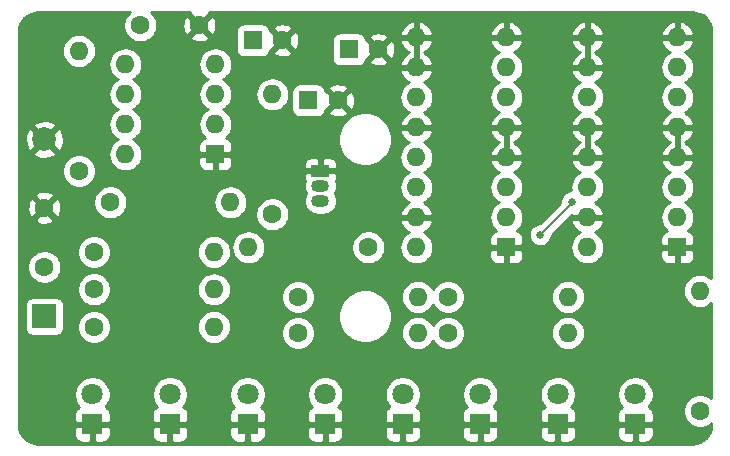
<source format=gbr>
G04 #@! TF.GenerationSoftware,KiCad,Pcbnew,(5.1.4)-1*
G04 #@! TF.CreationDate,2019-11-26T11:52:50-05:00*
G04 #@! TF.ProjectId,8-bit counter,382d6269-7420-4636-9f75-6e7465722e6b,rev?*
G04 #@! TF.SameCoordinates,Original*
G04 #@! TF.FileFunction,Copper,L2,Bot*
G04 #@! TF.FilePolarity,Positive*
%FSLAX46Y46*%
G04 Gerber Fmt 4.6, Leading zero omitted, Abs format (unit mm)*
G04 Created by KiCad (PCBNEW (5.1.4)-1) date 2019-11-26 11:52:50*
%MOMM*%
%LPD*%
G04 APERTURE LIST*
%ADD10C,1.600000*%
%ADD11R,1.600000X1.600000*%
%ADD12O,1.600000X1.600000*%
%ADD13R,1.800000X1.800000*%
%ADD14C,1.800000*%
%ADD15O,1.500000X1.050000*%
%ADD16R,1.500000X1.050000*%
%ADD17R,2.000000X2.000000*%
%ADD18C,2.000000*%
%ADD19C,0.660400*%
%ADD20C,0.152400*%
%ADD21C,0.254000*%
G04 APERTURE END LIST*
D10*
X115911000Y-44196000D03*
D11*
X113411000Y-44196000D03*
D10*
X107783000Y-43434000D03*
D11*
X105283000Y-43434000D03*
D10*
X87630000Y-57611000D03*
X87630000Y-62611000D03*
X100758000Y-42164000D03*
X95758000Y-42164000D03*
D12*
X101981000Y-61341000D03*
D10*
X91821000Y-61341000D03*
X112482000Y-48514000D03*
D11*
X109982000Y-48514000D03*
D12*
X94488000Y-53086000D03*
X102108000Y-45466000D03*
X94488000Y-50546000D03*
X102108000Y-48006000D03*
X94488000Y-48006000D03*
X102108000Y-50546000D03*
X94488000Y-45466000D03*
D11*
X102108000Y-53086000D03*
X126746000Y-60960000D03*
D12*
X119126000Y-43180000D03*
X126746000Y-58420000D03*
X119126000Y-45720000D03*
X126746000Y-55880000D03*
X119126000Y-48260000D03*
X126746000Y-53340000D03*
X119126000Y-50800000D03*
X126746000Y-50800000D03*
X119126000Y-53340000D03*
X126746000Y-48260000D03*
X119126000Y-55880000D03*
X126746000Y-45720000D03*
X119126000Y-58420000D03*
X126746000Y-43180000D03*
X119126000Y-60960000D03*
D11*
X141224000Y-60960000D03*
D12*
X133604000Y-43180000D03*
X141224000Y-58420000D03*
X133604000Y-45720000D03*
X141224000Y-55880000D03*
X133604000Y-48260000D03*
X141224000Y-53340000D03*
X133604000Y-50800000D03*
X141224000Y-50800000D03*
X133604000Y-53340000D03*
X141224000Y-48260000D03*
X133604000Y-55880000D03*
X141224000Y-45720000D03*
X133604000Y-58420000D03*
X141224000Y-43180000D03*
X133604000Y-60960000D03*
D13*
X91694000Y-75946000D03*
D14*
X91694000Y-73406000D03*
X98261714Y-73406000D03*
D13*
X98261714Y-75946000D03*
D14*
X104829428Y-73406000D03*
D13*
X104829428Y-75946000D03*
X111397142Y-75946000D03*
D14*
X111397142Y-73406000D03*
X117964856Y-73406000D03*
D13*
X117964856Y-75946000D03*
X124532570Y-75946000D03*
D14*
X124532570Y-73406000D03*
X131100284Y-73406000D03*
D13*
X131100284Y-75946000D03*
X137668000Y-75946000D03*
D14*
X137668000Y-73406000D03*
D15*
X110998000Y-55753000D03*
X110998000Y-57023000D03*
D16*
X110998000Y-54483000D03*
D12*
X90551000Y-44323000D03*
D10*
X90551000Y-54483000D03*
X93218000Y-57150000D03*
D12*
X103378000Y-57150000D03*
X101981000Y-64516000D03*
D10*
X91821000Y-64516000D03*
X91821000Y-67691000D03*
D12*
X101981000Y-67691000D03*
X119253000Y-65151000D03*
D10*
X109093000Y-65151000D03*
X109093000Y-68199000D03*
D12*
X119253000Y-68199000D03*
D10*
X121793000Y-65151000D03*
D12*
X131953000Y-65151000D03*
X131953000Y-68199000D03*
D10*
X121793000Y-68199000D03*
X143129000Y-74803000D03*
D12*
X143129000Y-64643000D03*
D10*
X106934000Y-58166000D03*
D12*
X106934000Y-48006000D03*
X104902000Y-60960000D03*
D10*
X115062000Y-60960000D03*
D17*
X87630000Y-66802000D03*
D18*
X87630000Y-51812000D03*
D19*
X129667000Y-58674000D03*
X130937000Y-59944000D03*
X131064000Y-56769000D03*
X109728000Y-43561000D03*
X109982000Y-46101000D03*
X111379000Y-43942000D03*
X95631000Y-43942000D03*
X93472000Y-43688000D03*
X94107000Y-41402000D03*
X90551000Y-41529000D03*
X85979000Y-42418000D03*
X88011000Y-42418000D03*
X85979000Y-47752000D03*
X88011000Y-47752000D03*
X87630000Y-54737000D03*
X86614000Y-59563000D03*
X86741000Y-70104000D03*
X86614000Y-76327000D03*
X89281000Y-74295000D03*
X94869000Y-75565000D03*
X95631000Y-71247000D03*
X91567000Y-70739000D03*
X90043000Y-63881000D03*
X93345000Y-62992000D03*
X93599000Y-60198000D03*
X100076000Y-60071000D03*
X99949000Y-62992000D03*
X100838000Y-66421000D03*
X92583000Y-66040000D03*
X94869000Y-69088000D03*
X100584000Y-69088000D03*
X107315000Y-64770000D03*
X103886000Y-67310000D03*
X106807000Y-68453000D03*
X104140000Y-70104000D03*
X107315000Y-71755000D03*
X108331000Y-75692000D03*
X101600000Y-75692000D03*
X101600000Y-71374000D03*
X114935000Y-74676000D03*
X121412000Y-76835000D03*
X120904000Y-73279000D03*
X118110000Y-70739000D03*
X114808000Y-71882000D03*
X112522000Y-69088000D03*
X110617000Y-66675000D03*
X112268000Y-64897000D03*
X117094000Y-65024000D03*
X116713000Y-69342000D03*
X127635000Y-76073000D03*
X134493000Y-75946000D03*
X143256000Y-76835000D03*
X140208000Y-74803000D03*
X143637000Y-73025000D03*
X143764000Y-66421000D03*
X141351000Y-64643000D03*
X133604000Y-69342000D03*
X140081000Y-69850000D03*
X135382000Y-71501000D03*
X128524000Y-60833000D03*
X124079000Y-60833000D03*
X121412000Y-57658000D03*
X121031000Y-60706000D03*
X116840000Y-60071000D03*
X114046000Y-58166000D03*
X116967000Y-58420000D03*
X100203000Y-45339000D03*
X102616000Y-41529000D03*
X98044000Y-41910000D03*
X113030000Y-46355000D03*
X116713000Y-45974000D03*
X116078000Y-48641000D03*
X110871000Y-51308000D03*
X104775000Y-51816000D03*
X104394000Y-54864000D03*
X105156000Y-57277000D03*
X108077000Y-55372000D03*
X108458000Y-52070000D03*
X112903000Y-55880000D03*
X117348000Y-55880000D03*
X131191000Y-55118000D03*
X131191000Y-49530000D03*
X124968000Y-57277000D03*
X128016000Y-52070000D03*
X131699000Y-45720000D03*
X128016000Y-49530000D03*
X123063000Y-41910000D03*
X122936000Y-46355000D03*
X122809000Y-51181000D03*
X130175000Y-42037000D03*
X137795000Y-42037000D03*
X137795000Y-46101000D03*
X139446000Y-51181000D03*
X143256000Y-44704000D03*
X132270500Y-57086500D03*
X129600201Y-59883799D03*
D20*
X132270500Y-57213500D02*
X132270500Y-57086500D01*
X129600201Y-59883799D02*
X132270500Y-57213500D01*
D21*
G36*
X94843241Y-41049363D02*
G01*
X94643363Y-41249241D01*
X94486320Y-41484273D01*
X94378147Y-41745426D01*
X94323000Y-42022665D01*
X94323000Y-42305335D01*
X94378147Y-42582574D01*
X94486320Y-42843727D01*
X94643363Y-43078759D01*
X94843241Y-43278637D01*
X95078273Y-43435680D01*
X95339426Y-43543853D01*
X95616665Y-43599000D01*
X95899335Y-43599000D01*
X96176574Y-43543853D01*
X96437727Y-43435680D01*
X96672759Y-43278637D01*
X96794694Y-43156702D01*
X99944903Y-43156702D01*
X100016486Y-43400671D01*
X100271996Y-43521571D01*
X100546184Y-43590300D01*
X100828512Y-43604217D01*
X101108130Y-43562787D01*
X101374292Y-43467603D01*
X101499514Y-43400671D01*
X101571097Y-43156702D01*
X100758000Y-42343605D01*
X99944903Y-43156702D01*
X96794694Y-43156702D01*
X96872637Y-43078759D01*
X97029680Y-42843727D01*
X97137853Y-42582574D01*
X97193000Y-42305335D01*
X97193000Y-42234512D01*
X99317783Y-42234512D01*
X99359213Y-42514130D01*
X99454397Y-42780292D01*
X99521329Y-42905514D01*
X99765298Y-42977097D01*
X100578395Y-42164000D01*
X100937605Y-42164000D01*
X101750702Y-42977097D01*
X101994671Y-42905514D01*
X102115571Y-42650004D01*
X102119582Y-42634000D01*
X103844928Y-42634000D01*
X103844928Y-44234000D01*
X103857188Y-44358482D01*
X103893498Y-44478180D01*
X103952463Y-44588494D01*
X104031815Y-44685185D01*
X104128506Y-44764537D01*
X104238820Y-44823502D01*
X104358518Y-44859812D01*
X104483000Y-44872072D01*
X106083000Y-44872072D01*
X106207482Y-44859812D01*
X106327180Y-44823502D01*
X106437494Y-44764537D01*
X106534185Y-44685185D01*
X106613537Y-44588494D01*
X106672502Y-44478180D01*
X106688117Y-44426702D01*
X106969903Y-44426702D01*
X107041486Y-44670671D01*
X107296996Y-44791571D01*
X107571184Y-44860300D01*
X107853512Y-44874217D01*
X108133130Y-44832787D01*
X108399292Y-44737603D01*
X108524514Y-44670671D01*
X108596097Y-44426702D01*
X107783000Y-43613605D01*
X106969903Y-44426702D01*
X106688117Y-44426702D01*
X106708812Y-44358482D01*
X106721072Y-44234000D01*
X106721072Y-44226785D01*
X106790298Y-44247097D01*
X107603395Y-43434000D01*
X107962605Y-43434000D01*
X108775702Y-44247097D01*
X109019671Y-44175514D01*
X109140571Y-43920004D01*
X109209300Y-43645816D01*
X109221614Y-43396000D01*
X111972928Y-43396000D01*
X111972928Y-44996000D01*
X111985188Y-45120482D01*
X112021498Y-45240180D01*
X112080463Y-45350494D01*
X112159815Y-45447185D01*
X112256506Y-45526537D01*
X112366820Y-45585502D01*
X112486518Y-45621812D01*
X112611000Y-45634072D01*
X114211000Y-45634072D01*
X114335482Y-45621812D01*
X114455180Y-45585502D01*
X114565494Y-45526537D01*
X114662185Y-45447185D01*
X114741537Y-45350494D01*
X114800502Y-45240180D01*
X114816117Y-45188702D01*
X115097903Y-45188702D01*
X115169486Y-45432671D01*
X115424996Y-45553571D01*
X115699184Y-45622300D01*
X115981512Y-45636217D01*
X116261130Y-45594787D01*
X116527292Y-45499603D01*
X116652514Y-45432671D01*
X116724097Y-45188702D01*
X115911000Y-44375605D01*
X115097903Y-45188702D01*
X114816117Y-45188702D01*
X114836812Y-45120482D01*
X114849072Y-44996000D01*
X114849072Y-44988785D01*
X114918298Y-45009097D01*
X115731395Y-44196000D01*
X116090605Y-44196000D01*
X116903702Y-45009097D01*
X117147671Y-44937514D01*
X117268571Y-44682004D01*
X117337300Y-44407816D01*
X117351217Y-44125488D01*
X117309787Y-43845870D01*
X117214603Y-43579708D01*
X117187521Y-43529039D01*
X117734096Y-43529039D01*
X117774754Y-43663087D01*
X117894963Y-43917420D01*
X118062481Y-44143414D01*
X118270869Y-44332385D01*
X118466982Y-44450000D01*
X118270869Y-44567615D01*
X118062481Y-44756586D01*
X117894963Y-44982580D01*
X117774754Y-45236913D01*
X117734096Y-45370961D01*
X117856085Y-45593000D01*
X118999000Y-45593000D01*
X118999000Y-43307000D01*
X119253000Y-43307000D01*
X119253000Y-45593000D01*
X120395915Y-45593000D01*
X120517904Y-45370961D01*
X120477246Y-45236913D01*
X120357037Y-44982580D01*
X120189519Y-44756586D01*
X119981131Y-44567615D01*
X119785018Y-44450000D01*
X119981131Y-44332385D01*
X120189519Y-44143414D01*
X120357037Y-43917420D01*
X120477246Y-43663087D01*
X120517904Y-43529039D01*
X120395915Y-43307000D01*
X119253000Y-43307000D01*
X118999000Y-43307000D01*
X117856085Y-43307000D01*
X117734096Y-43529039D01*
X117187521Y-43529039D01*
X117147671Y-43454486D01*
X116903702Y-43382903D01*
X116090605Y-44196000D01*
X115731395Y-44196000D01*
X114918298Y-43382903D01*
X114849072Y-43403215D01*
X114849072Y-43396000D01*
X114836812Y-43271518D01*
X114816118Y-43203298D01*
X115097903Y-43203298D01*
X115911000Y-44016395D01*
X116724097Y-43203298D01*
X116652514Y-42959329D01*
X116397004Y-42838429D01*
X116367212Y-42830961D01*
X117734096Y-42830961D01*
X117856085Y-43053000D01*
X118999000Y-43053000D01*
X118999000Y-41909376D01*
X119253000Y-41909376D01*
X119253000Y-43053000D01*
X120395915Y-43053000D01*
X120517904Y-42830961D01*
X125354096Y-42830961D01*
X125476085Y-43053000D01*
X126619000Y-43053000D01*
X126619000Y-41909376D01*
X126873000Y-41909376D01*
X126873000Y-43053000D01*
X128015915Y-43053000D01*
X128137904Y-42830961D01*
X132212096Y-42830961D01*
X132334085Y-43053000D01*
X133477000Y-43053000D01*
X133477000Y-41909376D01*
X133731000Y-41909376D01*
X133731000Y-43053000D01*
X134873915Y-43053000D01*
X134995904Y-42830961D01*
X139832096Y-42830961D01*
X139954085Y-43053000D01*
X141097000Y-43053000D01*
X141097000Y-41909376D01*
X141351000Y-41909376D01*
X141351000Y-43053000D01*
X142493915Y-43053000D01*
X142615904Y-42830961D01*
X142575246Y-42696913D01*
X142455037Y-42442580D01*
X142287519Y-42216586D01*
X142079131Y-42027615D01*
X141837881Y-41882930D01*
X141573040Y-41788091D01*
X141351000Y-41909376D01*
X141097000Y-41909376D01*
X140874960Y-41788091D01*
X140610119Y-41882930D01*
X140368869Y-42027615D01*
X140160481Y-42216586D01*
X139992963Y-42442580D01*
X139872754Y-42696913D01*
X139832096Y-42830961D01*
X134995904Y-42830961D01*
X134955246Y-42696913D01*
X134835037Y-42442580D01*
X134667519Y-42216586D01*
X134459131Y-42027615D01*
X134217881Y-41882930D01*
X133953040Y-41788091D01*
X133731000Y-41909376D01*
X133477000Y-41909376D01*
X133254960Y-41788091D01*
X132990119Y-41882930D01*
X132748869Y-42027615D01*
X132540481Y-42216586D01*
X132372963Y-42442580D01*
X132252754Y-42696913D01*
X132212096Y-42830961D01*
X128137904Y-42830961D01*
X128097246Y-42696913D01*
X127977037Y-42442580D01*
X127809519Y-42216586D01*
X127601131Y-42027615D01*
X127359881Y-41882930D01*
X127095040Y-41788091D01*
X126873000Y-41909376D01*
X126619000Y-41909376D01*
X126396960Y-41788091D01*
X126132119Y-41882930D01*
X125890869Y-42027615D01*
X125682481Y-42216586D01*
X125514963Y-42442580D01*
X125394754Y-42696913D01*
X125354096Y-42830961D01*
X120517904Y-42830961D01*
X120477246Y-42696913D01*
X120357037Y-42442580D01*
X120189519Y-42216586D01*
X119981131Y-42027615D01*
X119739881Y-41882930D01*
X119475040Y-41788091D01*
X119253000Y-41909376D01*
X118999000Y-41909376D01*
X118776960Y-41788091D01*
X118512119Y-41882930D01*
X118270869Y-42027615D01*
X118062481Y-42216586D01*
X117894963Y-42442580D01*
X117774754Y-42696913D01*
X117734096Y-42830961D01*
X116367212Y-42830961D01*
X116122816Y-42769700D01*
X115840488Y-42755783D01*
X115560870Y-42797213D01*
X115294708Y-42892397D01*
X115169486Y-42959329D01*
X115097903Y-43203298D01*
X114816118Y-43203298D01*
X114800502Y-43151820D01*
X114741537Y-43041506D01*
X114662185Y-42944815D01*
X114565494Y-42865463D01*
X114455180Y-42806498D01*
X114335482Y-42770188D01*
X114211000Y-42757928D01*
X112611000Y-42757928D01*
X112486518Y-42770188D01*
X112366820Y-42806498D01*
X112256506Y-42865463D01*
X112159815Y-42944815D01*
X112080463Y-43041506D01*
X112021498Y-43151820D01*
X111985188Y-43271518D01*
X111972928Y-43396000D01*
X109221614Y-43396000D01*
X109223217Y-43363488D01*
X109181787Y-43083870D01*
X109086603Y-42817708D01*
X109019671Y-42692486D01*
X108775702Y-42620903D01*
X107962605Y-43434000D01*
X107603395Y-43434000D01*
X106790298Y-42620903D01*
X106721072Y-42641215D01*
X106721072Y-42634000D01*
X106708812Y-42509518D01*
X106688118Y-42441298D01*
X106969903Y-42441298D01*
X107783000Y-43254395D01*
X108596097Y-42441298D01*
X108524514Y-42197329D01*
X108269004Y-42076429D01*
X107994816Y-42007700D01*
X107712488Y-41993783D01*
X107432870Y-42035213D01*
X107166708Y-42130397D01*
X107041486Y-42197329D01*
X106969903Y-42441298D01*
X106688118Y-42441298D01*
X106672502Y-42389820D01*
X106613537Y-42279506D01*
X106534185Y-42182815D01*
X106437494Y-42103463D01*
X106327180Y-42044498D01*
X106207482Y-42008188D01*
X106083000Y-41995928D01*
X104483000Y-41995928D01*
X104358518Y-42008188D01*
X104238820Y-42044498D01*
X104128506Y-42103463D01*
X104031815Y-42182815D01*
X103952463Y-42279506D01*
X103893498Y-42389820D01*
X103857188Y-42509518D01*
X103844928Y-42634000D01*
X102119582Y-42634000D01*
X102184300Y-42375816D01*
X102198217Y-42093488D01*
X102156787Y-41813870D01*
X102061603Y-41547708D01*
X101994671Y-41422486D01*
X101750702Y-41350903D01*
X100937605Y-42164000D01*
X100578395Y-42164000D01*
X99765298Y-41350903D01*
X99521329Y-41422486D01*
X99400429Y-41677996D01*
X99331700Y-41952184D01*
X99317783Y-42234512D01*
X97193000Y-42234512D01*
X97193000Y-42022665D01*
X97137853Y-41745426D01*
X97029680Y-41484273D01*
X96872637Y-41249241D01*
X96672759Y-41049363D01*
X96667726Y-41046000D01*
X99981667Y-41046000D01*
X99944903Y-41171298D01*
X100758000Y-41984395D01*
X101571097Y-41171298D01*
X101534333Y-41046000D01*
X142436321Y-41046000D01*
X142783810Y-41080072D01*
X143087013Y-41171614D01*
X143366664Y-41320307D01*
X143612105Y-41520484D01*
X143813991Y-41764521D01*
X143964631Y-42043125D01*
X144058290Y-42345688D01*
X144094600Y-42691158D01*
X144094601Y-63579069D01*
X143930101Y-63444068D01*
X143680808Y-63310818D01*
X143410309Y-63228764D01*
X143199492Y-63208000D01*
X143058508Y-63208000D01*
X142847691Y-63228764D01*
X142577192Y-63310818D01*
X142327899Y-63444068D01*
X142109392Y-63623392D01*
X141930068Y-63841899D01*
X141796818Y-64091192D01*
X141714764Y-64361691D01*
X141687057Y-64643000D01*
X141714764Y-64924309D01*
X141796818Y-65194808D01*
X141930068Y-65444101D01*
X142109392Y-65662608D01*
X142327899Y-65841932D01*
X142577192Y-65975182D01*
X142847691Y-66057236D01*
X143058508Y-66078000D01*
X143199492Y-66078000D01*
X143410309Y-66057236D01*
X143680808Y-65975182D01*
X143930101Y-65841932D01*
X144094601Y-65706931D01*
X144094601Y-73739205D01*
X144043759Y-73688363D01*
X143808727Y-73531320D01*
X143547574Y-73423147D01*
X143270335Y-73368000D01*
X142987665Y-73368000D01*
X142710426Y-73423147D01*
X142449273Y-73531320D01*
X142214241Y-73688363D01*
X142014363Y-73888241D01*
X141857320Y-74123273D01*
X141749147Y-74384426D01*
X141694000Y-74661665D01*
X141694000Y-74944335D01*
X141749147Y-75221574D01*
X141857320Y-75482727D01*
X142014363Y-75717759D01*
X142214241Y-75917637D01*
X142449273Y-76074680D01*
X142710426Y-76182853D01*
X142987665Y-76238000D01*
X143270335Y-76238000D01*
X143547574Y-76182853D01*
X143808727Y-76074680D01*
X144043759Y-75917637D01*
X144094601Y-75866795D01*
X144094601Y-75913711D01*
X144060528Y-76261209D01*
X143968984Y-76564417D01*
X143820293Y-76844063D01*
X143620116Y-77089505D01*
X143376076Y-77291392D01*
X143097475Y-77442031D01*
X142794913Y-77535690D01*
X142449442Y-77572000D01*
X87128879Y-77572000D01*
X86781391Y-77537928D01*
X86478183Y-77446384D01*
X86198537Y-77297693D01*
X85953095Y-77097516D01*
X85751208Y-76853476D01*
X85747166Y-76846000D01*
X90155928Y-76846000D01*
X90168188Y-76970482D01*
X90204498Y-77090180D01*
X90263463Y-77200494D01*
X90342815Y-77297185D01*
X90439506Y-77376537D01*
X90549820Y-77435502D01*
X90669518Y-77471812D01*
X90794000Y-77484072D01*
X91408250Y-77481000D01*
X91567000Y-77322250D01*
X91567000Y-76073000D01*
X91821000Y-76073000D01*
X91821000Y-77322250D01*
X91979750Y-77481000D01*
X92594000Y-77484072D01*
X92718482Y-77471812D01*
X92838180Y-77435502D01*
X92948494Y-77376537D01*
X93045185Y-77297185D01*
X93124537Y-77200494D01*
X93183502Y-77090180D01*
X93219812Y-76970482D01*
X93232072Y-76846000D01*
X96723642Y-76846000D01*
X96735902Y-76970482D01*
X96772212Y-77090180D01*
X96831177Y-77200494D01*
X96910529Y-77297185D01*
X97007220Y-77376537D01*
X97117534Y-77435502D01*
X97237232Y-77471812D01*
X97361714Y-77484072D01*
X97975964Y-77481000D01*
X98134714Y-77322250D01*
X98134714Y-76073000D01*
X98388714Y-76073000D01*
X98388714Y-77322250D01*
X98547464Y-77481000D01*
X99161714Y-77484072D01*
X99286196Y-77471812D01*
X99405894Y-77435502D01*
X99516208Y-77376537D01*
X99612899Y-77297185D01*
X99692251Y-77200494D01*
X99751216Y-77090180D01*
X99787526Y-76970482D01*
X99799786Y-76846000D01*
X103291356Y-76846000D01*
X103303616Y-76970482D01*
X103339926Y-77090180D01*
X103398891Y-77200494D01*
X103478243Y-77297185D01*
X103574934Y-77376537D01*
X103685248Y-77435502D01*
X103804946Y-77471812D01*
X103929428Y-77484072D01*
X104543678Y-77481000D01*
X104702428Y-77322250D01*
X104702428Y-76073000D01*
X104956428Y-76073000D01*
X104956428Y-77322250D01*
X105115178Y-77481000D01*
X105729428Y-77484072D01*
X105853910Y-77471812D01*
X105973608Y-77435502D01*
X106083922Y-77376537D01*
X106180613Y-77297185D01*
X106259965Y-77200494D01*
X106318930Y-77090180D01*
X106355240Y-76970482D01*
X106367500Y-76846000D01*
X109859070Y-76846000D01*
X109871330Y-76970482D01*
X109907640Y-77090180D01*
X109966605Y-77200494D01*
X110045957Y-77297185D01*
X110142648Y-77376537D01*
X110252962Y-77435502D01*
X110372660Y-77471812D01*
X110497142Y-77484072D01*
X111111392Y-77481000D01*
X111270142Y-77322250D01*
X111270142Y-76073000D01*
X111524142Y-76073000D01*
X111524142Y-77322250D01*
X111682892Y-77481000D01*
X112297142Y-77484072D01*
X112421624Y-77471812D01*
X112541322Y-77435502D01*
X112651636Y-77376537D01*
X112748327Y-77297185D01*
X112827679Y-77200494D01*
X112886644Y-77090180D01*
X112922954Y-76970482D01*
X112935214Y-76846000D01*
X116426784Y-76846000D01*
X116439044Y-76970482D01*
X116475354Y-77090180D01*
X116534319Y-77200494D01*
X116613671Y-77297185D01*
X116710362Y-77376537D01*
X116820676Y-77435502D01*
X116940374Y-77471812D01*
X117064856Y-77484072D01*
X117679106Y-77481000D01*
X117837856Y-77322250D01*
X117837856Y-76073000D01*
X118091856Y-76073000D01*
X118091856Y-77322250D01*
X118250606Y-77481000D01*
X118864856Y-77484072D01*
X118989338Y-77471812D01*
X119109036Y-77435502D01*
X119219350Y-77376537D01*
X119316041Y-77297185D01*
X119395393Y-77200494D01*
X119454358Y-77090180D01*
X119490668Y-76970482D01*
X119502928Y-76846000D01*
X122994498Y-76846000D01*
X123006758Y-76970482D01*
X123043068Y-77090180D01*
X123102033Y-77200494D01*
X123181385Y-77297185D01*
X123278076Y-77376537D01*
X123388390Y-77435502D01*
X123508088Y-77471812D01*
X123632570Y-77484072D01*
X124246820Y-77481000D01*
X124405570Y-77322250D01*
X124405570Y-76073000D01*
X124659570Y-76073000D01*
X124659570Y-77322250D01*
X124818320Y-77481000D01*
X125432570Y-77484072D01*
X125557052Y-77471812D01*
X125676750Y-77435502D01*
X125787064Y-77376537D01*
X125883755Y-77297185D01*
X125963107Y-77200494D01*
X126022072Y-77090180D01*
X126058382Y-76970482D01*
X126070642Y-76846000D01*
X129562212Y-76846000D01*
X129574472Y-76970482D01*
X129610782Y-77090180D01*
X129669747Y-77200494D01*
X129749099Y-77297185D01*
X129845790Y-77376537D01*
X129956104Y-77435502D01*
X130075802Y-77471812D01*
X130200284Y-77484072D01*
X130814534Y-77481000D01*
X130973284Y-77322250D01*
X130973284Y-76073000D01*
X131227284Y-76073000D01*
X131227284Y-77322250D01*
X131386034Y-77481000D01*
X132000284Y-77484072D01*
X132124766Y-77471812D01*
X132244464Y-77435502D01*
X132354778Y-77376537D01*
X132451469Y-77297185D01*
X132530821Y-77200494D01*
X132589786Y-77090180D01*
X132626096Y-76970482D01*
X132638356Y-76846000D01*
X136129928Y-76846000D01*
X136142188Y-76970482D01*
X136178498Y-77090180D01*
X136237463Y-77200494D01*
X136316815Y-77297185D01*
X136413506Y-77376537D01*
X136523820Y-77435502D01*
X136643518Y-77471812D01*
X136768000Y-77484072D01*
X137382250Y-77481000D01*
X137541000Y-77322250D01*
X137541000Y-76073000D01*
X137795000Y-76073000D01*
X137795000Y-77322250D01*
X137953750Y-77481000D01*
X138568000Y-77484072D01*
X138692482Y-77471812D01*
X138812180Y-77435502D01*
X138922494Y-77376537D01*
X139019185Y-77297185D01*
X139098537Y-77200494D01*
X139157502Y-77090180D01*
X139193812Y-76970482D01*
X139206072Y-76846000D01*
X139203000Y-76231750D01*
X139044250Y-76073000D01*
X137795000Y-76073000D01*
X137541000Y-76073000D01*
X136291750Y-76073000D01*
X136133000Y-76231750D01*
X136129928Y-76846000D01*
X132638356Y-76846000D01*
X132635284Y-76231750D01*
X132476534Y-76073000D01*
X131227284Y-76073000D01*
X130973284Y-76073000D01*
X129724034Y-76073000D01*
X129565284Y-76231750D01*
X129562212Y-76846000D01*
X126070642Y-76846000D01*
X126067570Y-76231750D01*
X125908820Y-76073000D01*
X124659570Y-76073000D01*
X124405570Y-76073000D01*
X123156320Y-76073000D01*
X122997570Y-76231750D01*
X122994498Y-76846000D01*
X119502928Y-76846000D01*
X119499856Y-76231750D01*
X119341106Y-76073000D01*
X118091856Y-76073000D01*
X117837856Y-76073000D01*
X116588606Y-76073000D01*
X116429856Y-76231750D01*
X116426784Y-76846000D01*
X112935214Y-76846000D01*
X112932142Y-76231750D01*
X112773392Y-76073000D01*
X111524142Y-76073000D01*
X111270142Y-76073000D01*
X110020892Y-76073000D01*
X109862142Y-76231750D01*
X109859070Y-76846000D01*
X106367500Y-76846000D01*
X106364428Y-76231750D01*
X106205678Y-76073000D01*
X104956428Y-76073000D01*
X104702428Y-76073000D01*
X103453178Y-76073000D01*
X103294428Y-76231750D01*
X103291356Y-76846000D01*
X99799786Y-76846000D01*
X99796714Y-76231750D01*
X99637964Y-76073000D01*
X98388714Y-76073000D01*
X98134714Y-76073000D01*
X96885464Y-76073000D01*
X96726714Y-76231750D01*
X96723642Y-76846000D01*
X93232072Y-76846000D01*
X93229000Y-76231750D01*
X93070250Y-76073000D01*
X91821000Y-76073000D01*
X91567000Y-76073000D01*
X90317750Y-76073000D01*
X90159000Y-76231750D01*
X90155928Y-76846000D01*
X85747166Y-76846000D01*
X85600569Y-76574875D01*
X85506910Y-76272313D01*
X85470600Y-75926842D01*
X85470600Y-75046000D01*
X90155928Y-75046000D01*
X90159000Y-75660250D01*
X90317750Y-75819000D01*
X91567000Y-75819000D01*
X91567000Y-75799000D01*
X91821000Y-75799000D01*
X91821000Y-75819000D01*
X93070250Y-75819000D01*
X93229000Y-75660250D01*
X93232072Y-75046000D01*
X96723642Y-75046000D01*
X96726714Y-75660250D01*
X96885464Y-75819000D01*
X98134714Y-75819000D01*
X98134714Y-75799000D01*
X98388714Y-75799000D01*
X98388714Y-75819000D01*
X99637964Y-75819000D01*
X99796714Y-75660250D01*
X99799786Y-75046000D01*
X103291356Y-75046000D01*
X103294428Y-75660250D01*
X103453178Y-75819000D01*
X104702428Y-75819000D01*
X104702428Y-75799000D01*
X104956428Y-75799000D01*
X104956428Y-75819000D01*
X106205678Y-75819000D01*
X106364428Y-75660250D01*
X106367500Y-75046000D01*
X109859070Y-75046000D01*
X109862142Y-75660250D01*
X110020892Y-75819000D01*
X111270142Y-75819000D01*
X111270142Y-75799000D01*
X111524142Y-75799000D01*
X111524142Y-75819000D01*
X112773392Y-75819000D01*
X112932142Y-75660250D01*
X112935214Y-75046000D01*
X116426784Y-75046000D01*
X116429856Y-75660250D01*
X116588606Y-75819000D01*
X117837856Y-75819000D01*
X117837856Y-75799000D01*
X118091856Y-75799000D01*
X118091856Y-75819000D01*
X119341106Y-75819000D01*
X119499856Y-75660250D01*
X119502928Y-75046000D01*
X122994498Y-75046000D01*
X122997570Y-75660250D01*
X123156320Y-75819000D01*
X124405570Y-75819000D01*
X124405570Y-75799000D01*
X124659570Y-75799000D01*
X124659570Y-75819000D01*
X125908820Y-75819000D01*
X126067570Y-75660250D01*
X126070642Y-75046000D01*
X129562212Y-75046000D01*
X129565284Y-75660250D01*
X129724034Y-75819000D01*
X130973284Y-75819000D01*
X130973284Y-75799000D01*
X131227284Y-75799000D01*
X131227284Y-75819000D01*
X132476534Y-75819000D01*
X132635284Y-75660250D01*
X132638356Y-75046000D01*
X136129928Y-75046000D01*
X136133000Y-75660250D01*
X136291750Y-75819000D01*
X137541000Y-75819000D01*
X137541000Y-75799000D01*
X137795000Y-75799000D01*
X137795000Y-75819000D01*
X139044250Y-75819000D01*
X139203000Y-75660250D01*
X139206072Y-75046000D01*
X139193812Y-74921518D01*
X139157502Y-74801820D01*
X139098537Y-74691506D01*
X139019185Y-74594815D01*
X138922494Y-74515463D01*
X138812180Y-74456498D01*
X138793873Y-74450944D01*
X138860312Y-74384505D01*
X139028299Y-74133095D01*
X139144011Y-73853743D01*
X139203000Y-73557184D01*
X139203000Y-73254816D01*
X139144011Y-72958257D01*
X139028299Y-72678905D01*
X138860312Y-72427495D01*
X138646505Y-72213688D01*
X138395095Y-72045701D01*
X138115743Y-71929989D01*
X137819184Y-71871000D01*
X137516816Y-71871000D01*
X137220257Y-71929989D01*
X136940905Y-72045701D01*
X136689495Y-72213688D01*
X136475688Y-72427495D01*
X136307701Y-72678905D01*
X136191989Y-72958257D01*
X136133000Y-73254816D01*
X136133000Y-73557184D01*
X136191989Y-73853743D01*
X136307701Y-74133095D01*
X136475688Y-74384505D01*
X136542127Y-74450944D01*
X136523820Y-74456498D01*
X136413506Y-74515463D01*
X136316815Y-74594815D01*
X136237463Y-74691506D01*
X136178498Y-74801820D01*
X136142188Y-74921518D01*
X136129928Y-75046000D01*
X132638356Y-75046000D01*
X132626096Y-74921518D01*
X132589786Y-74801820D01*
X132530821Y-74691506D01*
X132451469Y-74594815D01*
X132354778Y-74515463D01*
X132244464Y-74456498D01*
X132226157Y-74450944D01*
X132292596Y-74384505D01*
X132460583Y-74133095D01*
X132576295Y-73853743D01*
X132635284Y-73557184D01*
X132635284Y-73254816D01*
X132576295Y-72958257D01*
X132460583Y-72678905D01*
X132292596Y-72427495D01*
X132078789Y-72213688D01*
X131827379Y-72045701D01*
X131548027Y-71929989D01*
X131251468Y-71871000D01*
X130949100Y-71871000D01*
X130652541Y-71929989D01*
X130373189Y-72045701D01*
X130121779Y-72213688D01*
X129907972Y-72427495D01*
X129739985Y-72678905D01*
X129624273Y-72958257D01*
X129565284Y-73254816D01*
X129565284Y-73557184D01*
X129624273Y-73853743D01*
X129739985Y-74133095D01*
X129907972Y-74384505D01*
X129974411Y-74450944D01*
X129956104Y-74456498D01*
X129845790Y-74515463D01*
X129749099Y-74594815D01*
X129669747Y-74691506D01*
X129610782Y-74801820D01*
X129574472Y-74921518D01*
X129562212Y-75046000D01*
X126070642Y-75046000D01*
X126058382Y-74921518D01*
X126022072Y-74801820D01*
X125963107Y-74691506D01*
X125883755Y-74594815D01*
X125787064Y-74515463D01*
X125676750Y-74456498D01*
X125658443Y-74450944D01*
X125724882Y-74384505D01*
X125892869Y-74133095D01*
X126008581Y-73853743D01*
X126067570Y-73557184D01*
X126067570Y-73254816D01*
X126008581Y-72958257D01*
X125892869Y-72678905D01*
X125724882Y-72427495D01*
X125511075Y-72213688D01*
X125259665Y-72045701D01*
X124980313Y-71929989D01*
X124683754Y-71871000D01*
X124381386Y-71871000D01*
X124084827Y-71929989D01*
X123805475Y-72045701D01*
X123554065Y-72213688D01*
X123340258Y-72427495D01*
X123172271Y-72678905D01*
X123056559Y-72958257D01*
X122997570Y-73254816D01*
X122997570Y-73557184D01*
X123056559Y-73853743D01*
X123172271Y-74133095D01*
X123340258Y-74384505D01*
X123406697Y-74450944D01*
X123388390Y-74456498D01*
X123278076Y-74515463D01*
X123181385Y-74594815D01*
X123102033Y-74691506D01*
X123043068Y-74801820D01*
X123006758Y-74921518D01*
X122994498Y-75046000D01*
X119502928Y-75046000D01*
X119490668Y-74921518D01*
X119454358Y-74801820D01*
X119395393Y-74691506D01*
X119316041Y-74594815D01*
X119219350Y-74515463D01*
X119109036Y-74456498D01*
X119090729Y-74450944D01*
X119157168Y-74384505D01*
X119325155Y-74133095D01*
X119440867Y-73853743D01*
X119499856Y-73557184D01*
X119499856Y-73254816D01*
X119440867Y-72958257D01*
X119325155Y-72678905D01*
X119157168Y-72427495D01*
X118943361Y-72213688D01*
X118691951Y-72045701D01*
X118412599Y-71929989D01*
X118116040Y-71871000D01*
X117813672Y-71871000D01*
X117517113Y-71929989D01*
X117237761Y-72045701D01*
X116986351Y-72213688D01*
X116772544Y-72427495D01*
X116604557Y-72678905D01*
X116488845Y-72958257D01*
X116429856Y-73254816D01*
X116429856Y-73557184D01*
X116488845Y-73853743D01*
X116604557Y-74133095D01*
X116772544Y-74384505D01*
X116838983Y-74450944D01*
X116820676Y-74456498D01*
X116710362Y-74515463D01*
X116613671Y-74594815D01*
X116534319Y-74691506D01*
X116475354Y-74801820D01*
X116439044Y-74921518D01*
X116426784Y-75046000D01*
X112935214Y-75046000D01*
X112922954Y-74921518D01*
X112886644Y-74801820D01*
X112827679Y-74691506D01*
X112748327Y-74594815D01*
X112651636Y-74515463D01*
X112541322Y-74456498D01*
X112523015Y-74450944D01*
X112589454Y-74384505D01*
X112757441Y-74133095D01*
X112873153Y-73853743D01*
X112932142Y-73557184D01*
X112932142Y-73254816D01*
X112873153Y-72958257D01*
X112757441Y-72678905D01*
X112589454Y-72427495D01*
X112375647Y-72213688D01*
X112124237Y-72045701D01*
X111844885Y-71929989D01*
X111548326Y-71871000D01*
X111245958Y-71871000D01*
X110949399Y-71929989D01*
X110670047Y-72045701D01*
X110418637Y-72213688D01*
X110204830Y-72427495D01*
X110036843Y-72678905D01*
X109921131Y-72958257D01*
X109862142Y-73254816D01*
X109862142Y-73557184D01*
X109921131Y-73853743D01*
X110036843Y-74133095D01*
X110204830Y-74384505D01*
X110271269Y-74450944D01*
X110252962Y-74456498D01*
X110142648Y-74515463D01*
X110045957Y-74594815D01*
X109966605Y-74691506D01*
X109907640Y-74801820D01*
X109871330Y-74921518D01*
X109859070Y-75046000D01*
X106367500Y-75046000D01*
X106355240Y-74921518D01*
X106318930Y-74801820D01*
X106259965Y-74691506D01*
X106180613Y-74594815D01*
X106083922Y-74515463D01*
X105973608Y-74456498D01*
X105955301Y-74450944D01*
X106021740Y-74384505D01*
X106189727Y-74133095D01*
X106305439Y-73853743D01*
X106364428Y-73557184D01*
X106364428Y-73254816D01*
X106305439Y-72958257D01*
X106189727Y-72678905D01*
X106021740Y-72427495D01*
X105807933Y-72213688D01*
X105556523Y-72045701D01*
X105277171Y-71929989D01*
X104980612Y-71871000D01*
X104678244Y-71871000D01*
X104381685Y-71929989D01*
X104102333Y-72045701D01*
X103850923Y-72213688D01*
X103637116Y-72427495D01*
X103469129Y-72678905D01*
X103353417Y-72958257D01*
X103294428Y-73254816D01*
X103294428Y-73557184D01*
X103353417Y-73853743D01*
X103469129Y-74133095D01*
X103637116Y-74384505D01*
X103703555Y-74450944D01*
X103685248Y-74456498D01*
X103574934Y-74515463D01*
X103478243Y-74594815D01*
X103398891Y-74691506D01*
X103339926Y-74801820D01*
X103303616Y-74921518D01*
X103291356Y-75046000D01*
X99799786Y-75046000D01*
X99787526Y-74921518D01*
X99751216Y-74801820D01*
X99692251Y-74691506D01*
X99612899Y-74594815D01*
X99516208Y-74515463D01*
X99405894Y-74456498D01*
X99387587Y-74450944D01*
X99454026Y-74384505D01*
X99622013Y-74133095D01*
X99737725Y-73853743D01*
X99796714Y-73557184D01*
X99796714Y-73254816D01*
X99737725Y-72958257D01*
X99622013Y-72678905D01*
X99454026Y-72427495D01*
X99240219Y-72213688D01*
X98988809Y-72045701D01*
X98709457Y-71929989D01*
X98412898Y-71871000D01*
X98110530Y-71871000D01*
X97813971Y-71929989D01*
X97534619Y-72045701D01*
X97283209Y-72213688D01*
X97069402Y-72427495D01*
X96901415Y-72678905D01*
X96785703Y-72958257D01*
X96726714Y-73254816D01*
X96726714Y-73557184D01*
X96785703Y-73853743D01*
X96901415Y-74133095D01*
X97069402Y-74384505D01*
X97135841Y-74450944D01*
X97117534Y-74456498D01*
X97007220Y-74515463D01*
X96910529Y-74594815D01*
X96831177Y-74691506D01*
X96772212Y-74801820D01*
X96735902Y-74921518D01*
X96723642Y-75046000D01*
X93232072Y-75046000D01*
X93219812Y-74921518D01*
X93183502Y-74801820D01*
X93124537Y-74691506D01*
X93045185Y-74594815D01*
X92948494Y-74515463D01*
X92838180Y-74456498D01*
X92819873Y-74450944D01*
X92886312Y-74384505D01*
X93054299Y-74133095D01*
X93170011Y-73853743D01*
X93229000Y-73557184D01*
X93229000Y-73254816D01*
X93170011Y-72958257D01*
X93054299Y-72678905D01*
X92886312Y-72427495D01*
X92672505Y-72213688D01*
X92421095Y-72045701D01*
X92141743Y-71929989D01*
X91845184Y-71871000D01*
X91542816Y-71871000D01*
X91246257Y-71929989D01*
X90966905Y-72045701D01*
X90715495Y-72213688D01*
X90501688Y-72427495D01*
X90333701Y-72678905D01*
X90217989Y-72958257D01*
X90159000Y-73254816D01*
X90159000Y-73557184D01*
X90217989Y-73853743D01*
X90333701Y-74133095D01*
X90501688Y-74384505D01*
X90568127Y-74450944D01*
X90549820Y-74456498D01*
X90439506Y-74515463D01*
X90342815Y-74594815D01*
X90263463Y-74691506D01*
X90204498Y-74801820D01*
X90168188Y-74921518D01*
X90155928Y-75046000D01*
X85470600Y-75046000D01*
X85470600Y-65802000D01*
X85991928Y-65802000D01*
X85991928Y-67802000D01*
X86004188Y-67926482D01*
X86040498Y-68046180D01*
X86099463Y-68156494D01*
X86178815Y-68253185D01*
X86275506Y-68332537D01*
X86385820Y-68391502D01*
X86505518Y-68427812D01*
X86630000Y-68440072D01*
X88630000Y-68440072D01*
X88754482Y-68427812D01*
X88874180Y-68391502D01*
X88984494Y-68332537D01*
X89081185Y-68253185D01*
X89160537Y-68156494D01*
X89219502Y-68046180D01*
X89255812Y-67926482D01*
X89268072Y-67802000D01*
X89268072Y-67549665D01*
X90386000Y-67549665D01*
X90386000Y-67832335D01*
X90441147Y-68109574D01*
X90549320Y-68370727D01*
X90706363Y-68605759D01*
X90906241Y-68805637D01*
X91141273Y-68962680D01*
X91402426Y-69070853D01*
X91679665Y-69126000D01*
X91962335Y-69126000D01*
X92239574Y-69070853D01*
X92500727Y-68962680D01*
X92735759Y-68805637D01*
X92935637Y-68605759D01*
X93092680Y-68370727D01*
X93200853Y-68109574D01*
X93256000Y-67832335D01*
X93256000Y-67691000D01*
X100539057Y-67691000D01*
X100566764Y-67972309D01*
X100648818Y-68242808D01*
X100782068Y-68492101D01*
X100961392Y-68710608D01*
X101179899Y-68889932D01*
X101429192Y-69023182D01*
X101699691Y-69105236D01*
X101910508Y-69126000D01*
X102051492Y-69126000D01*
X102262309Y-69105236D01*
X102532808Y-69023182D01*
X102782101Y-68889932D01*
X103000608Y-68710608D01*
X103179932Y-68492101D01*
X103313182Y-68242808D01*
X103369343Y-68057665D01*
X107658000Y-68057665D01*
X107658000Y-68340335D01*
X107713147Y-68617574D01*
X107821320Y-68878727D01*
X107978363Y-69113759D01*
X108178241Y-69313637D01*
X108413273Y-69470680D01*
X108674426Y-69578853D01*
X108951665Y-69634000D01*
X109234335Y-69634000D01*
X109511574Y-69578853D01*
X109772727Y-69470680D01*
X110007759Y-69313637D01*
X110207637Y-69113759D01*
X110364680Y-68878727D01*
X110472853Y-68617574D01*
X110528000Y-68340335D01*
X110528000Y-68057665D01*
X110472853Y-67780426D01*
X110364680Y-67519273D01*
X110207637Y-67284241D01*
X110007759Y-67084363D01*
X109772727Y-66927320D01*
X109511574Y-66819147D01*
X109234335Y-66764000D01*
X108951665Y-66764000D01*
X108674426Y-66819147D01*
X108413273Y-66927320D01*
X108178241Y-67084363D01*
X107978363Y-67284241D01*
X107821320Y-67519273D01*
X107713147Y-67780426D01*
X107658000Y-68057665D01*
X103369343Y-68057665D01*
X103395236Y-67972309D01*
X103422943Y-67691000D01*
X103395236Y-67409691D01*
X103313182Y-67139192D01*
X103179932Y-66889899D01*
X103000608Y-66671392D01*
X102782101Y-66492068D01*
X102532808Y-66358818D01*
X102262309Y-66276764D01*
X102051492Y-66256000D01*
X101910508Y-66256000D01*
X101699691Y-66276764D01*
X101429192Y-66358818D01*
X101179899Y-66492068D01*
X100961392Y-66671392D01*
X100782068Y-66889899D01*
X100648818Y-67139192D01*
X100566764Y-67409691D01*
X100539057Y-67691000D01*
X93256000Y-67691000D01*
X93256000Y-67549665D01*
X93200853Y-67272426D01*
X93092680Y-67011273D01*
X92935637Y-66776241D01*
X92735759Y-66576363D01*
X92500727Y-66419320D01*
X92239574Y-66311147D01*
X91962335Y-66256000D01*
X91679665Y-66256000D01*
X91402426Y-66311147D01*
X91141273Y-66419320D01*
X90906241Y-66576363D01*
X90706363Y-66776241D01*
X90549320Y-67011273D01*
X90441147Y-67272426D01*
X90386000Y-67549665D01*
X89268072Y-67549665D01*
X89268072Y-65802000D01*
X89255812Y-65677518D01*
X89219502Y-65557820D01*
X89160537Y-65447506D01*
X89081185Y-65350815D01*
X88984494Y-65271463D01*
X88874180Y-65212498D01*
X88754482Y-65176188D01*
X88630000Y-65163928D01*
X86630000Y-65163928D01*
X86505518Y-65176188D01*
X86385820Y-65212498D01*
X86275506Y-65271463D01*
X86178815Y-65350815D01*
X86099463Y-65447506D01*
X86040498Y-65557820D01*
X86004188Y-65677518D01*
X85991928Y-65802000D01*
X85470600Y-65802000D01*
X85470600Y-64374665D01*
X90386000Y-64374665D01*
X90386000Y-64657335D01*
X90441147Y-64934574D01*
X90549320Y-65195727D01*
X90706363Y-65430759D01*
X90906241Y-65630637D01*
X91141273Y-65787680D01*
X91402426Y-65895853D01*
X91679665Y-65951000D01*
X91962335Y-65951000D01*
X92239574Y-65895853D01*
X92500727Y-65787680D01*
X92735759Y-65630637D01*
X92935637Y-65430759D01*
X93092680Y-65195727D01*
X93200853Y-64934574D01*
X93256000Y-64657335D01*
X93256000Y-64516000D01*
X100539057Y-64516000D01*
X100566764Y-64797309D01*
X100648818Y-65067808D01*
X100782068Y-65317101D01*
X100961392Y-65535608D01*
X101179899Y-65714932D01*
X101429192Y-65848182D01*
X101699691Y-65930236D01*
X101910508Y-65951000D01*
X102051492Y-65951000D01*
X102262309Y-65930236D01*
X102532808Y-65848182D01*
X102782101Y-65714932D01*
X103000608Y-65535608D01*
X103179932Y-65317101D01*
X103313182Y-65067808D01*
X103330819Y-65009665D01*
X107658000Y-65009665D01*
X107658000Y-65292335D01*
X107713147Y-65569574D01*
X107821320Y-65830727D01*
X107978363Y-66065759D01*
X108178241Y-66265637D01*
X108413273Y-66422680D01*
X108674426Y-66530853D01*
X108951665Y-66586000D01*
X109234335Y-66586000D01*
X109279846Y-66576947D01*
X112510000Y-66576947D01*
X112510000Y-67027053D01*
X112597811Y-67468510D01*
X112770059Y-67884353D01*
X113020125Y-68258603D01*
X113338397Y-68576875D01*
X113712647Y-68826941D01*
X114128490Y-68999189D01*
X114569947Y-69087000D01*
X115020053Y-69087000D01*
X115461510Y-68999189D01*
X115877353Y-68826941D01*
X116251603Y-68576875D01*
X116569875Y-68258603D01*
X116609700Y-68199000D01*
X117811057Y-68199000D01*
X117838764Y-68480309D01*
X117920818Y-68750808D01*
X118054068Y-69000101D01*
X118233392Y-69218608D01*
X118451899Y-69397932D01*
X118701192Y-69531182D01*
X118971691Y-69613236D01*
X119182508Y-69634000D01*
X119323492Y-69634000D01*
X119534309Y-69613236D01*
X119804808Y-69531182D01*
X120054101Y-69397932D01*
X120272608Y-69218608D01*
X120451932Y-69000101D01*
X120519350Y-68873971D01*
X120521320Y-68878727D01*
X120678363Y-69113759D01*
X120878241Y-69313637D01*
X121113273Y-69470680D01*
X121374426Y-69578853D01*
X121651665Y-69634000D01*
X121934335Y-69634000D01*
X122211574Y-69578853D01*
X122472727Y-69470680D01*
X122707759Y-69313637D01*
X122907637Y-69113759D01*
X123064680Y-68878727D01*
X123172853Y-68617574D01*
X123228000Y-68340335D01*
X123228000Y-68199000D01*
X130511057Y-68199000D01*
X130538764Y-68480309D01*
X130620818Y-68750808D01*
X130754068Y-69000101D01*
X130933392Y-69218608D01*
X131151899Y-69397932D01*
X131401192Y-69531182D01*
X131671691Y-69613236D01*
X131882508Y-69634000D01*
X132023492Y-69634000D01*
X132234309Y-69613236D01*
X132504808Y-69531182D01*
X132754101Y-69397932D01*
X132972608Y-69218608D01*
X133151932Y-69000101D01*
X133285182Y-68750808D01*
X133367236Y-68480309D01*
X133394943Y-68199000D01*
X133367236Y-67917691D01*
X133285182Y-67647192D01*
X133151932Y-67397899D01*
X132972608Y-67179392D01*
X132754101Y-67000068D01*
X132504808Y-66866818D01*
X132234309Y-66784764D01*
X132023492Y-66764000D01*
X131882508Y-66764000D01*
X131671691Y-66784764D01*
X131401192Y-66866818D01*
X131151899Y-67000068D01*
X130933392Y-67179392D01*
X130754068Y-67397899D01*
X130620818Y-67647192D01*
X130538764Y-67917691D01*
X130511057Y-68199000D01*
X123228000Y-68199000D01*
X123228000Y-68057665D01*
X123172853Y-67780426D01*
X123064680Y-67519273D01*
X122907637Y-67284241D01*
X122707759Y-67084363D01*
X122472727Y-66927320D01*
X122211574Y-66819147D01*
X121934335Y-66764000D01*
X121651665Y-66764000D01*
X121374426Y-66819147D01*
X121113273Y-66927320D01*
X120878241Y-67084363D01*
X120678363Y-67284241D01*
X120521320Y-67519273D01*
X120519350Y-67524029D01*
X120451932Y-67397899D01*
X120272608Y-67179392D01*
X120054101Y-67000068D01*
X119804808Y-66866818D01*
X119534309Y-66784764D01*
X119323492Y-66764000D01*
X119182508Y-66764000D01*
X118971691Y-66784764D01*
X118701192Y-66866818D01*
X118451899Y-67000068D01*
X118233392Y-67179392D01*
X118054068Y-67397899D01*
X117920818Y-67647192D01*
X117838764Y-67917691D01*
X117811057Y-68199000D01*
X116609700Y-68199000D01*
X116819941Y-67884353D01*
X116992189Y-67468510D01*
X117080000Y-67027053D01*
X117080000Y-66576947D01*
X116992189Y-66135490D01*
X116819941Y-65719647D01*
X116569875Y-65345397D01*
X116375478Y-65151000D01*
X117811057Y-65151000D01*
X117838764Y-65432309D01*
X117920818Y-65702808D01*
X118054068Y-65952101D01*
X118233392Y-66170608D01*
X118451899Y-66349932D01*
X118701192Y-66483182D01*
X118971691Y-66565236D01*
X119182508Y-66586000D01*
X119323492Y-66586000D01*
X119534309Y-66565236D01*
X119804808Y-66483182D01*
X120054101Y-66349932D01*
X120272608Y-66170608D01*
X120451932Y-65952101D01*
X120519350Y-65825971D01*
X120521320Y-65830727D01*
X120678363Y-66065759D01*
X120878241Y-66265637D01*
X121113273Y-66422680D01*
X121374426Y-66530853D01*
X121651665Y-66586000D01*
X121934335Y-66586000D01*
X122211574Y-66530853D01*
X122472727Y-66422680D01*
X122707759Y-66265637D01*
X122907637Y-66065759D01*
X123064680Y-65830727D01*
X123172853Y-65569574D01*
X123228000Y-65292335D01*
X123228000Y-65151000D01*
X130511057Y-65151000D01*
X130538764Y-65432309D01*
X130620818Y-65702808D01*
X130754068Y-65952101D01*
X130933392Y-66170608D01*
X131151899Y-66349932D01*
X131401192Y-66483182D01*
X131671691Y-66565236D01*
X131882508Y-66586000D01*
X132023492Y-66586000D01*
X132234309Y-66565236D01*
X132504808Y-66483182D01*
X132754101Y-66349932D01*
X132972608Y-66170608D01*
X133151932Y-65952101D01*
X133285182Y-65702808D01*
X133367236Y-65432309D01*
X133394943Y-65151000D01*
X133367236Y-64869691D01*
X133285182Y-64599192D01*
X133151932Y-64349899D01*
X132972608Y-64131392D01*
X132754101Y-63952068D01*
X132504808Y-63818818D01*
X132234309Y-63736764D01*
X132023492Y-63716000D01*
X131882508Y-63716000D01*
X131671691Y-63736764D01*
X131401192Y-63818818D01*
X131151899Y-63952068D01*
X130933392Y-64131392D01*
X130754068Y-64349899D01*
X130620818Y-64599192D01*
X130538764Y-64869691D01*
X130511057Y-65151000D01*
X123228000Y-65151000D01*
X123228000Y-65009665D01*
X123172853Y-64732426D01*
X123064680Y-64471273D01*
X122907637Y-64236241D01*
X122707759Y-64036363D01*
X122472727Y-63879320D01*
X122211574Y-63771147D01*
X121934335Y-63716000D01*
X121651665Y-63716000D01*
X121374426Y-63771147D01*
X121113273Y-63879320D01*
X120878241Y-64036363D01*
X120678363Y-64236241D01*
X120521320Y-64471273D01*
X120519350Y-64476029D01*
X120451932Y-64349899D01*
X120272608Y-64131392D01*
X120054101Y-63952068D01*
X119804808Y-63818818D01*
X119534309Y-63736764D01*
X119323492Y-63716000D01*
X119182508Y-63716000D01*
X118971691Y-63736764D01*
X118701192Y-63818818D01*
X118451899Y-63952068D01*
X118233392Y-64131392D01*
X118054068Y-64349899D01*
X117920818Y-64599192D01*
X117838764Y-64869691D01*
X117811057Y-65151000D01*
X116375478Y-65151000D01*
X116251603Y-65027125D01*
X115877353Y-64777059D01*
X115461510Y-64604811D01*
X115020053Y-64517000D01*
X114569947Y-64517000D01*
X114128490Y-64604811D01*
X113712647Y-64777059D01*
X113338397Y-65027125D01*
X113020125Y-65345397D01*
X112770059Y-65719647D01*
X112597811Y-66135490D01*
X112510000Y-66576947D01*
X109279846Y-66576947D01*
X109511574Y-66530853D01*
X109772727Y-66422680D01*
X110007759Y-66265637D01*
X110207637Y-66065759D01*
X110364680Y-65830727D01*
X110472853Y-65569574D01*
X110528000Y-65292335D01*
X110528000Y-65009665D01*
X110472853Y-64732426D01*
X110364680Y-64471273D01*
X110207637Y-64236241D01*
X110007759Y-64036363D01*
X109772727Y-63879320D01*
X109511574Y-63771147D01*
X109234335Y-63716000D01*
X108951665Y-63716000D01*
X108674426Y-63771147D01*
X108413273Y-63879320D01*
X108178241Y-64036363D01*
X107978363Y-64236241D01*
X107821320Y-64471273D01*
X107713147Y-64732426D01*
X107658000Y-65009665D01*
X103330819Y-65009665D01*
X103395236Y-64797309D01*
X103422943Y-64516000D01*
X103395236Y-64234691D01*
X103313182Y-63964192D01*
X103179932Y-63714899D01*
X103000608Y-63496392D01*
X102782101Y-63317068D01*
X102532808Y-63183818D01*
X102262309Y-63101764D01*
X102051492Y-63081000D01*
X101910508Y-63081000D01*
X101699691Y-63101764D01*
X101429192Y-63183818D01*
X101179899Y-63317068D01*
X100961392Y-63496392D01*
X100782068Y-63714899D01*
X100648818Y-63964192D01*
X100566764Y-64234691D01*
X100539057Y-64516000D01*
X93256000Y-64516000D01*
X93256000Y-64374665D01*
X93200853Y-64097426D01*
X93092680Y-63836273D01*
X92935637Y-63601241D01*
X92735759Y-63401363D01*
X92500727Y-63244320D01*
X92239574Y-63136147D01*
X91962335Y-63081000D01*
X91679665Y-63081000D01*
X91402426Y-63136147D01*
X91141273Y-63244320D01*
X90906241Y-63401363D01*
X90706363Y-63601241D01*
X90549320Y-63836273D01*
X90441147Y-64097426D01*
X90386000Y-64374665D01*
X85470600Y-64374665D01*
X85470600Y-62469665D01*
X86195000Y-62469665D01*
X86195000Y-62752335D01*
X86250147Y-63029574D01*
X86358320Y-63290727D01*
X86515363Y-63525759D01*
X86715241Y-63725637D01*
X86950273Y-63882680D01*
X87211426Y-63990853D01*
X87488665Y-64046000D01*
X87771335Y-64046000D01*
X88048574Y-63990853D01*
X88309727Y-63882680D01*
X88544759Y-63725637D01*
X88744637Y-63525759D01*
X88901680Y-63290727D01*
X89009853Y-63029574D01*
X89065000Y-62752335D01*
X89065000Y-62469665D01*
X89009853Y-62192426D01*
X88901680Y-61931273D01*
X88744637Y-61696241D01*
X88544759Y-61496363D01*
X88309727Y-61339320D01*
X88048574Y-61231147D01*
X87890306Y-61199665D01*
X90386000Y-61199665D01*
X90386000Y-61482335D01*
X90441147Y-61759574D01*
X90549320Y-62020727D01*
X90706363Y-62255759D01*
X90906241Y-62455637D01*
X91141273Y-62612680D01*
X91402426Y-62720853D01*
X91679665Y-62776000D01*
X91962335Y-62776000D01*
X92239574Y-62720853D01*
X92500727Y-62612680D01*
X92735759Y-62455637D01*
X92935637Y-62255759D01*
X93092680Y-62020727D01*
X93200853Y-61759574D01*
X93256000Y-61482335D01*
X93256000Y-61341000D01*
X100539057Y-61341000D01*
X100566764Y-61622309D01*
X100648818Y-61892808D01*
X100782068Y-62142101D01*
X100961392Y-62360608D01*
X101179899Y-62539932D01*
X101429192Y-62673182D01*
X101699691Y-62755236D01*
X101910508Y-62776000D01*
X102051492Y-62776000D01*
X102262309Y-62755236D01*
X102532808Y-62673182D01*
X102782101Y-62539932D01*
X103000608Y-62360608D01*
X103179932Y-62142101D01*
X103313182Y-61892808D01*
X103395236Y-61622309D01*
X103422943Y-61341000D01*
X103395236Y-61059691D01*
X103364996Y-60960000D01*
X103460057Y-60960000D01*
X103487764Y-61241309D01*
X103569818Y-61511808D01*
X103703068Y-61761101D01*
X103882392Y-61979608D01*
X104100899Y-62158932D01*
X104350192Y-62292182D01*
X104620691Y-62374236D01*
X104831508Y-62395000D01*
X104972492Y-62395000D01*
X105183309Y-62374236D01*
X105453808Y-62292182D01*
X105703101Y-62158932D01*
X105921608Y-61979608D01*
X106100932Y-61761101D01*
X106234182Y-61511808D01*
X106316236Y-61241309D01*
X106343943Y-60960000D01*
X106330023Y-60818665D01*
X113627000Y-60818665D01*
X113627000Y-61101335D01*
X113682147Y-61378574D01*
X113790320Y-61639727D01*
X113947363Y-61874759D01*
X114147241Y-62074637D01*
X114382273Y-62231680D01*
X114643426Y-62339853D01*
X114920665Y-62395000D01*
X115203335Y-62395000D01*
X115480574Y-62339853D01*
X115741727Y-62231680D01*
X115976759Y-62074637D01*
X116176637Y-61874759D01*
X116333680Y-61639727D01*
X116441853Y-61378574D01*
X116497000Y-61101335D01*
X116497000Y-60960000D01*
X117684057Y-60960000D01*
X117711764Y-61241309D01*
X117793818Y-61511808D01*
X117927068Y-61761101D01*
X118106392Y-61979608D01*
X118324899Y-62158932D01*
X118574192Y-62292182D01*
X118844691Y-62374236D01*
X119055508Y-62395000D01*
X119196492Y-62395000D01*
X119407309Y-62374236D01*
X119677808Y-62292182D01*
X119927101Y-62158932D01*
X120145608Y-61979608D01*
X120324932Y-61761101D01*
X120325520Y-61760000D01*
X125307928Y-61760000D01*
X125320188Y-61884482D01*
X125356498Y-62004180D01*
X125415463Y-62114494D01*
X125494815Y-62211185D01*
X125591506Y-62290537D01*
X125701820Y-62349502D01*
X125821518Y-62385812D01*
X125946000Y-62398072D01*
X126460250Y-62395000D01*
X126619000Y-62236250D01*
X126619000Y-61087000D01*
X126873000Y-61087000D01*
X126873000Y-62236250D01*
X127031750Y-62395000D01*
X127546000Y-62398072D01*
X127670482Y-62385812D01*
X127790180Y-62349502D01*
X127900494Y-62290537D01*
X127997185Y-62211185D01*
X128076537Y-62114494D01*
X128135502Y-62004180D01*
X128171812Y-61884482D01*
X128184072Y-61760000D01*
X128181000Y-61245750D01*
X128022250Y-61087000D01*
X126873000Y-61087000D01*
X126619000Y-61087000D01*
X125469750Y-61087000D01*
X125311000Y-61245750D01*
X125307928Y-61760000D01*
X120325520Y-61760000D01*
X120458182Y-61511808D01*
X120540236Y-61241309D01*
X120567943Y-60960000D01*
X132162057Y-60960000D01*
X132189764Y-61241309D01*
X132271818Y-61511808D01*
X132405068Y-61761101D01*
X132584392Y-61979608D01*
X132802899Y-62158932D01*
X133052192Y-62292182D01*
X133322691Y-62374236D01*
X133533508Y-62395000D01*
X133674492Y-62395000D01*
X133885309Y-62374236D01*
X134155808Y-62292182D01*
X134405101Y-62158932D01*
X134623608Y-61979608D01*
X134802932Y-61761101D01*
X134803520Y-61760000D01*
X139785928Y-61760000D01*
X139798188Y-61884482D01*
X139834498Y-62004180D01*
X139893463Y-62114494D01*
X139972815Y-62211185D01*
X140069506Y-62290537D01*
X140179820Y-62349502D01*
X140299518Y-62385812D01*
X140424000Y-62398072D01*
X140938250Y-62395000D01*
X141097000Y-62236250D01*
X141097000Y-61087000D01*
X141351000Y-61087000D01*
X141351000Y-62236250D01*
X141509750Y-62395000D01*
X142024000Y-62398072D01*
X142148482Y-62385812D01*
X142268180Y-62349502D01*
X142378494Y-62290537D01*
X142475185Y-62211185D01*
X142554537Y-62114494D01*
X142613502Y-62004180D01*
X142649812Y-61884482D01*
X142662072Y-61760000D01*
X142659000Y-61245750D01*
X142500250Y-61087000D01*
X141351000Y-61087000D01*
X141097000Y-61087000D01*
X139947750Y-61087000D01*
X139789000Y-61245750D01*
X139785928Y-61760000D01*
X134803520Y-61760000D01*
X134936182Y-61511808D01*
X135018236Y-61241309D01*
X135045943Y-60960000D01*
X135018236Y-60678691D01*
X134936182Y-60408192D01*
X134802932Y-60158899D01*
X134623608Y-59940392D01*
X134405101Y-59761068D01*
X134267318Y-59687421D01*
X134459131Y-59572385D01*
X134667519Y-59383414D01*
X134835037Y-59157420D01*
X134955246Y-58903087D01*
X134995904Y-58769039D01*
X134873915Y-58547000D01*
X133731000Y-58547000D01*
X133731000Y-58567000D01*
X133477000Y-58567000D01*
X133477000Y-58547000D01*
X132334085Y-58547000D01*
X132212096Y-58769039D01*
X132252754Y-58903087D01*
X132372963Y-59157420D01*
X132540481Y-59383414D01*
X132748869Y-59572385D01*
X132940682Y-59687421D01*
X132802899Y-59761068D01*
X132584392Y-59940392D01*
X132405068Y-60158899D01*
X132271818Y-60408192D01*
X132189764Y-60678691D01*
X132162057Y-60960000D01*
X120567943Y-60960000D01*
X120540236Y-60678691D01*
X120458182Y-60408192D01*
X120324932Y-60158899D01*
X120145608Y-59940392D01*
X119927101Y-59761068D01*
X119789318Y-59687421D01*
X119981131Y-59572385D01*
X120189519Y-59383414D01*
X120357037Y-59157420D01*
X120477246Y-58903087D01*
X120517904Y-58769039D01*
X120395915Y-58547000D01*
X119253000Y-58547000D01*
X119253000Y-58567000D01*
X118999000Y-58567000D01*
X118999000Y-58547000D01*
X117856085Y-58547000D01*
X117734096Y-58769039D01*
X117774754Y-58903087D01*
X117894963Y-59157420D01*
X118062481Y-59383414D01*
X118270869Y-59572385D01*
X118462682Y-59687421D01*
X118324899Y-59761068D01*
X118106392Y-59940392D01*
X117927068Y-60158899D01*
X117793818Y-60408192D01*
X117711764Y-60678691D01*
X117684057Y-60960000D01*
X116497000Y-60960000D01*
X116497000Y-60818665D01*
X116441853Y-60541426D01*
X116333680Y-60280273D01*
X116176637Y-60045241D01*
X115976759Y-59845363D01*
X115741727Y-59688320D01*
X115480574Y-59580147D01*
X115203335Y-59525000D01*
X114920665Y-59525000D01*
X114643426Y-59580147D01*
X114382273Y-59688320D01*
X114147241Y-59845363D01*
X113947363Y-60045241D01*
X113790320Y-60280273D01*
X113682147Y-60541426D01*
X113627000Y-60818665D01*
X106330023Y-60818665D01*
X106316236Y-60678691D01*
X106234182Y-60408192D01*
X106100932Y-60158899D01*
X105921608Y-59940392D01*
X105703101Y-59761068D01*
X105453808Y-59627818D01*
X105183309Y-59545764D01*
X104972492Y-59525000D01*
X104831508Y-59525000D01*
X104620691Y-59545764D01*
X104350192Y-59627818D01*
X104100899Y-59761068D01*
X103882392Y-59940392D01*
X103703068Y-60158899D01*
X103569818Y-60408192D01*
X103487764Y-60678691D01*
X103460057Y-60960000D01*
X103364996Y-60960000D01*
X103313182Y-60789192D01*
X103179932Y-60539899D01*
X103000608Y-60321392D01*
X102782101Y-60142068D01*
X102532808Y-60008818D01*
X102262309Y-59926764D01*
X102051492Y-59906000D01*
X101910508Y-59906000D01*
X101699691Y-59926764D01*
X101429192Y-60008818D01*
X101179899Y-60142068D01*
X100961392Y-60321392D01*
X100782068Y-60539899D01*
X100648818Y-60789192D01*
X100566764Y-61059691D01*
X100539057Y-61341000D01*
X93256000Y-61341000D01*
X93256000Y-61199665D01*
X93200853Y-60922426D01*
X93092680Y-60661273D01*
X92935637Y-60426241D01*
X92735759Y-60226363D01*
X92500727Y-60069320D01*
X92239574Y-59961147D01*
X91962335Y-59906000D01*
X91679665Y-59906000D01*
X91402426Y-59961147D01*
X91141273Y-60069320D01*
X90906241Y-60226363D01*
X90706363Y-60426241D01*
X90549320Y-60661273D01*
X90441147Y-60922426D01*
X90386000Y-61199665D01*
X87890306Y-61199665D01*
X87771335Y-61176000D01*
X87488665Y-61176000D01*
X87211426Y-61231147D01*
X86950273Y-61339320D01*
X86715241Y-61496363D01*
X86515363Y-61696241D01*
X86358320Y-61931273D01*
X86250147Y-62192426D01*
X86195000Y-62469665D01*
X85470600Y-62469665D01*
X85470600Y-58603702D01*
X86816903Y-58603702D01*
X86888486Y-58847671D01*
X87143996Y-58968571D01*
X87418184Y-59037300D01*
X87700512Y-59051217D01*
X87980130Y-59009787D01*
X88246292Y-58914603D01*
X88371514Y-58847671D01*
X88443097Y-58603702D01*
X87630000Y-57790605D01*
X86816903Y-58603702D01*
X85470600Y-58603702D01*
X85470600Y-57681512D01*
X86189783Y-57681512D01*
X86231213Y-57961130D01*
X86326397Y-58227292D01*
X86393329Y-58352514D01*
X86637298Y-58424097D01*
X87450395Y-57611000D01*
X87809605Y-57611000D01*
X88622702Y-58424097D01*
X88866671Y-58352514D01*
X88987571Y-58097004D01*
X89056300Y-57822816D01*
X89070217Y-57540488D01*
X89028787Y-57260870D01*
X88938595Y-57008665D01*
X91783000Y-57008665D01*
X91783000Y-57291335D01*
X91838147Y-57568574D01*
X91946320Y-57829727D01*
X92103363Y-58064759D01*
X92303241Y-58264637D01*
X92538273Y-58421680D01*
X92799426Y-58529853D01*
X93076665Y-58585000D01*
X93359335Y-58585000D01*
X93636574Y-58529853D01*
X93897727Y-58421680D01*
X94132759Y-58264637D01*
X94332637Y-58064759D01*
X94489680Y-57829727D01*
X94597853Y-57568574D01*
X94653000Y-57291335D01*
X94653000Y-57150000D01*
X101936057Y-57150000D01*
X101963764Y-57431309D01*
X102045818Y-57701808D01*
X102179068Y-57951101D01*
X102358392Y-58169608D01*
X102576899Y-58348932D01*
X102826192Y-58482182D01*
X103096691Y-58564236D01*
X103307508Y-58585000D01*
X103448492Y-58585000D01*
X103659309Y-58564236D01*
X103929808Y-58482182D01*
X104179101Y-58348932D01*
X104397608Y-58169608D01*
X104516559Y-58024665D01*
X105499000Y-58024665D01*
X105499000Y-58307335D01*
X105554147Y-58584574D01*
X105662320Y-58845727D01*
X105819363Y-59080759D01*
X106019241Y-59280637D01*
X106254273Y-59437680D01*
X106515426Y-59545853D01*
X106792665Y-59601000D01*
X107075335Y-59601000D01*
X107352574Y-59545853D01*
X107613727Y-59437680D01*
X107848759Y-59280637D01*
X108048637Y-59080759D01*
X108205680Y-58845727D01*
X108313853Y-58584574D01*
X108369000Y-58307335D01*
X108369000Y-58024665D01*
X108313853Y-57747426D01*
X108205680Y-57486273D01*
X108048637Y-57251241D01*
X107848759Y-57051363D01*
X107613727Y-56894320D01*
X107352574Y-56786147D01*
X107075335Y-56731000D01*
X106792665Y-56731000D01*
X106515426Y-56786147D01*
X106254273Y-56894320D01*
X106019241Y-57051363D01*
X105819363Y-57251241D01*
X105662320Y-57486273D01*
X105554147Y-57747426D01*
X105499000Y-58024665D01*
X104516559Y-58024665D01*
X104576932Y-57951101D01*
X104710182Y-57701808D01*
X104792236Y-57431309D01*
X104819943Y-57150000D01*
X104792236Y-56868691D01*
X104710182Y-56598192D01*
X104576932Y-56348899D01*
X104397608Y-56130392D01*
X104179101Y-55951068D01*
X103929808Y-55817818D01*
X103716130Y-55753000D01*
X109607388Y-55753000D01*
X109629785Y-55980400D01*
X109696115Y-56199060D01*
X109797105Y-56388000D01*
X109696115Y-56576940D01*
X109629785Y-56795600D01*
X109607388Y-57023000D01*
X109629785Y-57250400D01*
X109696115Y-57469060D01*
X109803829Y-57670579D01*
X109948788Y-57847212D01*
X110125421Y-57992171D01*
X110326940Y-58099885D01*
X110545600Y-58166215D01*
X110716021Y-58183000D01*
X111279979Y-58183000D01*
X111450400Y-58166215D01*
X111669060Y-58099885D01*
X111870579Y-57992171D01*
X112047212Y-57847212D01*
X112192171Y-57670579D01*
X112299885Y-57469060D01*
X112366215Y-57250400D01*
X112388612Y-57023000D01*
X112366215Y-56795600D01*
X112299885Y-56576940D01*
X112198895Y-56388000D01*
X112299885Y-56199060D01*
X112366215Y-55980400D01*
X112388612Y-55753000D01*
X112366215Y-55525600D01*
X112302907Y-55316902D01*
X112337502Y-55252180D01*
X112373812Y-55132482D01*
X112386072Y-55008000D01*
X112383000Y-54768750D01*
X112224250Y-54610000D01*
X111451109Y-54610000D01*
X111450400Y-54609785D01*
X111279979Y-54593000D01*
X110716021Y-54593000D01*
X110545600Y-54609785D01*
X110544891Y-54610000D01*
X109771750Y-54610000D01*
X109613000Y-54768750D01*
X109609928Y-55008000D01*
X109622188Y-55132482D01*
X109658498Y-55252180D01*
X109693093Y-55316902D01*
X109629785Y-55525600D01*
X109607388Y-55753000D01*
X103716130Y-55753000D01*
X103659309Y-55735764D01*
X103448492Y-55715000D01*
X103307508Y-55715000D01*
X103096691Y-55735764D01*
X102826192Y-55817818D01*
X102576899Y-55951068D01*
X102358392Y-56130392D01*
X102179068Y-56348899D01*
X102045818Y-56598192D01*
X101963764Y-56868691D01*
X101936057Y-57150000D01*
X94653000Y-57150000D01*
X94653000Y-57008665D01*
X94597853Y-56731426D01*
X94489680Y-56470273D01*
X94332637Y-56235241D01*
X94132759Y-56035363D01*
X93897727Y-55878320D01*
X93636574Y-55770147D01*
X93359335Y-55715000D01*
X93076665Y-55715000D01*
X92799426Y-55770147D01*
X92538273Y-55878320D01*
X92303241Y-56035363D01*
X92103363Y-56235241D01*
X91946320Y-56470273D01*
X91838147Y-56731426D01*
X91783000Y-57008665D01*
X88938595Y-57008665D01*
X88933603Y-56994708D01*
X88866671Y-56869486D01*
X88622702Y-56797903D01*
X87809605Y-57611000D01*
X87450395Y-57611000D01*
X86637298Y-56797903D01*
X86393329Y-56869486D01*
X86272429Y-57124996D01*
X86203700Y-57399184D01*
X86189783Y-57681512D01*
X85470600Y-57681512D01*
X85470600Y-56618298D01*
X86816903Y-56618298D01*
X87630000Y-57431395D01*
X88443097Y-56618298D01*
X88371514Y-56374329D01*
X88116004Y-56253429D01*
X87841816Y-56184700D01*
X87559488Y-56170783D01*
X87279870Y-56212213D01*
X87013708Y-56307397D01*
X86888486Y-56374329D01*
X86816903Y-56618298D01*
X85470600Y-56618298D01*
X85470600Y-54341665D01*
X89116000Y-54341665D01*
X89116000Y-54624335D01*
X89171147Y-54901574D01*
X89279320Y-55162727D01*
X89436363Y-55397759D01*
X89636241Y-55597637D01*
X89871273Y-55754680D01*
X90132426Y-55862853D01*
X90409665Y-55918000D01*
X90692335Y-55918000D01*
X90969574Y-55862853D01*
X91230727Y-55754680D01*
X91465759Y-55597637D01*
X91665637Y-55397759D01*
X91822680Y-55162727D01*
X91930853Y-54901574D01*
X91986000Y-54624335D01*
X91986000Y-54341665D01*
X91930853Y-54064426D01*
X91822680Y-53803273D01*
X91665637Y-53568241D01*
X91465759Y-53368363D01*
X91230727Y-53211320D01*
X90969574Y-53103147D01*
X90692335Y-53048000D01*
X90409665Y-53048000D01*
X90132426Y-53103147D01*
X89871273Y-53211320D01*
X89636241Y-53368363D01*
X89436363Y-53568241D01*
X89279320Y-53803273D01*
X89171147Y-54064426D01*
X89116000Y-54341665D01*
X85470600Y-54341665D01*
X85470600Y-52947413D01*
X86674192Y-52947413D01*
X86769956Y-53211814D01*
X87059571Y-53352704D01*
X87371108Y-53434384D01*
X87692595Y-53453718D01*
X88011675Y-53409961D01*
X88316088Y-53304795D01*
X88490044Y-53211814D01*
X88585808Y-52947413D01*
X87630000Y-51991605D01*
X86674192Y-52947413D01*
X85470600Y-52947413D01*
X85470600Y-51874595D01*
X85988282Y-51874595D01*
X86032039Y-52193675D01*
X86137205Y-52498088D01*
X86230186Y-52672044D01*
X86494587Y-52767808D01*
X87450395Y-51812000D01*
X87809605Y-51812000D01*
X88765413Y-52767808D01*
X89029814Y-52672044D01*
X89170704Y-52382429D01*
X89252384Y-52070892D01*
X89271718Y-51749405D01*
X89227961Y-51430325D01*
X89122795Y-51125912D01*
X89029814Y-50951956D01*
X88765413Y-50856192D01*
X87809605Y-51812000D01*
X87450395Y-51812000D01*
X86494587Y-50856192D01*
X86230186Y-50951956D01*
X86089296Y-51241571D01*
X86007616Y-51553108D01*
X85988282Y-51874595D01*
X85470600Y-51874595D01*
X85470600Y-50676587D01*
X86674192Y-50676587D01*
X87630000Y-51632395D01*
X88585808Y-50676587D01*
X88490044Y-50412186D01*
X88200429Y-50271296D01*
X87888892Y-50189616D01*
X87567405Y-50170282D01*
X87248325Y-50214039D01*
X86943912Y-50319205D01*
X86769956Y-50412186D01*
X86674192Y-50676587D01*
X85470600Y-50676587D01*
X85470600Y-44323000D01*
X89109057Y-44323000D01*
X89136764Y-44604309D01*
X89218818Y-44874808D01*
X89352068Y-45124101D01*
X89531392Y-45342608D01*
X89749899Y-45521932D01*
X89999192Y-45655182D01*
X90269691Y-45737236D01*
X90480508Y-45758000D01*
X90621492Y-45758000D01*
X90832309Y-45737236D01*
X91102808Y-45655182D01*
X91352101Y-45521932D01*
X91420254Y-45466000D01*
X93046057Y-45466000D01*
X93073764Y-45747309D01*
X93155818Y-46017808D01*
X93289068Y-46267101D01*
X93468392Y-46485608D01*
X93686899Y-46664932D01*
X93819858Y-46736000D01*
X93686899Y-46807068D01*
X93468392Y-46986392D01*
X93289068Y-47204899D01*
X93155818Y-47454192D01*
X93073764Y-47724691D01*
X93046057Y-48006000D01*
X93073764Y-48287309D01*
X93155818Y-48557808D01*
X93289068Y-48807101D01*
X93468392Y-49025608D01*
X93686899Y-49204932D01*
X93819858Y-49276000D01*
X93686899Y-49347068D01*
X93468392Y-49526392D01*
X93289068Y-49744899D01*
X93155818Y-49994192D01*
X93073764Y-50264691D01*
X93046057Y-50546000D01*
X93073764Y-50827309D01*
X93155818Y-51097808D01*
X93289068Y-51347101D01*
X93468392Y-51565608D01*
X93686899Y-51744932D01*
X93819858Y-51816000D01*
X93686899Y-51887068D01*
X93468392Y-52066392D01*
X93289068Y-52284899D01*
X93155818Y-52534192D01*
X93073764Y-52804691D01*
X93046057Y-53086000D01*
X93073764Y-53367309D01*
X93155818Y-53637808D01*
X93289068Y-53887101D01*
X93468392Y-54105608D01*
X93686899Y-54284932D01*
X93936192Y-54418182D01*
X94206691Y-54500236D01*
X94417508Y-54521000D01*
X94558492Y-54521000D01*
X94769309Y-54500236D01*
X95039808Y-54418182D01*
X95289101Y-54284932D01*
X95507608Y-54105608D01*
X95686932Y-53887101D01*
X95687520Y-53886000D01*
X100669928Y-53886000D01*
X100682188Y-54010482D01*
X100718498Y-54130180D01*
X100777463Y-54240494D01*
X100856815Y-54337185D01*
X100953506Y-54416537D01*
X101063820Y-54475502D01*
X101183518Y-54511812D01*
X101308000Y-54524072D01*
X101822250Y-54521000D01*
X101981000Y-54362250D01*
X101981000Y-53213000D01*
X102235000Y-53213000D01*
X102235000Y-54362250D01*
X102393750Y-54521000D01*
X102908000Y-54524072D01*
X103032482Y-54511812D01*
X103152180Y-54475502D01*
X103262494Y-54416537D01*
X103359185Y-54337185D01*
X103438537Y-54240494D01*
X103497502Y-54130180D01*
X103533812Y-54010482D01*
X103538980Y-53958000D01*
X109609928Y-53958000D01*
X109613000Y-54197250D01*
X109771750Y-54356000D01*
X110871000Y-54356000D01*
X110871000Y-53481750D01*
X111125000Y-53481750D01*
X111125000Y-54356000D01*
X112224250Y-54356000D01*
X112383000Y-54197250D01*
X112386072Y-53958000D01*
X112373812Y-53833518D01*
X112337502Y-53713820D01*
X112278537Y-53603506D01*
X112199185Y-53506815D01*
X112102494Y-53427463D01*
X111992180Y-53368498D01*
X111872482Y-53332188D01*
X111748000Y-53319928D01*
X111283750Y-53323000D01*
X111125000Y-53481750D01*
X110871000Y-53481750D01*
X110712250Y-53323000D01*
X110248000Y-53319928D01*
X110123518Y-53332188D01*
X110003820Y-53368498D01*
X109893506Y-53427463D01*
X109796815Y-53506815D01*
X109717463Y-53603506D01*
X109658498Y-53713820D01*
X109622188Y-53833518D01*
X109609928Y-53958000D01*
X103538980Y-53958000D01*
X103546072Y-53886000D01*
X103543000Y-53371750D01*
X103384250Y-53213000D01*
X102235000Y-53213000D01*
X101981000Y-53213000D01*
X100831750Y-53213000D01*
X100673000Y-53371750D01*
X100669928Y-53886000D01*
X95687520Y-53886000D01*
X95820182Y-53637808D01*
X95902236Y-53367309D01*
X95929943Y-53086000D01*
X95902236Y-52804691D01*
X95820182Y-52534192D01*
X95686932Y-52284899D01*
X95507608Y-52066392D01*
X95289101Y-51887068D01*
X95156142Y-51816000D01*
X95289101Y-51744932D01*
X95507608Y-51565608D01*
X95686932Y-51347101D01*
X95820182Y-51097808D01*
X95902236Y-50827309D01*
X95929943Y-50546000D01*
X95902236Y-50264691D01*
X95820182Y-49994192D01*
X95686932Y-49744899D01*
X95507608Y-49526392D01*
X95289101Y-49347068D01*
X95156142Y-49276000D01*
X95289101Y-49204932D01*
X95507608Y-49025608D01*
X95686932Y-48807101D01*
X95820182Y-48557808D01*
X95902236Y-48287309D01*
X95929943Y-48006000D01*
X95902236Y-47724691D01*
X95820182Y-47454192D01*
X95686932Y-47204899D01*
X95507608Y-46986392D01*
X95289101Y-46807068D01*
X95156142Y-46736000D01*
X95289101Y-46664932D01*
X95507608Y-46485608D01*
X95686932Y-46267101D01*
X95820182Y-46017808D01*
X95902236Y-45747309D01*
X95929943Y-45466000D01*
X100666057Y-45466000D01*
X100693764Y-45747309D01*
X100775818Y-46017808D01*
X100909068Y-46267101D01*
X101088392Y-46485608D01*
X101306899Y-46664932D01*
X101439858Y-46736000D01*
X101306899Y-46807068D01*
X101088392Y-46986392D01*
X100909068Y-47204899D01*
X100775818Y-47454192D01*
X100693764Y-47724691D01*
X100666057Y-48006000D01*
X100693764Y-48287309D01*
X100775818Y-48557808D01*
X100909068Y-48807101D01*
X101088392Y-49025608D01*
X101306899Y-49204932D01*
X101439858Y-49276000D01*
X101306899Y-49347068D01*
X101088392Y-49526392D01*
X100909068Y-49744899D01*
X100775818Y-49994192D01*
X100693764Y-50264691D01*
X100666057Y-50546000D01*
X100693764Y-50827309D01*
X100775818Y-51097808D01*
X100909068Y-51347101D01*
X101088392Y-51565608D01*
X101201482Y-51658419D01*
X101183518Y-51660188D01*
X101063820Y-51696498D01*
X100953506Y-51755463D01*
X100856815Y-51834815D01*
X100777463Y-51931506D01*
X100718498Y-52041820D01*
X100682188Y-52161518D01*
X100669928Y-52286000D01*
X100673000Y-52800250D01*
X100831750Y-52959000D01*
X101981000Y-52959000D01*
X101981000Y-52939000D01*
X102235000Y-52939000D01*
X102235000Y-52959000D01*
X103384250Y-52959000D01*
X103543000Y-52800250D01*
X103546072Y-52286000D01*
X103533812Y-52161518D01*
X103497502Y-52041820D01*
X103438537Y-51931506D01*
X103359185Y-51834815D01*
X103262494Y-51755463D01*
X103152180Y-51696498D01*
X103032482Y-51660188D01*
X103014518Y-51658419D01*
X103101606Y-51586947D01*
X112510000Y-51586947D01*
X112510000Y-52037053D01*
X112597811Y-52478510D01*
X112770059Y-52894353D01*
X113020125Y-53268603D01*
X113338397Y-53586875D01*
X113712647Y-53836941D01*
X114128490Y-54009189D01*
X114569947Y-54097000D01*
X115020053Y-54097000D01*
X115461510Y-54009189D01*
X115877353Y-53836941D01*
X116251603Y-53586875D01*
X116498478Y-53340000D01*
X117684057Y-53340000D01*
X117711764Y-53621309D01*
X117793818Y-53891808D01*
X117927068Y-54141101D01*
X118106392Y-54359608D01*
X118324899Y-54538932D01*
X118457858Y-54610000D01*
X118324899Y-54681068D01*
X118106392Y-54860392D01*
X117927068Y-55078899D01*
X117793818Y-55328192D01*
X117711764Y-55598691D01*
X117684057Y-55880000D01*
X117711764Y-56161309D01*
X117793818Y-56431808D01*
X117927068Y-56681101D01*
X118106392Y-56899608D01*
X118324899Y-57078932D01*
X118462682Y-57152579D01*
X118270869Y-57267615D01*
X118062481Y-57456586D01*
X117894963Y-57682580D01*
X117774754Y-57936913D01*
X117734096Y-58070961D01*
X117856085Y-58293000D01*
X118999000Y-58293000D01*
X118999000Y-58273000D01*
X119253000Y-58273000D01*
X119253000Y-58293000D01*
X120395915Y-58293000D01*
X120517904Y-58070961D01*
X120477246Y-57936913D01*
X120357037Y-57682580D01*
X120189519Y-57456586D01*
X119981131Y-57267615D01*
X119789318Y-57152579D01*
X119927101Y-57078932D01*
X120145608Y-56899608D01*
X120324932Y-56681101D01*
X120458182Y-56431808D01*
X120540236Y-56161309D01*
X120567943Y-55880000D01*
X125304057Y-55880000D01*
X125331764Y-56161309D01*
X125413818Y-56431808D01*
X125547068Y-56681101D01*
X125726392Y-56899608D01*
X125944899Y-57078932D01*
X126077858Y-57150000D01*
X125944899Y-57221068D01*
X125726392Y-57400392D01*
X125547068Y-57618899D01*
X125413818Y-57868192D01*
X125331764Y-58138691D01*
X125304057Y-58420000D01*
X125331764Y-58701309D01*
X125413818Y-58971808D01*
X125547068Y-59221101D01*
X125726392Y-59439608D01*
X125839482Y-59532419D01*
X125821518Y-59534188D01*
X125701820Y-59570498D01*
X125591506Y-59629463D01*
X125494815Y-59708815D01*
X125415463Y-59805506D01*
X125356498Y-59915820D01*
X125320188Y-60035518D01*
X125307928Y-60160000D01*
X125311000Y-60674250D01*
X125469750Y-60833000D01*
X126619000Y-60833000D01*
X126619000Y-60813000D01*
X126873000Y-60813000D01*
X126873000Y-60833000D01*
X128022250Y-60833000D01*
X128181000Y-60674250D01*
X128184072Y-60160000D01*
X128171812Y-60035518D01*
X128135502Y-59915820D01*
X128076537Y-59805506D01*
X128062774Y-59788735D01*
X128635001Y-59788735D01*
X128635001Y-59978863D01*
X128672093Y-60165337D01*
X128744852Y-60340993D01*
X128850481Y-60499078D01*
X128984922Y-60633519D01*
X129143007Y-60739148D01*
X129318663Y-60811907D01*
X129505137Y-60848999D01*
X129695265Y-60848999D01*
X129881739Y-60811907D01*
X130057395Y-60739148D01*
X130215480Y-60633519D01*
X130349921Y-60499078D01*
X130455550Y-60340993D01*
X130528309Y-60165337D01*
X130565401Y-59978863D01*
X130565401Y-59924386D01*
X132285401Y-58204387D01*
X132334085Y-58293000D01*
X133477000Y-58293000D01*
X133477000Y-58273000D01*
X133731000Y-58273000D01*
X133731000Y-58293000D01*
X134873915Y-58293000D01*
X134995904Y-58070961D01*
X134955246Y-57936913D01*
X134835037Y-57682580D01*
X134667519Y-57456586D01*
X134459131Y-57267615D01*
X134267318Y-57152579D01*
X134405101Y-57078932D01*
X134623608Y-56899608D01*
X134802932Y-56681101D01*
X134936182Y-56431808D01*
X135018236Y-56161309D01*
X135045943Y-55880000D01*
X139782057Y-55880000D01*
X139809764Y-56161309D01*
X139891818Y-56431808D01*
X140025068Y-56681101D01*
X140204392Y-56899608D01*
X140422899Y-57078932D01*
X140555858Y-57150000D01*
X140422899Y-57221068D01*
X140204392Y-57400392D01*
X140025068Y-57618899D01*
X139891818Y-57868192D01*
X139809764Y-58138691D01*
X139782057Y-58420000D01*
X139809764Y-58701309D01*
X139891818Y-58971808D01*
X140025068Y-59221101D01*
X140204392Y-59439608D01*
X140317482Y-59532419D01*
X140299518Y-59534188D01*
X140179820Y-59570498D01*
X140069506Y-59629463D01*
X139972815Y-59708815D01*
X139893463Y-59805506D01*
X139834498Y-59915820D01*
X139798188Y-60035518D01*
X139785928Y-60160000D01*
X139789000Y-60674250D01*
X139947750Y-60833000D01*
X141097000Y-60833000D01*
X141097000Y-60813000D01*
X141351000Y-60813000D01*
X141351000Y-60833000D01*
X142500250Y-60833000D01*
X142659000Y-60674250D01*
X142662072Y-60160000D01*
X142649812Y-60035518D01*
X142613502Y-59915820D01*
X142554537Y-59805506D01*
X142475185Y-59708815D01*
X142378494Y-59629463D01*
X142268180Y-59570498D01*
X142148482Y-59534188D01*
X142130518Y-59532419D01*
X142243608Y-59439608D01*
X142422932Y-59221101D01*
X142556182Y-58971808D01*
X142638236Y-58701309D01*
X142665943Y-58420000D01*
X142638236Y-58138691D01*
X142556182Y-57868192D01*
X142422932Y-57618899D01*
X142243608Y-57400392D01*
X142025101Y-57221068D01*
X141892142Y-57150000D01*
X142025101Y-57078932D01*
X142243608Y-56899608D01*
X142422932Y-56681101D01*
X142556182Y-56431808D01*
X142638236Y-56161309D01*
X142665943Y-55880000D01*
X142638236Y-55598691D01*
X142556182Y-55328192D01*
X142422932Y-55078899D01*
X142243608Y-54860392D01*
X142025101Y-54681068D01*
X141887318Y-54607421D01*
X142079131Y-54492385D01*
X142287519Y-54303414D01*
X142455037Y-54077420D01*
X142575246Y-53823087D01*
X142615904Y-53689039D01*
X142493915Y-53467000D01*
X141351000Y-53467000D01*
X141351000Y-53487000D01*
X141097000Y-53487000D01*
X141097000Y-53467000D01*
X139954085Y-53467000D01*
X139832096Y-53689039D01*
X139872754Y-53823087D01*
X139992963Y-54077420D01*
X140160481Y-54303414D01*
X140368869Y-54492385D01*
X140560682Y-54607421D01*
X140422899Y-54681068D01*
X140204392Y-54860392D01*
X140025068Y-55078899D01*
X139891818Y-55328192D01*
X139809764Y-55598691D01*
X139782057Y-55880000D01*
X135045943Y-55880000D01*
X135018236Y-55598691D01*
X134936182Y-55328192D01*
X134802932Y-55078899D01*
X134623608Y-54860392D01*
X134405101Y-54681068D01*
X134267318Y-54607421D01*
X134459131Y-54492385D01*
X134667519Y-54303414D01*
X134835037Y-54077420D01*
X134955246Y-53823087D01*
X134995904Y-53689039D01*
X134873915Y-53467000D01*
X133731000Y-53467000D01*
X133731000Y-53487000D01*
X133477000Y-53487000D01*
X133477000Y-53467000D01*
X132334085Y-53467000D01*
X132212096Y-53689039D01*
X132252754Y-53823087D01*
X132372963Y-54077420D01*
X132540481Y-54303414D01*
X132748869Y-54492385D01*
X132940682Y-54607421D01*
X132802899Y-54681068D01*
X132584392Y-54860392D01*
X132405068Y-55078899D01*
X132271818Y-55328192D01*
X132189764Y-55598691D01*
X132162057Y-55880000D01*
X132185823Y-56121300D01*
X132175436Y-56121300D01*
X131988962Y-56158392D01*
X131813306Y-56231151D01*
X131655221Y-56336780D01*
X131520780Y-56471221D01*
X131415151Y-56629306D01*
X131342392Y-56804962D01*
X131305300Y-56991436D01*
X131305300Y-57172912D01*
X129559614Y-58918599D01*
X129505137Y-58918599D01*
X129318663Y-58955691D01*
X129143007Y-59028450D01*
X128984922Y-59134079D01*
X128850481Y-59268520D01*
X128744852Y-59426605D01*
X128672093Y-59602261D01*
X128635001Y-59788735D01*
X128062774Y-59788735D01*
X127997185Y-59708815D01*
X127900494Y-59629463D01*
X127790180Y-59570498D01*
X127670482Y-59534188D01*
X127652518Y-59532419D01*
X127765608Y-59439608D01*
X127944932Y-59221101D01*
X128078182Y-58971808D01*
X128160236Y-58701309D01*
X128187943Y-58420000D01*
X128160236Y-58138691D01*
X128078182Y-57868192D01*
X127944932Y-57618899D01*
X127765608Y-57400392D01*
X127547101Y-57221068D01*
X127414142Y-57150000D01*
X127547101Y-57078932D01*
X127765608Y-56899608D01*
X127944932Y-56681101D01*
X128078182Y-56431808D01*
X128160236Y-56161309D01*
X128187943Y-55880000D01*
X128160236Y-55598691D01*
X128078182Y-55328192D01*
X127944932Y-55078899D01*
X127765608Y-54860392D01*
X127547101Y-54681068D01*
X127409318Y-54607421D01*
X127601131Y-54492385D01*
X127809519Y-54303414D01*
X127977037Y-54077420D01*
X128097246Y-53823087D01*
X128137904Y-53689039D01*
X128015915Y-53467000D01*
X126873000Y-53467000D01*
X126873000Y-53487000D01*
X126619000Y-53487000D01*
X126619000Y-53467000D01*
X125476085Y-53467000D01*
X125354096Y-53689039D01*
X125394754Y-53823087D01*
X125514963Y-54077420D01*
X125682481Y-54303414D01*
X125890869Y-54492385D01*
X126082682Y-54607421D01*
X125944899Y-54681068D01*
X125726392Y-54860392D01*
X125547068Y-55078899D01*
X125413818Y-55328192D01*
X125331764Y-55598691D01*
X125304057Y-55880000D01*
X120567943Y-55880000D01*
X120540236Y-55598691D01*
X120458182Y-55328192D01*
X120324932Y-55078899D01*
X120145608Y-54860392D01*
X119927101Y-54681068D01*
X119794142Y-54610000D01*
X119927101Y-54538932D01*
X120145608Y-54359608D01*
X120324932Y-54141101D01*
X120458182Y-53891808D01*
X120540236Y-53621309D01*
X120567943Y-53340000D01*
X120540236Y-53058691D01*
X120458182Y-52788192D01*
X120324932Y-52538899D01*
X120145608Y-52320392D01*
X119927101Y-52141068D01*
X119789318Y-52067421D01*
X119981131Y-51952385D01*
X120189519Y-51763414D01*
X120357037Y-51537420D01*
X120477246Y-51283087D01*
X120517904Y-51149039D01*
X125354096Y-51149039D01*
X125394754Y-51283087D01*
X125514963Y-51537420D01*
X125682481Y-51763414D01*
X125890869Y-51952385D01*
X126086982Y-52070000D01*
X125890869Y-52187615D01*
X125682481Y-52376586D01*
X125514963Y-52602580D01*
X125394754Y-52856913D01*
X125354096Y-52990961D01*
X125476085Y-53213000D01*
X126619000Y-53213000D01*
X126619000Y-50927000D01*
X126873000Y-50927000D01*
X126873000Y-53213000D01*
X128015915Y-53213000D01*
X128137904Y-52990961D01*
X128097246Y-52856913D01*
X127977037Y-52602580D01*
X127809519Y-52376586D01*
X127601131Y-52187615D01*
X127405018Y-52070000D01*
X127601131Y-51952385D01*
X127809519Y-51763414D01*
X127977037Y-51537420D01*
X128097246Y-51283087D01*
X128137904Y-51149039D01*
X132212096Y-51149039D01*
X132252754Y-51283087D01*
X132372963Y-51537420D01*
X132540481Y-51763414D01*
X132748869Y-51952385D01*
X132944982Y-52070000D01*
X132748869Y-52187615D01*
X132540481Y-52376586D01*
X132372963Y-52602580D01*
X132252754Y-52856913D01*
X132212096Y-52990961D01*
X132334085Y-53213000D01*
X133477000Y-53213000D01*
X133477000Y-50927000D01*
X133731000Y-50927000D01*
X133731000Y-53213000D01*
X134873915Y-53213000D01*
X134995904Y-52990961D01*
X134955246Y-52856913D01*
X134835037Y-52602580D01*
X134667519Y-52376586D01*
X134459131Y-52187615D01*
X134263018Y-52070000D01*
X134459131Y-51952385D01*
X134667519Y-51763414D01*
X134835037Y-51537420D01*
X134955246Y-51283087D01*
X134995904Y-51149039D01*
X139832096Y-51149039D01*
X139872754Y-51283087D01*
X139992963Y-51537420D01*
X140160481Y-51763414D01*
X140368869Y-51952385D01*
X140564982Y-52070000D01*
X140368869Y-52187615D01*
X140160481Y-52376586D01*
X139992963Y-52602580D01*
X139872754Y-52856913D01*
X139832096Y-52990961D01*
X139954085Y-53213000D01*
X141097000Y-53213000D01*
X141097000Y-50927000D01*
X141351000Y-50927000D01*
X141351000Y-53213000D01*
X142493915Y-53213000D01*
X142615904Y-52990961D01*
X142575246Y-52856913D01*
X142455037Y-52602580D01*
X142287519Y-52376586D01*
X142079131Y-52187615D01*
X141883018Y-52070000D01*
X142079131Y-51952385D01*
X142287519Y-51763414D01*
X142455037Y-51537420D01*
X142575246Y-51283087D01*
X142615904Y-51149039D01*
X142493915Y-50927000D01*
X141351000Y-50927000D01*
X141097000Y-50927000D01*
X139954085Y-50927000D01*
X139832096Y-51149039D01*
X134995904Y-51149039D01*
X134873915Y-50927000D01*
X133731000Y-50927000D01*
X133477000Y-50927000D01*
X132334085Y-50927000D01*
X132212096Y-51149039D01*
X128137904Y-51149039D01*
X128015915Y-50927000D01*
X126873000Y-50927000D01*
X126619000Y-50927000D01*
X125476085Y-50927000D01*
X125354096Y-51149039D01*
X120517904Y-51149039D01*
X120395915Y-50927000D01*
X119253000Y-50927000D01*
X119253000Y-50947000D01*
X118999000Y-50947000D01*
X118999000Y-50927000D01*
X117856085Y-50927000D01*
X117734096Y-51149039D01*
X117774754Y-51283087D01*
X117894963Y-51537420D01*
X118062481Y-51763414D01*
X118270869Y-51952385D01*
X118462682Y-52067421D01*
X118324899Y-52141068D01*
X118106392Y-52320392D01*
X117927068Y-52538899D01*
X117793818Y-52788192D01*
X117711764Y-53058691D01*
X117684057Y-53340000D01*
X116498478Y-53340000D01*
X116569875Y-53268603D01*
X116819941Y-52894353D01*
X116992189Y-52478510D01*
X117080000Y-52037053D01*
X117080000Y-51586947D01*
X116992189Y-51145490D01*
X116819941Y-50729647D01*
X116569875Y-50355397D01*
X116251603Y-50037125D01*
X115877353Y-49787059D01*
X115461510Y-49614811D01*
X115020053Y-49527000D01*
X114569947Y-49527000D01*
X114128490Y-49614811D01*
X113712647Y-49787059D01*
X113338397Y-50037125D01*
X113020125Y-50355397D01*
X112770059Y-50729647D01*
X112597811Y-51145490D01*
X112510000Y-51586947D01*
X103101606Y-51586947D01*
X103127608Y-51565608D01*
X103306932Y-51347101D01*
X103440182Y-51097808D01*
X103522236Y-50827309D01*
X103549943Y-50546000D01*
X103522236Y-50264691D01*
X103440182Y-49994192D01*
X103306932Y-49744899D01*
X103127608Y-49526392D01*
X102909101Y-49347068D01*
X102776142Y-49276000D01*
X102909101Y-49204932D01*
X103127608Y-49025608D01*
X103306932Y-48807101D01*
X103440182Y-48557808D01*
X103522236Y-48287309D01*
X103549943Y-48006000D01*
X105492057Y-48006000D01*
X105519764Y-48287309D01*
X105601818Y-48557808D01*
X105735068Y-48807101D01*
X105914392Y-49025608D01*
X106132899Y-49204932D01*
X106382192Y-49338182D01*
X106652691Y-49420236D01*
X106863508Y-49441000D01*
X107004492Y-49441000D01*
X107215309Y-49420236D01*
X107485808Y-49338182D01*
X107735101Y-49204932D01*
X107953608Y-49025608D01*
X108132932Y-48807101D01*
X108266182Y-48557808D01*
X108348236Y-48287309D01*
X108375943Y-48006000D01*
X108348236Y-47724691D01*
X108344993Y-47714000D01*
X108543928Y-47714000D01*
X108543928Y-49314000D01*
X108556188Y-49438482D01*
X108592498Y-49558180D01*
X108651463Y-49668494D01*
X108730815Y-49765185D01*
X108827506Y-49844537D01*
X108937820Y-49903502D01*
X109057518Y-49939812D01*
X109182000Y-49952072D01*
X110782000Y-49952072D01*
X110906482Y-49939812D01*
X111026180Y-49903502D01*
X111136494Y-49844537D01*
X111233185Y-49765185D01*
X111312537Y-49668494D01*
X111371502Y-49558180D01*
X111387117Y-49506702D01*
X111668903Y-49506702D01*
X111740486Y-49750671D01*
X111995996Y-49871571D01*
X112270184Y-49940300D01*
X112552512Y-49954217D01*
X112832130Y-49912787D01*
X113098292Y-49817603D01*
X113223514Y-49750671D01*
X113295097Y-49506702D01*
X112482000Y-48693605D01*
X111668903Y-49506702D01*
X111387117Y-49506702D01*
X111407812Y-49438482D01*
X111420072Y-49314000D01*
X111420072Y-49306785D01*
X111489298Y-49327097D01*
X112302395Y-48514000D01*
X112661605Y-48514000D01*
X113474702Y-49327097D01*
X113718671Y-49255514D01*
X113839571Y-49000004D01*
X113908300Y-48725816D01*
X113922217Y-48443488D01*
X113895031Y-48260000D01*
X117684057Y-48260000D01*
X117711764Y-48541309D01*
X117793818Y-48811808D01*
X117927068Y-49061101D01*
X118106392Y-49279608D01*
X118324899Y-49458932D01*
X118462682Y-49532579D01*
X118270869Y-49647615D01*
X118062481Y-49836586D01*
X117894963Y-50062580D01*
X117774754Y-50316913D01*
X117734096Y-50450961D01*
X117856085Y-50673000D01*
X118999000Y-50673000D01*
X118999000Y-50653000D01*
X119253000Y-50653000D01*
X119253000Y-50673000D01*
X120395915Y-50673000D01*
X120517904Y-50450961D01*
X120477246Y-50316913D01*
X120357037Y-50062580D01*
X120189519Y-49836586D01*
X119981131Y-49647615D01*
X119789318Y-49532579D01*
X119927101Y-49458932D01*
X120145608Y-49279608D01*
X120324932Y-49061101D01*
X120458182Y-48811808D01*
X120540236Y-48541309D01*
X120567943Y-48260000D01*
X120540236Y-47978691D01*
X120458182Y-47708192D01*
X120324932Y-47458899D01*
X120145608Y-47240392D01*
X119927101Y-47061068D01*
X119789318Y-46987421D01*
X119981131Y-46872385D01*
X120189519Y-46683414D01*
X120357037Y-46457420D01*
X120477246Y-46203087D01*
X120517904Y-46069039D01*
X120395915Y-45847000D01*
X119253000Y-45847000D01*
X119253000Y-45867000D01*
X118999000Y-45867000D01*
X118999000Y-45847000D01*
X117856085Y-45847000D01*
X117734096Y-46069039D01*
X117774754Y-46203087D01*
X117894963Y-46457420D01*
X118062481Y-46683414D01*
X118270869Y-46872385D01*
X118462682Y-46987421D01*
X118324899Y-47061068D01*
X118106392Y-47240392D01*
X117927068Y-47458899D01*
X117793818Y-47708192D01*
X117711764Y-47978691D01*
X117684057Y-48260000D01*
X113895031Y-48260000D01*
X113880787Y-48163870D01*
X113785603Y-47897708D01*
X113718671Y-47772486D01*
X113474702Y-47700903D01*
X112661605Y-48514000D01*
X112302395Y-48514000D01*
X111489298Y-47700903D01*
X111420072Y-47721215D01*
X111420072Y-47714000D01*
X111407812Y-47589518D01*
X111387118Y-47521298D01*
X111668903Y-47521298D01*
X112482000Y-48334395D01*
X113295097Y-47521298D01*
X113223514Y-47277329D01*
X112968004Y-47156429D01*
X112693816Y-47087700D01*
X112411488Y-47073783D01*
X112131870Y-47115213D01*
X111865708Y-47210397D01*
X111740486Y-47277329D01*
X111668903Y-47521298D01*
X111387118Y-47521298D01*
X111371502Y-47469820D01*
X111312537Y-47359506D01*
X111233185Y-47262815D01*
X111136494Y-47183463D01*
X111026180Y-47124498D01*
X110906482Y-47088188D01*
X110782000Y-47075928D01*
X109182000Y-47075928D01*
X109057518Y-47088188D01*
X108937820Y-47124498D01*
X108827506Y-47183463D01*
X108730815Y-47262815D01*
X108651463Y-47359506D01*
X108592498Y-47469820D01*
X108556188Y-47589518D01*
X108543928Y-47714000D01*
X108344993Y-47714000D01*
X108266182Y-47454192D01*
X108132932Y-47204899D01*
X107953608Y-46986392D01*
X107735101Y-46807068D01*
X107485808Y-46673818D01*
X107215309Y-46591764D01*
X107004492Y-46571000D01*
X106863508Y-46571000D01*
X106652691Y-46591764D01*
X106382192Y-46673818D01*
X106132899Y-46807068D01*
X105914392Y-46986392D01*
X105735068Y-47204899D01*
X105601818Y-47454192D01*
X105519764Y-47724691D01*
X105492057Y-48006000D01*
X103549943Y-48006000D01*
X103522236Y-47724691D01*
X103440182Y-47454192D01*
X103306932Y-47204899D01*
X103127608Y-46986392D01*
X102909101Y-46807068D01*
X102776142Y-46736000D01*
X102909101Y-46664932D01*
X103127608Y-46485608D01*
X103306932Y-46267101D01*
X103440182Y-46017808D01*
X103522236Y-45747309D01*
X103524925Y-45720000D01*
X125304057Y-45720000D01*
X125331764Y-46001309D01*
X125413818Y-46271808D01*
X125547068Y-46521101D01*
X125726392Y-46739608D01*
X125944899Y-46918932D01*
X126077858Y-46990000D01*
X125944899Y-47061068D01*
X125726392Y-47240392D01*
X125547068Y-47458899D01*
X125413818Y-47708192D01*
X125331764Y-47978691D01*
X125304057Y-48260000D01*
X125331764Y-48541309D01*
X125413818Y-48811808D01*
X125547068Y-49061101D01*
X125726392Y-49279608D01*
X125944899Y-49458932D01*
X126082682Y-49532579D01*
X125890869Y-49647615D01*
X125682481Y-49836586D01*
X125514963Y-50062580D01*
X125394754Y-50316913D01*
X125354096Y-50450961D01*
X125476085Y-50673000D01*
X126619000Y-50673000D01*
X126619000Y-50653000D01*
X126873000Y-50653000D01*
X126873000Y-50673000D01*
X128015915Y-50673000D01*
X128137904Y-50450961D01*
X128097246Y-50316913D01*
X127977037Y-50062580D01*
X127809519Y-49836586D01*
X127601131Y-49647615D01*
X127409318Y-49532579D01*
X127547101Y-49458932D01*
X127765608Y-49279608D01*
X127944932Y-49061101D01*
X128078182Y-48811808D01*
X128160236Y-48541309D01*
X128187943Y-48260000D01*
X132162057Y-48260000D01*
X132189764Y-48541309D01*
X132271818Y-48811808D01*
X132405068Y-49061101D01*
X132584392Y-49279608D01*
X132802899Y-49458932D01*
X132940682Y-49532579D01*
X132748869Y-49647615D01*
X132540481Y-49836586D01*
X132372963Y-50062580D01*
X132252754Y-50316913D01*
X132212096Y-50450961D01*
X132334085Y-50673000D01*
X133477000Y-50673000D01*
X133477000Y-50653000D01*
X133731000Y-50653000D01*
X133731000Y-50673000D01*
X134873915Y-50673000D01*
X134995904Y-50450961D01*
X134955246Y-50316913D01*
X134835037Y-50062580D01*
X134667519Y-49836586D01*
X134459131Y-49647615D01*
X134267318Y-49532579D01*
X134405101Y-49458932D01*
X134623608Y-49279608D01*
X134802932Y-49061101D01*
X134936182Y-48811808D01*
X135018236Y-48541309D01*
X135045943Y-48260000D01*
X135018236Y-47978691D01*
X134936182Y-47708192D01*
X134802932Y-47458899D01*
X134623608Y-47240392D01*
X134405101Y-47061068D01*
X134267318Y-46987421D01*
X134459131Y-46872385D01*
X134667519Y-46683414D01*
X134835037Y-46457420D01*
X134955246Y-46203087D01*
X134995904Y-46069039D01*
X134873915Y-45847000D01*
X133731000Y-45847000D01*
X133731000Y-45867000D01*
X133477000Y-45867000D01*
X133477000Y-45847000D01*
X132334085Y-45847000D01*
X132212096Y-46069039D01*
X132252754Y-46203087D01*
X132372963Y-46457420D01*
X132540481Y-46683414D01*
X132748869Y-46872385D01*
X132940682Y-46987421D01*
X132802899Y-47061068D01*
X132584392Y-47240392D01*
X132405068Y-47458899D01*
X132271818Y-47708192D01*
X132189764Y-47978691D01*
X132162057Y-48260000D01*
X128187943Y-48260000D01*
X128160236Y-47978691D01*
X128078182Y-47708192D01*
X127944932Y-47458899D01*
X127765608Y-47240392D01*
X127547101Y-47061068D01*
X127414142Y-46990000D01*
X127547101Y-46918932D01*
X127765608Y-46739608D01*
X127944932Y-46521101D01*
X128078182Y-46271808D01*
X128160236Y-46001309D01*
X128187943Y-45720000D01*
X139782057Y-45720000D01*
X139809764Y-46001309D01*
X139891818Y-46271808D01*
X140025068Y-46521101D01*
X140204392Y-46739608D01*
X140422899Y-46918932D01*
X140555858Y-46990000D01*
X140422899Y-47061068D01*
X140204392Y-47240392D01*
X140025068Y-47458899D01*
X139891818Y-47708192D01*
X139809764Y-47978691D01*
X139782057Y-48260000D01*
X139809764Y-48541309D01*
X139891818Y-48811808D01*
X140025068Y-49061101D01*
X140204392Y-49279608D01*
X140422899Y-49458932D01*
X140560682Y-49532579D01*
X140368869Y-49647615D01*
X140160481Y-49836586D01*
X139992963Y-50062580D01*
X139872754Y-50316913D01*
X139832096Y-50450961D01*
X139954085Y-50673000D01*
X141097000Y-50673000D01*
X141097000Y-50653000D01*
X141351000Y-50653000D01*
X141351000Y-50673000D01*
X142493915Y-50673000D01*
X142615904Y-50450961D01*
X142575246Y-50316913D01*
X142455037Y-50062580D01*
X142287519Y-49836586D01*
X142079131Y-49647615D01*
X141887318Y-49532579D01*
X142025101Y-49458932D01*
X142243608Y-49279608D01*
X142422932Y-49061101D01*
X142556182Y-48811808D01*
X142638236Y-48541309D01*
X142665943Y-48260000D01*
X142638236Y-47978691D01*
X142556182Y-47708192D01*
X142422932Y-47458899D01*
X142243608Y-47240392D01*
X142025101Y-47061068D01*
X141892142Y-46990000D01*
X142025101Y-46918932D01*
X142243608Y-46739608D01*
X142422932Y-46521101D01*
X142556182Y-46271808D01*
X142638236Y-46001309D01*
X142665943Y-45720000D01*
X142638236Y-45438691D01*
X142556182Y-45168192D01*
X142422932Y-44918899D01*
X142243608Y-44700392D01*
X142025101Y-44521068D01*
X141887318Y-44447421D01*
X142079131Y-44332385D01*
X142287519Y-44143414D01*
X142455037Y-43917420D01*
X142575246Y-43663087D01*
X142615904Y-43529039D01*
X142493915Y-43307000D01*
X141351000Y-43307000D01*
X141351000Y-43327000D01*
X141097000Y-43327000D01*
X141097000Y-43307000D01*
X139954085Y-43307000D01*
X139832096Y-43529039D01*
X139872754Y-43663087D01*
X139992963Y-43917420D01*
X140160481Y-44143414D01*
X140368869Y-44332385D01*
X140560682Y-44447421D01*
X140422899Y-44521068D01*
X140204392Y-44700392D01*
X140025068Y-44918899D01*
X139891818Y-45168192D01*
X139809764Y-45438691D01*
X139782057Y-45720000D01*
X128187943Y-45720000D01*
X128160236Y-45438691D01*
X128078182Y-45168192D01*
X127944932Y-44918899D01*
X127765608Y-44700392D01*
X127547101Y-44521068D01*
X127409318Y-44447421D01*
X127601131Y-44332385D01*
X127809519Y-44143414D01*
X127977037Y-43917420D01*
X128097246Y-43663087D01*
X128137904Y-43529039D01*
X132212096Y-43529039D01*
X132252754Y-43663087D01*
X132372963Y-43917420D01*
X132540481Y-44143414D01*
X132748869Y-44332385D01*
X132944982Y-44450000D01*
X132748869Y-44567615D01*
X132540481Y-44756586D01*
X132372963Y-44982580D01*
X132252754Y-45236913D01*
X132212096Y-45370961D01*
X132334085Y-45593000D01*
X133477000Y-45593000D01*
X133477000Y-43307000D01*
X133731000Y-43307000D01*
X133731000Y-45593000D01*
X134873915Y-45593000D01*
X134995904Y-45370961D01*
X134955246Y-45236913D01*
X134835037Y-44982580D01*
X134667519Y-44756586D01*
X134459131Y-44567615D01*
X134263018Y-44450000D01*
X134459131Y-44332385D01*
X134667519Y-44143414D01*
X134835037Y-43917420D01*
X134955246Y-43663087D01*
X134995904Y-43529039D01*
X134873915Y-43307000D01*
X133731000Y-43307000D01*
X133477000Y-43307000D01*
X132334085Y-43307000D01*
X132212096Y-43529039D01*
X128137904Y-43529039D01*
X128015915Y-43307000D01*
X126873000Y-43307000D01*
X126873000Y-43327000D01*
X126619000Y-43327000D01*
X126619000Y-43307000D01*
X125476085Y-43307000D01*
X125354096Y-43529039D01*
X125394754Y-43663087D01*
X125514963Y-43917420D01*
X125682481Y-44143414D01*
X125890869Y-44332385D01*
X126082682Y-44447421D01*
X125944899Y-44521068D01*
X125726392Y-44700392D01*
X125547068Y-44918899D01*
X125413818Y-45168192D01*
X125331764Y-45438691D01*
X125304057Y-45720000D01*
X103524925Y-45720000D01*
X103549943Y-45466000D01*
X103522236Y-45184691D01*
X103440182Y-44914192D01*
X103306932Y-44664899D01*
X103127608Y-44446392D01*
X102909101Y-44267068D01*
X102659808Y-44133818D01*
X102389309Y-44051764D01*
X102178492Y-44031000D01*
X102037508Y-44031000D01*
X101826691Y-44051764D01*
X101556192Y-44133818D01*
X101306899Y-44267068D01*
X101088392Y-44446392D01*
X100909068Y-44664899D01*
X100775818Y-44914192D01*
X100693764Y-45184691D01*
X100666057Y-45466000D01*
X95929943Y-45466000D01*
X95902236Y-45184691D01*
X95820182Y-44914192D01*
X95686932Y-44664899D01*
X95507608Y-44446392D01*
X95289101Y-44267068D01*
X95039808Y-44133818D01*
X94769309Y-44051764D01*
X94558492Y-44031000D01*
X94417508Y-44031000D01*
X94206691Y-44051764D01*
X93936192Y-44133818D01*
X93686899Y-44267068D01*
X93468392Y-44446392D01*
X93289068Y-44664899D01*
X93155818Y-44914192D01*
X93073764Y-45184691D01*
X93046057Y-45466000D01*
X91420254Y-45466000D01*
X91570608Y-45342608D01*
X91749932Y-45124101D01*
X91883182Y-44874808D01*
X91965236Y-44604309D01*
X91992943Y-44323000D01*
X91965236Y-44041691D01*
X91883182Y-43771192D01*
X91749932Y-43521899D01*
X91570608Y-43303392D01*
X91352101Y-43124068D01*
X91102808Y-42990818D01*
X90832309Y-42908764D01*
X90621492Y-42888000D01*
X90480508Y-42888000D01*
X90269691Y-42908764D01*
X89999192Y-42990818D01*
X89749899Y-43124068D01*
X89531392Y-43303392D01*
X89352068Y-43521899D01*
X89218818Y-43771192D01*
X89136764Y-44041691D01*
X89109057Y-44323000D01*
X85470600Y-44323000D01*
X85470600Y-42704279D01*
X85504672Y-42356790D01*
X85596214Y-42053587D01*
X85744907Y-41773936D01*
X85945084Y-41528495D01*
X86189121Y-41326609D01*
X86467725Y-41175969D01*
X86770288Y-41082310D01*
X87115758Y-41046000D01*
X94848274Y-41046000D01*
X94843241Y-41049363D01*
X94843241Y-41049363D01*
G37*
X94843241Y-41049363D02*
X94643363Y-41249241D01*
X94486320Y-41484273D01*
X94378147Y-41745426D01*
X94323000Y-42022665D01*
X94323000Y-42305335D01*
X94378147Y-42582574D01*
X94486320Y-42843727D01*
X94643363Y-43078759D01*
X94843241Y-43278637D01*
X95078273Y-43435680D01*
X95339426Y-43543853D01*
X95616665Y-43599000D01*
X95899335Y-43599000D01*
X96176574Y-43543853D01*
X96437727Y-43435680D01*
X96672759Y-43278637D01*
X96794694Y-43156702D01*
X99944903Y-43156702D01*
X100016486Y-43400671D01*
X100271996Y-43521571D01*
X100546184Y-43590300D01*
X100828512Y-43604217D01*
X101108130Y-43562787D01*
X101374292Y-43467603D01*
X101499514Y-43400671D01*
X101571097Y-43156702D01*
X100758000Y-42343605D01*
X99944903Y-43156702D01*
X96794694Y-43156702D01*
X96872637Y-43078759D01*
X97029680Y-42843727D01*
X97137853Y-42582574D01*
X97193000Y-42305335D01*
X97193000Y-42234512D01*
X99317783Y-42234512D01*
X99359213Y-42514130D01*
X99454397Y-42780292D01*
X99521329Y-42905514D01*
X99765298Y-42977097D01*
X100578395Y-42164000D01*
X100937605Y-42164000D01*
X101750702Y-42977097D01*
X101994671Y-42905514D01*
X102115571Y-42650004D01*
X102119582Y-42634000D01*
X103844928Y-42634000D01*
X103844928Y-44234000D01*
X103857188Y-44358482D01*
X103893498Y-44478180D01*
X103952463Y-44588494D01*
X104031815Y-44685185D01*
X104128506Y-44764537D01*
X104238820Y-44823502D01*
X104358518Y-44859812D01*
X104483000Y-44872072D01*
X106083000Y-44872072D01*
X106207482Y-44859812D01*
X106327180Y-44823502D01*
X106437494Y-44764537D01*
X106534185Y-44685185D01*
X106613537Y-44588494D01*
X106672502Y-44478180D01*
X106688117Y-44426702D01*
X106969903Y-44426702D01*
X107041486Y-44670671D01*
X107296996Y-44791571D01*
X107571184Y-44860300D01*
X107853512Y-44874217D01*
X108133130Y-44832787D01*
X108399292Y-44737603D01*
X108524514Y-44670671D01*
X108596097Y-44426702D01*
X107783000Y-43613605D01*
X106969903Y-44426702D01*
X106688117Y-44426702D01*
X106708812Y-44358482D01*
X106721072Y-44234000D01*
X106721072Y-44226785D01*
X106790298Y-44247097D01*
X107603395Y-43434000D01*
X107962605Y-43434000D01*
X108775702Y-44247097D01*
X109019671Y-44175514D01*
X109140571Y-43920004D01*
X109209300Y-43645816D01*
X109221614Y-43396000D01*
X111972928Y-43396000D01*
X111972928Y-44996000D01*
X111985188Y-45120482D01*
X112021498Y-45240180D01*
X112080463Y-45350494D01*
X112159815Y-45447185D01*
X112256506Y-45526537D01*
X112366820Y-45585502D01*
X112486518Y-45621812D01*
X112611000Y-45634072D01*
X114211000Y-45634072D01*
X114335482Y-45621812D01*
X114455180Y-45585502D01*
X114565494Y-45526537D01*
X114662185Y-45447185D01*
X114741537Y-45350494D01*
X114800502Y-45240180D01*
X114816117Y-45188702D01*
X115097903Y-45188702D01*
X115169486Y-45432671D01*
X115424996Y-45553571D01*
X115699184Y-45622300D01*
X115981512Y-45636217D01*
X116261130Y-45594787D01*
X116527292Y-45499603D01*
X116652514Y-45432671D01*
X116724097Y-45188702D01*
X115911000Y-44375605D01*
X115097903Y-45188702D01*
X114816117Y-45188702D01*
X114836812Y-45120482D01*
X114849072Y-44996000D01*
X114849072Y-44988785D01*
X114918298Y-45009097D01*
X115731395Y-44196000D01*
X116090605Y-44196000D01*
X116903702Y-45009097D01*
X117147671Y-44937514D01*
X117268571Y-44682004D01*
X117337300Y-44407816D01*
X117351217Y-44125488D01*
X117309787Y-43845870D01*
X117214603Y-43579708D01*
X117187521Y-43529039D01*
X117734096Y-43529039D01*
X117774754Y-43663087D01*
X117894963Y-43917420D01*
X118062481Y-44143414D01*
X118270869Y-44332385D01*
X118466982Y-44450000D01*
X118270869Y-44567615D01*
X118062481Y-44756586D01*
X117894963Y-44982580D01*
X117774754Y-45236913D01*
X117734096Y-45370961D01*
X117856085Y-45593000D01*
X118999000Y-45593000D01*
X118999000Y-43307000D01*
X119253000Y-43307000D01*
X119253000Y-45593000D01*
X120395915Y-45593000D01*
X120517904Y-45370961D01*
X120477246Y-45236913D01*
X120357037Y-44982580D01*
X120189519Y-44756586D01*
X119981131Y-44567615D01*
X119785018Y-44450000D01*
X119981131Y-44332385D01*
X120189519Y-44143414D01*
X120357037Y-43917420D01*
X120477246Y-43663087D01*
X120517904Y-43529039D01*
X120395915Y-43307000D01*
X119253000Y-43307000D01*
X118999000Y-43307000D01*
X117856085Y-43307000D01*
X117734096Y-43529039D01*
X117187521Y-43529039D01*
X117147671Y-43454486D01*
X116903702Y-43382903D01*
X116090605Y-44196000D01*
X115731395Y-44196000D01*
X114918298Y-43382903D01*
X114849072Y-43403215D01*
X114849072Y-43396000D01*
X114836812Y-43271518D01*
X114816118Y-43203298D01*
X115097903Y-43203298D01*
X115911000Y-44016395D01*
X116724097Y-43203298D01*
X116652514Y-42959329D01*
X116397004Y-42838429D01*
X116367212Y-42830961D01*
X117734096Y-42830961D01*
X117856085Y-43053000D01*
X118999000Y-43053000D01*
X118999000Y-41909376D01*
X119253000Y-41909376D01*
X119253000Y-43053000D01*
X120395915Y-43053000D01*
X120517904Y-42830961D01*
X125354096Y-42830961D01*
X125476085Y-43053000D01*
X126619000Y-43053000D01*
X126619000Y-41909376D01*
X126873000Y-41909376D01*
X126873000Y-43053000D01*
X128015915Y-43053000D01*
X128137904Y-42830961D01*
X132212096Y-42830961D01*
X132334085Y-43053000D01*
X133477000Y-43053000D01*
X133477000Y-41909376D01*
X133731000Y-41909376D01*
X133731000Y-43053000D01*
X134873915Y-43053000D01*
X134995904Y-42830961D01*
X139832096Y-42830961D01*
X139954085Y-43053000D01*
X141097000Y-43053000D01*
X141097000Y-41909376D01*
X141351000Y-41909376D01*
X141351000Y-43053000D01*
X142493915Y-43053000D01*
X142615904Y-42830961D01*
X142575246Y-42696913D01*
X142455037Y-42442580D01*
X142287519Y-42216586D01*
X142079131Y-42027615D01*
X141837881Y-41882930D01*
X141573040Y-41788091D01*
X141351000Y-41909376D01*
X141097000Y-41909376D01*
X140874960Y-41788091D01*
X140610119Y-41882930D01*
X140368869Y-42027615D01*
X140160481Y-42216586D01*
X139992963Y-42442580D01*
X139872754Y-42696913D01*
X139832096Y-42830961D01*
X134995904Y-42830961D01*
X134955246Y-42696913D01*
X134835037Y-42442580D01*
X134667519Y-42216586D01*
X134459131Y-42027615D01*
X134217881Y-41882930D01*
X133953040Y-41788091D01*
X133731000Y-41909376D01*
X133477000Y-41909376D01*
X133254960Y-41788091D01*
X132990119Y-41882930D01*
X132748869Y-42027615D01*
X132540481Y-42216586D01*
X132372963Y-42442580D01*
X132252754Y-42696913D01*
X132212096Y-42830961D01*
X128137904Y-42830961D01*
X128097246Y-42696913D01*
X127977037Y-42442580D01*
X127809519Y-42216586D01*
X127601131Y-42027615D01*
X127359881Y-41882930D01*
X127095040Y-41788091D01*
X126873000Y-41909376D01*
X126619000Y-41909376D01*
X126396960Y-41788091D01*
X126132119Y-41882930D01*
X125890869Y-42027615D01*
X125682481Y-42216586D01*
X125514963Y-42442580D01*
X125394754Y-42696913D01*
X125354096Y-42830961D01*
X120517904Y-42830961D01*
X120477246Y-42696913D01*
X120357037Y-42442580D01*
X120189519Y-42216586D01*
X119981131Y-42027615D01*
X119739881Y-41882930D01*
X119475040Y-41788091D01*
X119253000Y-41909376D01*
X118999000Y-41909376D01*
X118776960Y-41788091D01*
X118512119Y-41882930D01*
X118270869Y-42027615D01*
X118062481Y-42216586D01*
X117894963Y-42442580D01*
X117774754Y-42696913D01*
X117734096Y-42830961D01*
X116367212Y-42830961D01*
X116122816Y-42769700D01*
X115840488Y-42755783D01*
X115560870Y-42797213D01*
X115294708Y-42892397D01*
X115169486Y-42959329D01*
X115097903Y-43203298D01*
X114816118Y-43203298D01*
X114800502Y-43151820D01*
X114741537Y-43041506D01*
X114662185Y-42944815D01*
X114565494Y-42865463D01*
X114455180Y-42806498D01*
X114335482Y-42770188D01*
X114211000Y-42757928D01*
X112611000Y-42757928D01*
X112486518Y-42770188D01*
X112366820Y-42806498D01*
X112256506Y-42865463D01*
X112159815Y-42944815D01*
X112080463Y-43041506D01*
X112021498Y-43151820D01*
X111985188Y-43271518D01*
X111972928Y-43396000D01*
X109221614Y-43396000D01*
X109223217Y-43363488D01*
X109181787Y-43083870D01*
X109086603Y-42817708D01*
X109019671Y-42692486D01*
X108775702Y-42620903D01*
X107962605Y-43434000D01*
X107603395Y-43434000D01*
X106790298Y-42620903D01*
X106721072Y-42641215D01*
X106721072Y-42634000D01*
X106708812Y-42509518D01*
X106688118Y-42441298D01*
X106969903Y-42441298D01*
X107783000Y-43254395D01*
X108596097Y-42441298D01*
X108524514Y-42197329D01*
X108269004Y-42076429D01*
X107994816Y-42007700D01*
X107712488Y-41993783D01*
X107432870Y-42035213D01*
X107166708Y-42130397D01*
X107041486Y-42197329D01*
X106969903Y-42441298D01*
X106688118Y-42441298D01*
X106672502Y-42389820D01*
X106613537Y-42279506D01*
X106534185Y-42182815D01*
X106437494Y-42103463D01*
X106327180Y-42044498D01*
X106207482Y-42008188D01*
X106083000Y-41995928D01*
X104483000Y-41995928D01*
X104358518Y-42008188D01*
X104238820Y-42044498D01*
X104128506Y-42103463D01*
X104031815Y-42182815D01*
X103952463Y-42279506D01*
X103893498Y-42389820D01*
X103857188Y-42509518D01*
X103844928Y-42634000D01*
X102119582Y-42634000D01*
X102184300Y-42375816D01*
X102198217Y-42093488D01*
X102156787Y-41813870D01*
X102061603Y-41547708D01*
X101994671Y-41422486D01*
X101750702Y-41350903D01*
X100937605Y-42164000D01*
X100578395Y-42164000D01*
X99765298Y-41350903D01*
X99521329Y-41422486D01*
X99400429Y-41677996D01*
X99331700Y-41952184D01*
X99317783Y-42234512D01*
X97193000Y-42234512D01*
X97193000Y-42022665D01*
X97137853Y-41745426D01*
X97029680Y-41484273D01*
X96872637Y-41249241D01*
X96672759Y-41049363D01*
X96667726Y-41046000D01*
X99981667Y-41046000D01*
X99944903Y-41171298D01*
X100758000Y-41984395D01*
X101571097Y-41171298D01*
X101534333Y-41046000D01*
X142436321Y-41046000D01*
X142783810Y-41080072D01*
X143087013Y-41171614D01*
X143366664Y-41320307D01*
X143612105Y-41520484D01*
X143813991Y-41764521D01*
X143964631Y-42043125D01*
X144058290Y-42345688D01*
X144094600Y-42691158D01*
X144094601Y-63579069D01*
X143930101Y-63444068D01*
X143680808Y-63310818D01*
X143410309Y-63228764D01*
X143199492Y-63208000D01*
X143058508Y-63208000D01*
X142847691Y-63228764D01*
X142577192Y-63310818D01*
X142327899Y-63444068D01*
X142109392Y-63623392D01*
X141930068Y-63841899D01*
X141796818Y-64091192D01*
X141714764Y-64361691D01*
X141687057Y-64643000D01*
X141714764Y-64924309D01*
X141796818Y-65194808D01*
X141930068Y-65444101D01*
X142109392Y-65662608D01*
X142327899Y-65841932D01*
X142577192Y-65975182D01*
X142847691Y-66057236D01*
X143058508Y-66078000D01*
X143199492Y-66078000D01*
X143410309Y-66057236D01*
X143680808Y-65975182D01*
X143930101Y-65841932D01*
X144094601Y-65706931D01*
X144094601Y-73739205D01*
X144043759Y-73688363D01*
X143808727Y-73531320D01*
X143547574Y-73423147D01*
X143270335Y-73368000D01*
X142987665Y-73368000D01*
X142710426Y-73423147D01*
X142449273Y-73531320D01*
X142214241Y-73688363D01*
X142014363Y-73888241D01*
X141857320Y-74123273D01*
X141749147Y-74384426D01*
X141694000Y-74661665D01*
X141694000Y-74944335D01*
X141749147Y-75221574D01*
X141857320Y-75482727D01*
X142014363Y-75717759D01*
X142214241Y-75917637D01*
X142449273Y-76074680D01*
X142710426Y-76182853D01*
X142987665Y-76238000D01*
X143270335Y-76238000D01*
X143547574Y-76182853D01*
X143808727Y-76074680D01*
X144043759Y-75917637D01*
X144094601Y-75866795D01*
X144094601Y-75913711D01*
X144060528Y-76261209D01*
X143968984Y-76564417D01*
X143820293Y-76844063D01*
X143620116Y-77089505D01*
X143376076Y-77291392D01*
X143097475Y-77442031D01*
X142794913Y-77535690D01*
X142449442Y-77572000D01*
X87128879Y-77572000D01*
X86781391Y-77537928D01*
X86478183Y-77446384D01*
X86198537Y-77297693D01*
X85953095Y-77097516D01*
X85751208Y-76853476D01*
X85747166Y-76846000D01*
X90155928Y-76846000D01*
X90168188Y-76970482D01*
X90204498Y-77090180D01*
X90263463Y-77200494D01*
X90342815Y-77297185D01*
X90439506Y-77376537D01*
X90549820Y-77435502D01*
X90669518Y-77471812D01*
X90794000Y-77484072D01*
X91408250Y-77481000D01*
X91567000Y-77322250D01*
X91567000Y-76073000D01*
X91821000Y-76073000D01*
X91821000Y-77322250D01*
X91979750Y-77481000D01*
X92594000Y-77484072D01*
X92718482Y-77471812D01*
X92838180Y-77435502D01*
X92948494Y-77376537D01*
X93045185Y-77297185D01*
X93124537Y-77200494D01*
X93183502Y-77090180D01*
X93219812Y-76970482D01*
X93232072Y-76846000D01*
X96723642Y-76846000D01*
X96735902Y-76970482D01*
X96772212Y-77090180D01*
X96831177Y-77200494D01*
X96910529Y-77297185D01*
X97007220Y-77376537D01*
X97117534Y-77435502D01*
X97237232Y-77471812D01*
X97361714Y-77484072D01*
X97975964Y-77481000D01*
X98134714Y-77322250D01*
X98134714Y-76073000D01*
X98388714Y-76073000D01*
X98388714Y-77322250D01*
X98547464Y-77481000D01*
X99161714Y-77484072D01*
X99286196Y-77471812D01*
X99405894Y-77435502D01*
X99516208Y-77376537D01*
X99612899Y-77297185D01*
X99692251Y-77200494D01*
X99751216Y-77090180D01*
X99787526Y-76970482D01*
X99799786Y-76846000D01*
X103291356Y-76846000D01*
X103303616Y-76970482D01*
X103339926Y-77090180D01*
X103398891Y-77200494D01*
X103478243Y-77297185D01*
X103574934Y-77376537D01*
X103685248Y-77435502D01*
X103804946Y-77471812D01*
X103929428Y-77484072D01*
X104543678Y-77481000D01*
X104702428Y-77322250D01*
X104702428Y-76073000D01*
X104956428Y-76073000D01*
X104956428Y-77322250D01*
X105115178Y-77481000D01*
X105729428Y-77484072D01*
X105853910Y-77471812D01*
X105973608Y-77435502D01*
X106083922Y-77376537D01*
X106180613Y-77297185D01*
X106259965Y-77200494D01*
X106318930Y-77090180D01*
X106355240Y-76970482D01*
X106367500Y-76846000D01*
X109859070Y-76846000D01*
X109871330Y-76970482D01*
X109907640Y-77090180D01*
X109966605Y-77200494D01*
X110045957Y-77297185D01*
X110142648Y-77376537D01*
X110252962Y-77435502D01*
X110372660Y-77471812D01*
X110497142Y-77484072D01*
X111111392Y-77481000D01*
X111270142Y-77322250D01*
X111270142Y-76073000D01*
X111524142Y-76073000D01*
X111524142Y-77322250D01*
X111682892Y-77481000D01*
X112297142Y-77484072D01*
X112421624Y-77471812D01*
X112541322Y-77435502D01*
X112651636Y-77376537D01*
X112748327Y-77297185D01*
X112827679Y-77200494D01*
X112886644Y-77090180D01*
X112922954Y-76970482D01*
X112935214Y-76846000D01*
X116426784Y-76846000D01*
X116439044Y-76970482D01*
X116475354Y-77090180D01*
X116534319Y-77200494D01*
X116613671Y-77297185D01*
X116710362Y-77376537D01*
X116820676Y-77435502D01*
X116940374Y-77471812D01*
X117064856Y-77484072D01*
X117679106Y-77481000D01*
X117837856Y-77322250D01*
X117837856Y-76073000D01*
X118091856Y-76073000D01*
X118091856Y-77322250D01*
X118250606Y-77481000D01*
X118864856Y-77484072D01*
X118989338Y-77471812D01*
X119109036Y-77435502D01*
X119219350Y-77376537D01*
X119316041Y-77297185D01*
X119395393Y-77200494D01*
X119454358Y-77090180D01*
X119490668Y-76970482D01*
X119502928Y-76846000D01*
X122994498Y-76846000D01*
X123006758Y-76970482D01*
X123043068Y-77090180D01*
X123102033Y-77200494D01*
X123181385Y-77297185D01*
X123278076Y-77376537D01*
X123388390Y-77435502D01*
X123508088Y-77471812D01*
X123632570Y-77484072D01*
X124246820Y-77481000D01*
X124405570Y-77322250D01*
X124405570Y-76073000D01*
X124659570Y-76073000D01*
X124659570Y-77322250D01*
X124818320Y-77481000D01*
X125432570Y-77484072D01*
X125557052Y-77471812D01*
X125676750Y-77435502D01*
X125787064Y-77376537D01*
X125883755Y-77297185D01*
X125963107Y-77200494D01*
X126022072Y-77090180D01*
X126058382Y-76970482D01*
X126070642Y-76846000D01*
X129562212Y-76846000D01*
X129574472Y-76970482D01*
X129610782Y-77090180D01*
X129669747Y-77200494D01*
X129749099Y-77297185D01*
X129845790Y-77376537D01*
X129956104Y-77435502D01*
X130075802Y-77471812D01*
X130200284Y-77484072D01*
X130814534Y-77481000D01*
X130973284Y-77322250D01*
X130973284Y-76073000D01*
X131227284Y-76073000D01*
X131227284Y-77322250D01*
X131386034Y-77481000D01*
X132000284Y-77484072D01*
X132124766Y-77471812D01*
X132244464Y-77435502D01*
X132354778Y-77376537D01*
X132451469Y-77297185D01*
X132530821Y-77200494D01*
X132589786Y-77090180D01*
X132626096Y-76970482D01*
X132638356Y-76846000D01*
X136129928Y-76846000D01*
X136142188Y-76970482D01*
X136178498Y-77090180D01*
X136237463Y-77200494D01*
X136316815Y-77297185D01*
X136413506Y-77376537D01*
X136523820Y-77435502D01*
X136643518Y-77471812D01*
X136768000Y-77484072D01*
X137382250Y-77481000D01*
X137541000Y-77322250D01*
X137541000Y-76073000D01*
X137795000Y-76073000D01*
X137795000Y-77322250D01*
X137953750Y-77481000D01*
X138568000Y-77484072D01*
X138692482Y-77471812D01*
X138812180Y-77435502D01*
X138922494Y-77376537D01*
X139019185Y-77297185D01*
X139098537Y-77200494D01*
X139157502Y-77090180D01*
X139193812Y-76970482D01*
X139206072Y-76846000D01*
X139203000Y-76231750D01*
X139044250Y-76073000D01*
X137795000Y-76073000D01*
X137541000Y-76073000D01*
X136291750Y-76073000D01*
X136133000Y-76231750D01*
X136129928Y-76846000D01*
X132638356Y-76846000D01*
X132635284Y-76231750D01*
X132476534Y-76073000D01*
X131227284Y-76073000D01*
X130973284Y-76073000D01*
X129724034Y-76073000D01*
X129565284Y-76231750D01*
X129562212Y-76846000D01*
X126070642Y-76846000D01*
X126067570Y-76231750D01*
X125908820Y-76073000D01*
X124659570Y-76073000D01*
X124405570Y-76073000D01*
X123156320Y-76073000D01*
X122997570Y-76231750D01*
X122994498Y-76846000D01*
X119502928Y-76846000D01*
X119499856Y-76231750D01*
X119341106Y-76073000D01*
X118091856Y-76073000D01*
X117837856Y-76073000D01*
X116588606Y-76073000D01*
X116429856Y-76231750D01*
X116426784Y-76846000D01*
X112935214Y-76846000D01*
X112932142Y-76231750D01*
X112773392Y-76073000D01*
X111524142Y-76073000D01*
X111270142Y-76073000D01*
X110020892Y-76073000D01*
X109862142Y-76231750D01*
X109859070Y-76846000D01*
X106367500Y-76846000D01*
X106364428Y-76231750D01*
X106205678Y-76073000D01*
X104956428Y-76073000D01*
X104702428Y-76073000D01*
X103453178Y-76073000D01*
X103294428Y-76231750D01*
X103291356Y-76846000D01*
X99799786Y-76846000D01*
X99796714Y-76231750D01*
X99637964Y-76073000D01*
X98388714Y-76073000D01*
X98134714Y-76073000D01*
X96885464Y-76073000D01*
X96726714Y-76231750D01*
X96723642Y-76846000D01*
X93232072Y-76846000D01*
X93229000Y-76231750D01*
X93070250Y-76073000D01*
X91821000Y-76073000D01*
X91567000Y-76073000D01*
X90317750Y-76073000D01*
X90159000Y-76231750D01*
X90155928Y-76846000D01*
X85747166Y-76846000D01*
X85600569Y-76574875D01*
X85506910Y-76272313D01*
X85470600Y-75926842D01*
X85470600Y-75046000D01*
X90155928Y-75046000D01*
X90159000Y-75660250D01*
X90317750Y-75819000D01*
X91567000Y-75819000D01*
X91567000Y-75799000D01*
X91821000Y-75799000D01*
X91821000Y-75819000D01*
X93070250Y-75819000D01*
X93229000Y-75660250D01*
X93232072Y-75046000D01*
X96723642Y-75046000D01*
X96726714Y-75660250D01*
X96885464Y-75819000D01*
X98134714Y-75819000D01*
X98134714Y-75799000D01*
X98388714Y-75799000D01*
X98388714Y-75819000D01*
X99637964Y-75819000D01*
X99796714Y-75660250D01*
X99799786Y-75046000D01*
X103291356Y-75046000D01*
X103294428Y-75660250D01*
X103453178Y-75819000D01*
X104702428Y-75819000D01*
X104702428Y-75799000D01*
X104956428Y-75799000D01*
X104956428Y-75819000D01*
X106205678Y-75819000D01*
X106364428Y-75660250D01*
X106367500Y-75046000D01*
X109859070Y-75046000D01*
X109862142Y-75660250D01*
X110020892Y-75819000D01*
X111270142Y-75819000D01*
X111270142Y-75799000D01*
X111524142Y-75799000D01*
X111524142Y-75819000D01*
X112773392Y-75819000D01*
X112932142Y-75660250D01*
X112935214Y-75046000D01*
X116426784Y-75046000D01*
X116429856Y-75660250D01*
X116588606Y-75819000D01*
X117837856Y-75819000D01*
X117837856Y-75799000D01*
X118091856Y-75799000D01*
X118091856Y-75819000D01*
X119341106Y-75819000D01*
X119499856Y-75660250D01*
X119502928Y-75046000D01*
X122994498Y-75046000D01*
X122997570Y-75660250D01*
X123156320Y-75819000D01*
X124405570Y-75819000D01*
X124405570Y-75799000D01*
X124659570Y-75799000D01*
X124659570Y-75819000D01*
X125908820Y-75819000D01*
X126067570Y-75660250D01*
X126070642Y-75046000D01*
X129562212Y-75046000D01*
X129565284Y-75660250D01*
X129724034Y-75819000D01*
X130973284Y-75819000D01*
X130973284Y-75799000D01*
X131227284Y-75799000D01*
X131227284Y-75819000D01*
X132476534Y-75819000D01*
X132635284Y-75660250D01*
X132638356Y-75046000D01*
X136129928Y-75046000D01*
X136133000Y-75660250D01*
X136291750Y-75819000D01*
X137541000Y-75819000D01*
X137541000Y-75799000D01*
X137795000Y-75799000D01*
X137795000Y-75819000D01*
X139044250Y-75819000D01*
X139203000Y-75660250D01*
X139206072Y-75046000D01*
X139193812Y-74921518D01*
X139157502Y-74801820D01*
X139098537Y-74691506D01*
X139019185Y-74594815D01*
X138922494Y-74515463D01*
X138812180Y-74456498D01*
X138793873Y-74450944D01*
X138860312Y-74384505D01*
X139028299Y-74133095D01*
X139144011Y-73853743D01*
X139203000Y-73557184D01*
X139203000Y-73254816D01*
X139144011Y-72958257D01*
X139028299Y-72678905D01*
X138860312Y-72427495D01*
X138646505Y-72213688D01*
X138395095Y-72045701D01*
X138115743Y-71929989D01*
X137819184Y-71871000D01*
X137516816Y-71871000D01*
X137220257Y-71929989D01*
X136940905Y-72045701D01*
X136689495Y-72213688D01*
X136475688Y-72427495D01*
X136307701Y-72678905D01*
X136191989Y-72958257D01*
X136133000Y-73254816D01*
X136133000Y-73557184D01*
X136191989Y-73853743D01*
X136307701Y-74133095D01*
X136475688Y-74384505D01*
X136542127Y-74450944D01*
X136523820Y-74456498D01*
X136413506Y-74515463D01*
X136316815Y-74594815D01*
X136237463Y-74691506D01*
X136178498Y-74801820D01*
X136142188Y-74921518D01*
X136129928Y-75046000D01*
X132638356Y-75046000D01*
X132626096Y-74921518D01*
X132589786Y-74801820D01*
X132530821Y-74691506D01*
X132451469Y-74594815D01*
X132354778Y-74515463D01*
X132244464Y-74456498D01*
X132226157Y-74450944D01*
X132292596Y-74384505D01*
X132460583Y-74133095D01*
X132576295Y-73853743D01*
X132635284Y-73557184D01*
X132635284Y-73254816D01*
X132576295Y-72958257D01*
X132460583Y-72678905D01*
X132292596Y-72427495D01*
X132078789Y-72213688D01*
X131827379Y-72045701D01*
X131548027Y-71929989D01*
X131251468Y-71871000D01*
X130949100Y-71871000D01*
X130652541Y-71929989D01*
X130373189Y-72045701D01*
X130121779Y-72213688D01*
X129907972Y-72427495D01*
X129739985Y-72678905D01*
X129624273Y-72958257D01*
X129565284Y-73254816D01*
X129565284Y-73557184D01*
X129624273Y-73853743D01*
X129739985Y-74133095D01*
X129907972Y-74384505D01*
X129974411Y-74450944D01*
X129956104Y-74456498D01*
X129845790Y-74515463D01*
X129749099Y-74594815D01*
X129669747Y-74691506D01*
X129610782Y-74801820D01*
X129574472Y-74921518D01*
X129562212Y-75046000D01*
X126070642Y-75046000D01*
X126058382Y-74921518D01*
X126022072Y-74801820D01*
X125963107Y-74691506D01*
X125883755Y-74594815D01*
X125787064Y-74515463D01*
X125676750Y-74456498D01*
X125658443Y-74450944D01*
X125724882Y-74384505D01*
X125892869Y-74133095D01*
X126008581Y-73853743D01*
X126067570Y-73557184D01*
X126067570Y-73254816D01*
X126008581Y-72958257D01*
X125892869Y-72678905D01*
X125724882Y-72427495D01*
X125511075Y-72213688D01*
X125259665Y-72045701D01*
X124980313Y-71929989D01*
X124683754Y-71871000D01*
X124381386Y-71871000D01*
X124084827Y-71929989D01*
X123805475Y-72045701D01*
X123554065Y-72213688D01*
X123340258Y-72427495D01*
X123172271Y-72678905D01*
X123056559Y-72958257D01*
X122997570Y-73254816D01*
X122997570Y-73557184D01*
X123056559Y-73853743D01*
X123172271Y-74133095D01*
X123340258Y-74384505D01*
X123406697Y-74450944D01*
X123388390Y-74456498D01*
X123278076Y-74515463D01*
X123181385Y-74594815D01*
X123102033Y-74691506D01*
X123043068Y-74801820D01*
X123006758Y-74921518D01*
X122994498Y-75046000D01*
X119502928Y-75046000D01*
X119490668Y-74921518D01*
X119454358Y-74801820D01*
X119395393Y-74691506D01*
X119316041Y-74594815D01*
X119219350Y-74515463D01*
X119109036Y-74456498D01*
X119090729Y-74450944D01*
X119157168Y-74384505D01*
X119325155Y-74133095D01*
X119440867Y-73853743D01*
X119499856Y-73557184D01*
X119499856Y-73254816D01*
X119440867Y-72958257D01*
X119325155Y-72678905D01*
X119157168Y-72427495D01*
X118943361Y-72213688D01*
X118691951Y-72045701D01*
X118412599Y-71929989D01*
X118116040Y-71871000D01*
X117813672Y-71871000D01*
X117517113Y-71929989D01*
X117237761Y-72045701D01*
X116986351Y-72213688D01*
X116772544Y-72427495D01*
X116604557Y-72678905D01*
X116488845Y-72958257D01*
X116429856Y-73254816D01*
X116429856Y-73557184D01*
X116488845Y-73853743D01*
X116604557Y-74133095D01*
X116772544Y-74384505D01*
X116838983Y-74450944D01*
X116820676Y-74456498D01*
X116710362Y-74515463D01*
X116613671Y-74594815D01*
X116534319Y-74691506D01*
X116475354Y-74801820D01*
X116439044Y-74921518D01*
X116426784Y-75046000D01*
X112935214Y-75046000D01*
X112922954Y-74921518D01*
X112886644Y-74801820D01*
X112827679Y-74691506D01*
X112748327Y-74594815D01*
X112651636Y-74515463D01*
X112541322Y-74456498D01*
X112523015Y-74450944D01*
X112589454Y-74384505D01*
X112757441Y-74133095D01*
X112873153Y-73853743D01*
X112932142Y-73557184D01*
X112932142Y-73254816D01*
X112873153Y-72958257D01*
X112757441Y-72678905D01*
X112589454Y-72427495D01*
X112375647Y-72213688D01*
X112124237Y-72045701D01*
X111844885Y-71929989D01*
X111548326Y-71871000D01*
X111245958Y-71871000D01*
X110949399Y-71929989D01*
X110670047Y-72045701D01*
X110418637Y-72213688D01*
X110204830Y-72427495D01*
X110036843Y-72678905D01*
X109921131Y-72958257D01*
X109862142Y-73254816D01*
X109862142Y-73557184D01*
X109921131Y-73853743D01*
X110036843Y-74133095D01*
X110204830Y-74384505D01*
X110271269Y-74450944D01*
X110252962Y-74456498D01*
X110142648Y-74515463D01*
X110045957Y-74594815D01*
X109966605Y-74691506D01*
X109907640Y-74801820D01*
X109871330Y-74921518D01*
X109859070Y-75046000D01*
X106367500Y-75046000D01*
X106355240Y-74921518D01*
X106318930Y-74801820D01*
X106259965Y-74691506D01*
X106180613Y-74594815D01*
X106083922Y-74515463D01*
X105973608Y-74456498D01*
X105955301Y-74450944D01*
X106021740Y-74384505D01*
X106189727Y-74133095D01*
X106305439Y-73853743D01*
X106364428Y-73557184D01*
X106364428Y-73254816D01*
X106305439Y-72958257D01*
X106189727Y-72678905D01*
X106021740Y-72427495D01*
X105807933Y-72213688D01*
X105556523Y-72045701D01*
X105277171Y-71929989D01*
X104980612Y-71871000D01*
X104678244Y-71871000D01*
X104381685Y-71929989D01*
X104102333Y-72045701D01*
X103850923Y-72213688D01*
X103637116Y-72427495D01*
X103469129Y-72678905D01*
X103353417Y-72958257D01*
X103294428Y-73254816D01*
X103294428Y-73557184D01*
X103353417Y-73853743D01*
X103469129Y-74133095D01*
X103637116Y-74384505D01*
X103703555Y-74450944D01*
X103685248Y-74456498D01*
X103574934Y-74515463D01*
X103478243Y-74594815D01*
X103398891Y-74691506D01*
X103339926Y-74801820D01*
X103303616Y-74921518D01*
X103291356Y-75046000D01*
X99799786Y-75046000D01*
X99787526Y-74921518D01*
X99751216Y-74801820D01*
X99692251Y-74691506D01*
X99612899Y-74594815D01*
X99516208Y-74515463D01*
X99405894Y-74456498D01*
X99387587Y-74450944D01*
X99454026Y-74384505D01*
X99622013Y-74133095D01*
X99737725Y-73853743D01*
X99796714Y-73557184D01*
X99796714Y-73254816D01*
X99737725Y-72958257D01*
X99622013Y-72678905D01*
X99454026Y-72427495D01*
X99240219Y-72213688D01*
X98988809Y-72045701D01*
X98709457Y-71929989D01*
X98412898Y-71871000D01*
X98110530Y-71871000D01*
X97813971Y-71929989D01*
X97534619Y-72045701D01*
X97283209Y-72213688D01*
X97069402Y-72427495D01*
X96901415Y-72678905D01*
X96785703Y-72958257D01*
X96726714Y-73254816D01*
X96726714Y-73557184D01*
X96785703Y-73853743D01*
X96901415Y-74133095D01*
X97069402Y-74384505D01*
X97135841Y-74450944D01*
X97117534Y-74456498D01*
X97007220Y-74515463D01*
X96910529Y-74594815D01*
X96831177Y-74691506D01*
X96772212Y-74801820D01*
X96735902Y-74921518D01*
X96723642Y-75046000D01*
X93232072Y-75046000D01*
X93219812Y-74921518D01*
X93183502Y-74801820D01*
X93124537Y-74691506D01*
X93045185Y-74594815D01*
X92948494Y-74515463D01*
X92838180Y-74456498D01*
X92819873Y-74450944D01*
X92886312Y-74384505D01*
X93054299Y-74133095D01*
X93170011Y-73853743D01*
X93229000Y-73557184D01*
X93229000Y-73254816D01*
X93170011Y-72958257D01*
X93054299Y-72678905D01*
X92886312Y-72427495D01*
X92672505Y-72213688D01*
X92421095Y-72045701D01*
X92141743Y-71929989D01*
X91845184Y-71871000D01*
X91542816Y-71871000D01*
X91246257Y-71929989D01*
X90966905Y-72045701D01*
X90715495Y-72213688D01*
X90501688Y-72427495D01*
X90333701Y-72678905D01*
X90217989Y-72958257D01*
X90159000Y-73254816D01*
X90159000Y-73557184D01*
X90217989Y-73853743D01*
X90333701Y-74133095D01*
X90501688Y-74384505D01*
X90568127Y-74450944D01*
X90549820Y-74456498D01*
X90439506Y-74515463D01*
X90342815Y-74594815D01*
X90263463Y-74691506D01*
X90204498Y-74801820D01*
X90168188Y-74921518D01*
X90155928Y-75046000D01*
X85470600Y-75046000D01*
X85470600Y-65802000D01*
X85991928Y-65802000D01*
X85991928Y-67802000D01*
X86004188Y-67926482D01*
X86040498Y-68046180D01*
X86099463Y-68156494D01*
X86178815Y-68253185D01*
X86275506Y-68332537D01*
X86385820Y-68391502D01*
X86505518Y-68427812D01*
X86630000Y-68440072D01*
X88630000Y-68440072D01*
X88754482Y-68427812D01*
X88874180Y-68391502D01*
X88984494Y-68332537D01*
X89081185Y-68253185D01*
X89160537Y-68156494D01*
X89219502Y-68046180D01*
X89255812Y-67926482D01*
X89268072Y-67802000D01*
X89268072Y-67549665D01*
X90386000Y-67549665D01*
X90386000Y-67832335D01*
X90441147Y-68109574D01*
X90549320Y-68370727D01*
X90706363Y-68605759D01*
X90906241Y-68805637D01*
X91141273Y-68962680D01*
X91402426Y-69070853D01*
X91679665Y-69126000D01*
X91962335Y-69126000D01*
X92239574Y-69070853D01*
X92500727Y-68962680D01*
X92735759Y-68805637D01*
X92935637Y-68605759D01*
X93092680Y-68370727D01*
X93200853Y-68109574D01*
X93256000Y-67832335D01*
X93256000Y-67691000D01*
X100539057Y-67691000D01*
X100566764Y-67972309D01*
X100648818Y-68242808D01*
X100782068Y-68492101D01*
X100961392Y-68710608D01*
X101179899Y-68889932D01*
X101429192Y-69023182D01*
X101699691Y-69105236D01*
X101910508Y-69126000D01*
X102051492Y-69126000D01*
X102262309Y-69105236D01*
X102532808Y-69023182D01*
X102782101Y-68889932D01*
X103000608Y-68710608D01*
X103179932Y-68492101D01*
X103313182Y-68242808D01*
X103369343Y-68057665D01*
X107658000Y-68057665D01*
X107658000Y-68340335D01*
X107713147Y-68617574D01*
X107821320Y-68878727D01*
X107978363Y-69113759D01*
X108178241Y-69313637D01*
X108413273Y-69470680D01*
X108674426Y-69578853D01*
X108951665Y-69634000D01*
X109234335Y-69634000D01*
X109511574Y-69578853D01*
X109772727Y-69470680D01*
X110007759Y-69313637D01*
X110207637Y-69113759D01*
X110364680Y-68878727D01*
X110472853Y-68617574D01*
X110528000Y-68340335D01*
X110528000Y-68057665D01*
X110472853Y-67780426D01*
X110364680Y-67519273D01*
X110207637Y-67284241D01*
X110007759Y-67084363D01*
X109772727Y-66927320D01*
X109511574Y-66819147D01*
X109234335Y-66764000D01*
X108951665Y-66764000D01*
X108674426Y-66819147D01*
X108413273Y-66927320D01*
X108178241Y-67084363D01*
X107978363Y-67284241D01*
X107821320Y-67519273D01*
X107713147Y-67780426D01*
X107658000Y-68057665D01*
X103369343Y-68057665D01*
X103395236Y-67972309D01*
X103422943Y-67691000D01*
X103395236Y-67409691D01*
X103313182Y-67139192D01*
X103179932Y-66889899D01*
X103000608Y-66671392D01*
X102782101Y-66492068D01*
X102532808Y-66358818D01*
X102262309Y-66276764D01*
X102051492Y-66256000D01*
X101910508Y-66256000D01*
X101699691Y-66276764D01*
X101429192Y-66358818D01*
X101179899Y-66492068D01*
X100961392Y-66671392D01*
X100782068Y-66889899D01*
X100648818Y-67139192D01*
X100566764Y-67409691D01*
X100539057Y-67691000D01*
X93256000Y-67691000D01*
X93256000Y-67549665D01*
X93200853Y-67272426D01*
X93092680Y-67011273D01*
X92935637Y-66776241D01*
X92735759Y-66576363D01*
X92500727Y-66419320D01*
X92239574Y-66311147D01*
X91962335Y-66256000D01*
X91679665Y-66256000D01*
X91402426Y-66311147D01*
X91141273Y-66419320D01*
X90906241Y-66576363D01*
X90706363Y-66776241D01*
X90549320Y-67011273D01*
X90441147Y-67272426D01*
X90386000Y-67549665D01*
X89268072Y-67549665D01*
X89268072Y-65802000D01*
X89255812Y-65677518D01*
X89219502Y-65557820D01*
X89160537Y-65447506D01*
X89081185Y-65350815D01*
X88984494Y-65271463D01*
X88874180Y-65212498D01*
X88754482Y-65176188D01*
X88630000Y-65163928D01*
X86630000Y-65163928D01*
X86505518Y-65176188D01*
X86385820Y-65212498D01*
X86275506Y-65271463D01*
X86178815Y-65350815D01*
X86099463Y-65447506D01*
X86040498Y-65557820D01*
X86004188Y-65677518D01*
X85991928Y-65802000D01*
X85470600Y-65802000D01*
X85470600Y-64374665D01*
X90386000Y-64374665D01*
X90386000Y-64657335D01*
X90441147Y-64934574D01*
X90549320Y-65195727D01*
X90706363Y-65430759D01*
X90906241Y-65630637D01*
X91141273Y-65787680D01*
X91402426Y-65895853D01*
X91679665Y-65951000D01*
X91962335Y-65951000D01*
X92239574Y-65895853D01*
X92500727Y-65787680D01*
X92735759Y-65630637D01*
X92935637Y-65430759D01*
X93092680Y-65195727D01*
X93200853Y-64934574D01*
X93256000Y-64657335D01*
X93256000Y-64516000D01*
X100539057Y-64516000D01*
X100566764Y-64797309D01*
X100648818Y-65067808D01*
X100782068Y-65317101D01*
X100961392Y-65535608D01*
X101179899Y-65714932D01*
X101429192Y-65848182D01*
X101699691Y-65930236D01*
X101910508Y-65951000D01*
X102051492Y-65951000D01*
X102262309Y-65930236D01*
X102532808Y-65848182D01*
X102782101Y-65714932D01*
X103000608Y-65535608D01*
X103179932Y-65317101D01*
X103313182Y-65067808D01*
X103330819Y-65009665D01*
X107658000Y-65009665D01*
X107658000Y-65292335D01*
X107713147Y-65569574D01*
X107821320Y-65830727D01*
X107978363Y-66065759D01*
X108178241Y-66265637D01*
X108413273Y-66422680D01*
X108674426Y-66530853D01*
X108951665Y-66586000D01*
X109234335Y-66586000D01*
X109279846Y-66576947D01*
X112510000Y-66576947D01*
X112510000Y-67027053D01*
X112597811Y-67468510D01*
X112770059Y-67884353D01*
X113020125Y-68258603D01*
X113338397Y-68576875D01*
X113712647Y-68826941D01*
X114128490Y-68999189D01*
X114569947Y-69087000D01*
X115020053Y-69087000D01*
X115461510Y-68999189D01*
X115877353Y-68826941D01*
X116251603Y-68576875D01*
X116569875Y-68258603D01*
X116609700Y-68199000D01*
X117811057Y-68199000D01*
X117838764Y-68480309D01*
X117920818Y-68750808D01*
X118054068Y-69000101D01*
X118233392Y-69218608D01*
X118451899Y-69397932D01*
X118701192Y-69531182D01*
X118971691Y-69613236D01*
X119182508Y-69634000D01*
X119323492Y-69634000D01*
X119534309Y-69613236D01*
X119804808Y-69531182D01*
X120054101Y-69397932D01*
X120272608Y-69218608D01*
X120451932Y-69000101D01*
X120519350Y-68873971D01*
X120521320Y-68878727D01*
X120678363Y-69113759D01*
X120878241Y-69313637D01*
X121113273Y-69470680D01*
X121374426Y-69578853D01*
X121651665Y-69634000D01*
X121934335Y-69634000D01*
X122211574Y-69578853D01*
X122472727Y-69470680D01*
X122707759Y-69313637D01*
X122907637Y-69113759D01*
X123064680Y-68878727D01*
X123172853Y-68617574D01*
X123228000Y-68340335D01*
X123228000Y-68199000D01*
X130511057Y-68199000D01*
X130538764Y-68480309D01*
X130620818Y-68750808D01*
X130754068Y-69000101D01*
X130933392Y-69218608D01*
X131151899Y-69397932D01*
X131401192Y-69531182D01*
X131671691Y-69613236D01*
X131882508Y-69634000D01*
X132023492Y-69634000D01*
X132234309Y-69613236D01*
X132504808Y-69531182D01*
X132754101Y-69397932D01*
X132972608Y-69218608D01*
X133151932Y-69000101D01*
X133285182Y-68750808D01*
X133367236Y-68480309D01*
X133394943Y-68199000D01*
X133367236Y-67917691D01*
X133285182Y-67647192D01*
X133151932Y-67397899D01*
X132972608Y-67179392D01*
X132754101Y-67000068D01*
X132504808Y-66866818D01*
X132234309Y-66784764D01*
X132023492Y-66764000D01*
X131882508Y-66764000D01*
X131671691Y-66784764D01*
X131401192Y-66866818D01*
X131151899Y-67000068D01*
X130933392Y-67179392D01*
X130754068Y-67397899D01*
X130620818Y-67647192D01*
X130538764Y-67917691D01*
X130511057Y-68199000D01*
X123228000Y-68199000D01*
X123228000Y-68057665D01*
X123172853Y-67780426D01*
X123064680Y-67519273D01*
X122907637Y-67284241D01*
X122707759Y-67084363D01*
X122472727Y-66927320D01*
X122211574Y-66819147D01*
X121934335Y-66764000D01*
X121651665Y-66764000D01*
X121374426Y-66819147D01*
X121113273Y-66927320D01*
X120878241Y-67084363D01*
X120678363Y-67284241D01*
X120521320Y-67519273D01*
X120519350Y-67524029D01*
X120451932Y-67397899D01*
X120272608Y-67179392D01*
X120054101Y-67000068D01*
X119804808Y-66866818D01*
X119534309Y-66784764D01*
X119323492Y-66764000D01*
X119182508Y-66764000D01*
X118971691Y-66784764D01*
X118701192Y-66866818D01*
X118451899Y-67000068D01*
X118233392Y-67179392D01*
X118054068Y-67397899D01*
X117920818Y-67647192D01*
X117838764Y-67917691D01*
X117811057Y-68199000D01*
X116609700Y-68199000D01*
X116819941Y-67884353D01*
X116992189Y-67468510D01*
X117080000Y-67027053D01*
X117080000Y-66576947D01*
X116992189Y-66135490D01*
X116819941Y-65719647D01*
X116569875Y-65345397D01*
X116375478Y-65151000D01*
X117811057Y-65151000D01*
X117838764Y-65432309D01*
X117920818Y-65702808D01*
X118054068Y-65952101D01*
X118233392Y-66170608D01*
X118451899Y-66349932D01*
X118701192Y-66483182D01*
X118971691Y-66565236D01*
X119182508Y-66586000D01*
X119323492Y-66586000D01*
X119534309Y-66565236D01*
X119804808Y-66483182D01*
X120054101Y-66349932D01*
X120272608Y-66170608D01*
X120451932Y-65952101D01*
X120519350Y-65825971D01*
X120521320Y-65830727D01*
X120678363Y-66065759D01*
X120878241Y-66265637D01*
X121113273Y-66422680D01*
X121374426Y-66530853D01*
X121651665Y-66586000D01*
X121934335Y-66586000D01*
X122211574Y-66530853D01*
X122472727Y-66422680D01*
X122707759Y-66265637D01*
X122907637Y-66065759D01*
X123064680Y-65830727D01*
X123172853Y-65569574D01*
X123228000Y-65292335D01*
X123228000Y-65151000D01*
X130511057Y-65151000D01*
X130538764Y-65432309D01*
X130620818Y-65702808D01*
X130754068Y-65952101D01*
X130933392Y-66170608D01*
X131151899Y-66349932D01*
X131401192Y-66483182D01*
X131671691Y-66565236D01*
X131882508Y-66586000D01*
X132023492Y-66586000D01*
X132234309Y-66565236D01*
X132504808Y-66483182D01*
X132754101Y-66349932D01*
X132972608Y-66170608D01*
X133151932Y-65952101D01*
X133285182Y-65702808D01*
X133367236Y-65432309D01*
X133394943Y-65151000D01*
X133367236Y-64869691D01*
X133285182Y-64599192D01*
X133151932Y-64349899D01*
X132972608Y-64131392D01*
X132754101Y-63952068D01*
X132504808Y-63818818D01*
X132234309Y-63736764D01*
X132023492Y-63716000D01*
X131882508Y-63716000D01*
X131671691Y-63736764D01*
X131401192Y-63818818D01*
X131151899Y-63952068D01*
X130933392Y-64131392D01*
X130754068Y-64349899D01*
X130620818Y-64599192D01*
X130538764Y-64869691D01*
X130511057Y-65151000D01*
X123228000Y-65151000D01*
X123228000Y-65009665D01*
X123172853Y-64732426D01*
X123064680Y-64471273D01*
X122907637Y-64236241D01*
X122707759Y-64036363D01*
X122472727Y-63879320D01*
X122211574Y-63771147D01*
X121934335Y-63716000D01*
X121651665Y-63716000D01*
X121374426Y-63771147D01*
X121113273Y-63879320D01*
X120878241Y-64036363D01*
X120678363Y-64236241D01*
X120521320Y-64471273D01*
X120519350Y-64476029D01*
X120451932Y-64349899D01*
X120272608Y-64131392D01*
X120054101Y-63952068D01*
X119804808Y-63818818D01*
X119534309Y-63736764D01*
X119323492Y-63716000D01*
X119182508Y-63716000D01*
X118971691Y-63736764D01*
X118701192Y-63818818D01*
X118451899Y-63952068D01*
X118233392Y-64131392D01*
X118054068Y-64349899D01*
X117920818Y-64599192D01*
X117838764Y-64869691D01*
X117811057Y-65151000D01*
X116375478Y-65151000D01*
X116251603Y-65027125D01*
X115877353Y-64777059D01*
X115461510Y-64604811D01*
X115020053Y-64517000D01*
X114569947Y-64517000D01*
X114128490Y-64604811D01*
X113712647Y-64777059D01*
X113338397Y-65027125D01*
X113020125Y-65345397D01*
X112770059Y-65719647D01*
X112597811Y-66135490D01*
X112510000Y-66576947D01*
X109279846Y-66576947D01*
X109511574Y-66530853D01*
X109772727Y-66422680D01*
X110007759Y-66265637D01*
X110207637Y-66065759D01*
X110364680Y-65830727D01*
X110472853Y-65569574D01*
X110528000Y-65292335D01*
X110528000Y-65009665D01*
X110472853Y-64732426D01*
X110364680Y-64471273D01*
X110207637Y-64236241D01*
X110007759Y-64036363D01*
X109772727Y-63879320D01*
X109511574Y-63771147D01*
X109234335Y-63716000D01*
X108951665Y-63716000D01*
X108674426Y-63771147D01*
X108413273Y-63879320D01*
X108178241Y-64036363D01*
X107978363Y-64236241D01*
X107821320Y-64471273D01*
X107713147Y-64732426D01*
X107658000Y-65009665D01*
X103330819Y-65009665D01*
X103395236Y-64797309D01*
X103422943Y-64516000D01*
X103395236Y-64234691D01*
X103313182Y-63964192D01*
X103179932Y-63714899D01*
X103000608Y-63496392D01*
X102782101Y-63317068D01*
X102532808Y-63183818D01*
X102262309Y-63101764D01*
X102051492Y-63081000D01*
X101910508Y-63081000D01*
X101699691Y-63101764D01*
X101429192Y-63183818D01*
X101179899Y-63317068D01*
X100961392Y-63496392D01*
X100782068Y-63714899D01*
X100648818Y-63964192D01*
X100566764Y-64234691D01*
X100539057Y-64516000D01*
X93256000Y-64516000D01*
X93256000Y-64374665D01*
X93200853Y-64097426D01*
X93092680Y-63836273D01*
X92935637Y-63601241D01*
X92735759Y-63401363D01*
X92500727Y-63244320D01*
X92239574Y-63136147D01*
X91962335Y-63081000D01*
X91679665Y-63081000D01*
X91402426Y-63136147D01*
X91141273Y-63244320D01*
X90906241Y-63401363D01*
X90706363Y-63601241D01*
X90549320Y-63836273D01*
X90441147Y-64097426D01*
X90386000Y-64374665D01*
X85470600Y-64374665D01*
X85470600Y-62469665D01*
X86195000Y-62469665D01*
X86195000Y-62752335D01*
X86250147Y-63029574D01*
X86358320Y-63290727D01*
X86515363Y-63525759D01*
X86715241Y-63725637D01*
X86950273Y-63882680D01*
X87211426Y-63990853D01*
X87488665Y-64046000D01*
X87771335Y-64046000D01*
X88048574Y-63990853D01*
X88309727Y-63882680D01*
X88544759Y-63725637D01*
X88744637Y-63525759D01*
X88901680Y-63290727D01*
X89009853Y-63029574D01*
X89065000Y-62752335D01*
X89065000Y-62469665D01*
X89009853Y-62192426D01*
X88901680Y-61931273D01*
X88744637Y-61696241D01*
X88544759Y-61496363D01*
X88309727Y-61339320D01*
X88048574Y-61231147D01*
X87890306Y-61199665D01*
X90386000Y-61199665D01*
X90386000Y-61482335D01*
X90441147Y-61759574D01*
X90549320Y-62020727D01*
X90706363Y-62255759D01*
X90906241Y-62455637D01*
X91141273Y-62612680D01*
X91402426Y-62720853D01*
X91679665Y-62776000D01*
X91962335Y-62776000D01*
X92239574Y-62720853D01*
X92500727Y-62612680D01*
X92735759Y-62455637D01*
X92935637Y-62255759D01*
X93092680Y-62020727D01*
X93200853Y-61759574D01*
X93256000Y-61482335D01*
X93256000Y-61341000D01*
X100539057Y-61341000D01*
X100566764Y-61622309D01*
X100648818Y-61892808D01*
X100782068Y-62142101D01*
X100961392Y-62360608D01*
X101179899Y-62539932D01*
X101429192Y-62673182D01*
X101699691Y-62755236D01*
X101910508Y-62776000D01*
X102051492Y-62776000D01*
X102262309Y-62755236D01*
X102532808Y-62673182D01*
X102782101Y-62539932D01*
X103000608Y-62360608D01*
X103179932Y-62142101D01*
X103313182Y-61892808D01*
X103395236Y-61622309D01*
X103422943Y-61341000D01*
X103395236Y-61059691D01*
X103364996Y-60960000D01*
X103460057Y-60960000D01*
X103487764Y-61241309D01*
X103569818Y-61511808D01*
X103703068Y-61761101D01*
X103882392Y-61979608D01*
X104100899Y-62158932D01*
X104350192Y-62292182D01*
X104620691Y-62374236D01*
X104831508Y-62395000D01*
X104972492Y-62395000D01*
X105183309Y-62374236D01*
X105453808Y-62292182D01*
X105703101Y-62158932D01*
X105921608Y-61979608D01*
X106100932Y-61761101D01*
X106234182Y-61511808D01*
X106316236Y-61241309D01*
X106343943Y-60960000D01*
X106330023Y-60818665D01*
X113627000Y-60818665D01*
X113627000Y-61101335D01*
X113682147Y-61378574D01*
X113790320Y-61639727D01*
X113947363Y-61874759D01*
X114147241Y-62074637D01*
X114382273Y-62231680D01*
X114643426Y-62339853D01*
X114920665Y-62395000D01*
X115203335Y-62395000D01*
X115480574Y-62339853D01*
X115741727Y-62231680D01*
X115976759Y-62074637D01*
X116176637Y-61874759D01*
X116333680Y-61639727D01*
X116441853Y-61378574D01*
X116497000Y-61101335D01*
X116497000Y-60960000D01*
X117684057Y-60960000D01*
X117711764Y-61241309D01*
X117793818Y-61511808D01*
X117927068Y-61761101D01*
X118106392Y-61979608D01*
X118324899Y-62158932D01*
X118574192Y-62292182D01*
X118844691Y-62374236D01*
X119055508Y-62395000D01*
X119196492Y-62395000D01*
X119407309Y-62374236D01*
X119677808Y-62292182D01*
X119927101Y-62158932D01*
X120145608Y-61979608D01*
X120324932Y-61761101D01*
X120325520Y-61760000D01*
X125307928Y-61760000D01*
X125320188Y-61884482D01*
X125356498Y-62004180D01*
X125415463Y-62114494D01*
X125494815Y-62211185D01*
X125591506Y-62290537D01*
X125701820Y-62349502D01*
X125821518Y-62385812D01*
X125946000Y-62398072D01*
X126460250Y-62395000D01*
X126619000Y-62236250D01*
X126619000Y-61087000D01*
X126873000Y-61087000D01*
X126873000Y-62236250D01*
X127031750Y-62395000D01*
X127546000Y-62398072D01*
X127670482Y-62385812D01*
X127790180Y-62349502D01*
X127900494Y-62290537D01*
X127997185Y-62211185D01*
X128076537Y-62114494D01*
X128135502Y-62004180D01*
X128171812Y-61884482D01*
X128184072Y-61760000D01*
X128181000Y-61245750D01*
X128022250Y-61087000D01*
X126873000Y-61087000D01*
X126619000Y-61087000D01*
X125469750Y-61087000D01*
X125311000Y-61245750D01*
X125307928Y-61760000D01*
X120325520Y-61760000D01*
X120458182Y-61511808D01*
X120540236Y-61241309D01*
X120567943Y-60960000D01*
X132162057Y-60960000D01*
X132189764Y-61241309D01*
X132271818Y-61511808D01*
X132405068Y-61761101D01*
X132584392Y-61979608D01*
X132802899Y-62158932D01*
X133052192Y-62292182D01*
X133322691Y-62374236D01*
X133533508Y-62395000D01*
X133674492Y-62395000D01*
X133885309Y-62374236D01*
X134155808Y-62292182D01*
X134405101Y-62158932D01*
X134623608Y-61979608D01*
X134802932Y-61761101D01*
X134803520Y-61760000D01*
X139785928Y-61760000D01*
X139798188Y-61884482D01*
X139834498Y-62004180D01*
X139893463Y-62114494D01*
X139972815Y-62211185D01*
X140069506Y-62290537D01*
X140179820Y-62349502D01*
X140299518Y-62385812D01*
X140424000Y-62398072D01*
X140938250Y-62395000D01*
X141097000Y-62236250D01*
X141097000Y-61087000D01*
X141351000Y-61087000D01*
X141351000Y-62236250D01*
X141509750Y-62395000D01*
X142024000Y-62398072D01*
X142148482Y-62385812D01*
X142268180Y-62349502D01*
X142378494Y-62290537D01*
X142475185Y-62211185D01*
X142554537Y-62114494D01*
X142613502Y-62004180D01*
X142649812Y-61884482D01*
X142662072Y-61760000D01*
X142659000Y-61245750D01*
X142500250Y-61087000D01*
X141351000Y-61087000D01*
X141097000Y-61087000D01*
X139947750Y-61087000D01*
X139789000Y-61245750D01*
X139785928Y-61760000D01*
X134803520Y-61760000D01*
X134936182Y-61511808D01*
X135018236Y-61241309D01*
X135045943Y-60960000D01*
X135018236Y-60678691D01*
X134936182Y-60408192D01*
X134802932Y-60158899D01*
X134623608Y-59940392D01*
X134405101Y-59761068D01*
X134267318Y-59687421D01*
X134459131Y-59572385D01*
X134667519Y-59383414D01*
X134835037Y-59157420D01*
X134955246Y-58903087D01*
X134995904Y-58769039D01*
X134873915Y-58547000D01*
X133731000Y-58547000D01*
X133731000Y-58567000D01*
X133477000Y-58567000D01*
X133477000Y-58547000D01*
X132334085Y-58547000D01*
X132212096Y-58769039D01*
X132252754Y-58903087D01*
X132372963Y-59157420D01*
X132540481Y-59383414D01*
X132748869Y-59572385D01*
X132940682Y-59687421D01*
X132802899Y-59761068D01*
X132584392Y-59940392D01*
X132405068Y-60158899D01*
X132271818Y-60408192D01*
X132189764Y-60678691D01*
X132162057Y-60960000D01*
X120567943Y-60960000D01*
X120540236Y-60678691D01*
X120458182Y-60408192D01*
X120324932Y-60158899D01*
X120145608Y-59940392D01*
X119927101Y-59761068D01*
X119789318Y-59687421D01*
X119981131Y-59572385D01*
X120189519Y-59383414D01*
X120357037Y-59157420D01*
X120477246Y-58903087D01*
X120517904Y-58769039D01*
X120395915Y-58547000D01*
X119253000Y-58547000D01*
X119253000Y-58567000D01*
X118999000Y-58567000D01*
X118999000Y-58547000D01*
X117856085Y-58547000D01*
X117734096Y-58769039D01*
X117774754Y-58903087D01*
X117894963Y-59157420D01*
X118062481Y-59383414D01*
X118270869Y-59572385D01*
X118462682Y-59687421D01*
X118324899Y-59761068D01*
X118106392Y-59940392D01*
X117927068Y-60158899D01*
X117793818Y-60408192D01*
X117711764Y-60678691D01*
X117684057Y-60960000D01*
X116497000Y-60960000D01*
X116497000Y-60818665D01*
X116441853Y-60541426D01*
X116333680Y-60280273D01*
X116176637Y-60045241D01*
X115976759Y-59845363D01*
X115741727Y-59688320D01*
X115480574Y-59580147D01*
X115203335Y-59525000D01*
X114920665Y-59525000D01*
X114643426Y-59580147D01*
X114382273Y-59688320D01*
X114147241Y-59845363D01*
X113947363Y-60045241D01*
X113790320Y-60280273D01*
X113682147Y-60541426D01*
X113627000Y-60818665D01*
X106330023Y-60818665D01*
X106316236Y-60678691D01*
X106234182Y-60408192D01*
X106100932Y-60158899D01*
X105921608Y-59940392D01*
X105703101Y-59761068D01*
X105453808Y-59627818D01*
X105183309Y-59545764D01*
X104972492Y-59525000D01*
X104831508Y-59525000D01*
X104620691Y-59545764D01*
X104350192Y-59627818D01*
X104100899Y-59761068D01*
X103882392Y-59940392D01*
X103703068Y-60158899D01*
X103569818Y-60408192D01*
X103487764Y-60678691D01*
X103460057Y-60960000D01*
X103364996Y-60960000D01*
X103313182Y-60789192D01*
X103179932Y-60539899D01*
X103000608Y-60321392D01*
X102782101Y-60142068D01*
X102532808Y-60008818D01*
X102262309Y-59926764D01*
X102051492Y-59906000D01*
X101910508Y-59906000D01*
X101699691Y-59926764D01*
X101429192Y-60008818D01*
X101179899Y-60142068D01*
X100961392Y-60321392D01*
X100782068Y-60539899D01*
X100648818Y-60789192D01*
X100566764Y-61059691D01*
X100539057Y-61341000D01*
X93256000Y-61341000D01*
X93256000Y-61199665D01*
X93200853Y-60922426D01*
X93092680Y-60661273D01*
X92935637Y-60426241D01*
X92735759Y-60226363D01*
X92500727Y-60069320D01*
X92239574Y-59961147D01*
X91962335Y-59906000D01*
X91679665Y-59906000D01*
X91402426Y-59961147D01*
X91141273Y-60069320D01*
X90906241Y-60226363D01*
X90706363Y-60426241D01*
X90549320Y-60661273D01*
X90441147Y-60922426D01*
X90386000Y-61199665D01*
X87890306Y-61199665D01*
X87771335Y-61176000D01*
X87488665Y-61176000D01*
X87211426Y-61231147D01*
X86950273Y-61339320D01*
X86715241Y-61496363D01*
X86515363Y-61696241D01*
X86358320Y-61931273D01*
X86250147Y-62192426D01*
X86195000Y-62469665D01*
X85470600Y-62469665D01*
X85470600Y-58603702D01*
X86816903Y-58603702D01*
X86888486Y-58847671D01*
X87143996Y-58968571D01*
X87418184Y-59037300D01*
X87700512Y-59051217D01*
X87980130Y-59009787D01*
X88246292Y-58914603D01*
X88371514Y-58847671D01*
X88443097Y-58603702D01*
X87630000Y-57790605D01*
X86816903Y-58603702D01*
X85470600Y-58603702D01*
X85470600Y-57681512D01*
X86189783Y-57681512D01*
X86231213Y-57961130D01*
X86326397Y-58227292D01*
X86393329Y-58352514D01*
X86637298Y-58424097D01*
X87450395Y-57611000D01*
X87809605Y-57611000D01*
X88622702Y-58424097D01*
X88866671Y-58352514D01*
X88987571Y-58097004D01*
X89056300Y-57822816D01*
X89070217Y-57540488D01*
X89028787Y-57260870D01*
X88938595Y-57008665D01*
X91783000Y-57008665D01*
X91783000Y-57291335D01*
X91838147Y-57568574D01*
X91946320Y-57829727D01*
X92103363Y-58064759D01*
X92303241Y-58264637D01*
X92538273Y-58421680D01*
X92799426Y-58529853D01*
X93076665Y-58585000D01*
X93359335Y-58585000D01*
X93636574Y-58529853D01*
X93897727Y-58421680D01*
X94132759Y-58264637D01*
X94332637Y-58064759D01*
X94489680Y-57829727D01*
X94597853Y-57568574D01*
X94653000Y-57291335D01*
X94653000Y-57150000D01*
X101936057Y-57150000D01*
X101963764Y-57431309D01*
X102045818Y-57701808D01*
X102179068Y-57951101D01*
X102358392Y-58169608D01*
X102576899Y-58348932D01*
X102826192Y-58482182D01*
X103096691Y-58564236D01*
X103307508Y-58585000D01*
X103448492Y-58585000D01*
X103659309Y-58564236D01*
X103929808Y-58482182D01*
X104179101Y-58348932D01*
X104397608Y-58169608D01*
X104516559Y-58024665D01*
X105499000Y-58024665D01*
X105499000Y-58307335D01*
X105554147Y-58584574D01*
X105662320Y-58845727D01*
X105819363Y-59080759D01*
X106019241Y-59280637D01*
X106254273Y-59437680D01*
X106515426Y-59545853D01*
X106792665Y-59601000D01*
X107075335Y-59601000D01*
X107352574Y-59545853D01*
X107613727Y-59437680D01*
X107848759Y-59280637D01*
X108048637Y-59080759D01*
X108205680Y-58845727D01*
X108313853Y-58584574D01*
X108369000Y-58307335D01*
X108369000Y-58024665D01*
X108313853Y-57747426D01*
X108205680Y-57486273D01*
X108048637Y-57251241D01*
X107848759Y-57051363D01*
X107613727Y-56894320D01*
X107352574Y-56786147D01*
X107075335Y-56731000D01*
X106792665Y-56731000D01*
X106515426Y-56786147D01*
X106254273Y-56894320D01*
X106019241Y-57051363D01*
X105819363Y-57251241D01*
X105662320Y-57486273D01*
X105554147Y-57747426D01*
X105499000Y-58024665D01*
X104516559Y-58024665D01*
X104576932Y-57951101D01*
X104710182Y-57701808D01*
X104792236Y-57431309D01*
X104819943Y-57150000D01*
X104792236Y-56868691D01*
X104710182Y-56598192D01*
X104576932Y-56348899D01*
X104397608Y-56130392D01*
X104179101Y-55951068D01*
X103929808Y-55817818D01*
X103716130Y-55753000D01*
X109607388Y-55753000D01*
X109629785Y-55980400D01*
X109696115Y-56199060D01*
X109797105Y-56388000D01*
X109696115Y-56576940D01*
X109629785Y-56795600D01*
X109607388Y-57023000D01*
X109629785Y-57250400D01*
X109696115Y-57469060D01*
X109803829Y-57670579D01*
X109948788Y-57847212D01*
X110125421Y-57992171D01*
X110326940Y-58099885D01*
X110545600Y-58166215D01*
X110716021Y-58183000D01*
X111279979Y-58183000D01*
X111450400Y-58166215D01*
X111669060Y-58099885D01*
X111870579Y-57992171D01*
X112047212Y-57847212D01*
X112192171Y-57670579D01*
X112299885Y-57469060D01*
X112366215Y-57250400D01*
X112388612Y-57023000D01*
X112366215Y-56795600D01*
X112299885Y-56576940D01*
X112198895Y-56388000D01*
X112299885Y-56199060D01*
X112366215Y-55980400D01*
X112388612Y-55753000D01*
X112366215Y-55525600D01*
X112302907Y-55316902D01*
X112337502Y-55252180D01*
X112373812Y-55132482D01*
X112386072Y-55008000D01*
X112383000Y-54768750D01*
X112224250Y-54610000D01*
X111451109Y-54610000D01*
X111450400Y-54609785D01*
X111279979Y-54593000D01*
X110716021Y-54593000D01*
X110545600Y-54609785D01*
X110544891Y-54610000D01*
X109771750Y-54610000D01*
X109613000Y-54768750D01*
X109609928Y-55008000D01*
X109622188Y-55132482D01*
X109658498Y-55252180D01*
X109693093Y-55316902D01*
X109629785Y-55525600D01*
X109607388Y-55753000D01*
X103716130Y-55753000D01*
X103659309Y-55735764D01*
X103448492Y-55715000D01*
X103307508Y-55715000D01*
X103096691Y-55735764D01*
X102826192Y-55817818D01*
X102576899Y-55951068D01*
X102358392Y-56130392D01*
X102179068Y-56348899D01*
X102045818Y-56598192D01*
X101963764Y-56868691D01*
X101936057Y-57150000D01*
X94653000Y-57150000D01*
X94653000Y-57008665D01*
X94597853Y-56731426D01*
X94489680Y-56470273D01*
X94332637Y-56235241D01*
X94132759Y-56035363D01*
X93897727Y-55878320D01*
X93636574Y-55770147D01*
X93359335Y-55715000D01*
X93076665Y-55715000D01*
X92799426Y-55770147D01*
X92538273Y-55878320D01*
X92303241Y-56035363D01*
X92103363Y-56235241D01*
X91946320Y-56470273D01*
X91838147Y-56731426D01*
X91783000Y-57008665D01*
X88938595Y-57008665D01*
X88933603Y-56994708D01*
X88866671Y-56869486D01*
X88622702Y-56797903D01*
X87809605Y-57611000D01*
X87450395Y-57611000D01*
X86637298Y-56797903D01*
X86393329Y-56869486D01*
X86272429Y-57124996D01*
X86203700Y-57399184D01*
X86189783Y-57681512D01*
X85470600Y-57681512D01*
X85470600Y-56618298D01*
X86816903Y-56618298D01*
X87630000Y-57431395D01*
X88443097Y-56618298D01*
X88371514Y-56374329D01*
X88116004Y-56253429D01*
X87841816Y-56184700D01*
X87559488Y-56170783D01*
X87279870Y-56212213D01*
X87013708Y-56307397D01*
X86888486Y-56374329D01*
X86816903Y-56618298D01*
X85470600Y-56618298D01*
X85470600Y-54341665D01*
X89116000Y-54341665D01*
X89116000Y-54624335D01*
X89171147Y-54901574D01*
X89279320Y-55162727D01*
X89436363Y-55397759D01*
X89636241Y-55597637D01*
X89871273Y-55754680D01*
X90132426Y-55862853D01*
X90409665Y-55918000D01*
X90692335Y-55918000D01*
X90969574Y-55862853D01*
X91230727Y-55754680D01*
X91465759Y-55597637D01*
X91665637Y-55397759D01*
X91822680Y-55162727D01*
X91930853Y-54901574D01*
X91986000Y-54624335D01*
X91986000Y-54341665D01*
X91930853Y-54064426D01*
X91822680Y-53803273D01*
X91665637Y-53568241D01*
X91465759Y-53368363D01*
X91230727Y-53211320D01*
X90969574Y-53103147D01*
X90692335Y-53048000D01*
X90409665Y-53048000D01*
X90132426Y-53103147D01*
X89871273Y-53211320D01*
X89636241Y-53368363D01*
X89436363Y-53568241D01*
X89279320Y-53803273D01*
X89171147Y-54064426D01*
X89116000Y-54341665D01*
X85470600Y-54341665D01*
X85470600Y-52947413D01*
X86674192Y-52947413D01*
X86769956Y-53211814D01*
X87059571Y-53352704D01*
X87371108Y-53434384D01*
X87692595Y-53453718D01*
X88011675Y-53409961D01*
X88316088Y-53304795D01*
X88490044Y-53211814D01*
X88585808Y-52947413D01*
X87630000Y-51991605D01*
X86674192Y-52947413D01*
X85470600Y-52947413D01*
X85470600Y-51874595D01*
X85988282Y-51874595D01*
X86032039Y-52193675D01*
X86137205Y-52498088D01*
X86230186Y-52672044D01*
X86494587Y-52767808D01*
X87450395Y-51812000D01*
X87809605Y-51812000D01*
X88765413Y-52767808D01*
X89029814Y-52672044D01*
X89170704Y-52382429D01*
X89252384Y-52070892D01*
X89271718Y-51749405D01*
X89227961Y-51430325D01*
X89122795Y-51125912D01*
X89029814Y-50951956D01*
X88765413Y-50856192D01*
X87809605Y-51812000D01*
X87450395Y-51812000D01*
X86494587Y-50856192D01*
X86230186Y-50951956D01*
X86089296Y-51241571D01*
X86007616Y-51553108D01*
X85988282Y-51874595D01*
X85470600Y-51874595D01*
X85470600Y-50676587D01*
X86674192Y-50676587D01*
X87630000Y-51632395D01*
X88585808Y-50676587D01*
X88490044Y-50412186D01*
X88200429Y-50271296D01*
X87888892Y-50189616D01*
X87567405Y-50170282D01*
X87248325Y-50214039D01*
X86943912Y-50319205D01*
X86769956Y-50412186D01*
X86674192Y-50676587D01*
X85470600Y-50676587D01*
X85470600Y-44323000D01*
X89109057Y-44323000D01*
X89136764Y-44604309D01*
X89218818Y-44874808D01*
X89352068Y-45124101D01*
X89531392Y-45342608D01*
X89749899Y-45521932D01*
X89999192Y-45655182D01*
X90269691Y-45737236D01*
X90480508Y-45758000D01*
X90621492Y-45758000D01*
X90832309Y-45737236D01*
X91102808Y-45655182D01*
X91352101Y-45521932D01*
X91420254Y-45466000D01*
X93046057Y-45466000D01*
X93073764Y-45747309D01*
X93155818Y-46017808D01*
X93289068Y-46267101D01*
X93468392Y-46485608D01*
X93686899Y-46664932D01*
X93819858Y-46736000D01*
X93686899Y-46807068D01*
X93468392Y-46986392D01*
X93289068Y-47204899D01*
X93155818Y-47454192D01*
X93073764Y-47724691D01*
X93046057Y-48006000D01*
X93073764Y-48287309D01*
X93155818Y-48557808D01*
X93289068Y-48807101D01*
X93468392Y-49025608D01*
X93686899Y-49204932D01*
X93819858Y-49276000D01*
X93686899Y-49347068D01*
X93468392Y-49526392D01*
X93289068Y-49744899D01*
X93155818Y-49994192D01*
X93073764Y-50264691D01*
X93046057Y-50546000D01*
X93073764Y-50827309D01*
X93155818Y-51097808D01*
X93289068Y-51347101D01*
X93468392Y-51565608D01*
X93686899Y-51744932D01*
X93819858Y-51816000D01*
X93686899Y-51887068D01*
X93468392Y-52066392D01*
X93289068Y-52284899D01*
X93155818Y-52534192D01*
X93073764Y-52804691D01*
X93046057Y-53086000D01*
X93073764Y-53367309D01*
X93155818Y-53637808D01*
X93289068Y-53887101D01*
X93468392Y-54105608D01*
X93686899Y-54284932D01*
X93936192Y-54418182D01*
X94206691Y-54500236D01*
X94417508Y-54521000D01*
X94558492Y-54521000D01*
X94769309Y-54500236D01*
X95039808Y-54418182D01*
X95289101Y-54284932D01*
X95507608Y-54105608D01*
X95686932Y-53887101D01*
X95687520Y-53886000D01*
X100669928Y-53886000D01*
X100682188Y-54010482D01*
X100718498Y-54130180D01*
X100777463Y-54240494D01*
X100856815Y-54337185D01*
X100953506Y-54416537D01*
X101063820Y-54475502D01*
X101183518Y-54511812D01*
X101308000Y-54524072D01*
X101822250Y-54521000D01*
X101981000Y-54362250D01*
X101981000Y-53213000D01*
X102235000Y-53213000D01*
X102235000Y-54362250D01*
X102393750Y-54521000D01*
X102908000Y-54524072D01*
X103032482Y-54511812D01*
X103152180Y-54475502D01*
X103262494Y-54416537D01*
X103359185Y-54337185D01*
X103438537Y-54240494D01*
X103497502Y-54130180D01*
X103533812Y-54010482D01*
X103538980Y-53958000D01*
X109609928Y-53958000D01*
X109613000Y-54197250D01*
X109771750Y-54356000D01*
X110871000Y-54356000D01*
X110871000Y-53481750D01*
X111125000Y-53481750D01*
X111125000Y-54356000D01*
X112224250Y-54356000D01*
X112383000Y-54197250D01*
X112386072Y-53958000D01*
X112373812Y-53833518D01*
X112337502Y-53713820D01*
X112278537Y-53603506D01*
X112199185Y-53506815D01*
X112102494Y-53427463D01*
X111992180Y-53368498D01*
X111872482Y-53332188D01*
X111748000Y-53319928D01*
X111283750Y-53323000D01*
X111125000Y-53481750D01*
X110871000Y-53481750D01*
X110712250Y-53323000D01*
X110248000Y-53319928D01*
X110123518Y-53332188D01*
X110003820Y-53368498D01*
X109893506Y-53427463D01*
X109796815Y-53506815D01*
X109717463Y-53603506D01*
X109658498Y-53713820D01*
X109622188Y-53833518D01*
X109609928Y-53958000D01*
X103538980Y-53958000D01*
X103546072Y-53886000D01*
X103543000Y-53371750D01*
X103384250Y-53213000D01*
X102235000Y-53213000D01*
X101981000Y-53213000D01*
X100831750Y-53213000D01*
X100673000Y-53371750D01*
X100669928Y-53886000D01*
X95687520Y-53886000D01*
X95820182Y-53637808D01*
X95902236Y-53367309D01*
X95929943Y-53086000D01*
X95902236Y-52804691D01*
X95820182Y-52534192D01*
X95686932Y-52284899D01*
X95507608Y-52066392D01*
X95289101Y-51887068D01*
X95156142Y-51816000D01*
X95289101Y-51744932D01*
X95507608Y-51565608D01*
X95686932Y-51347101D01*
X95820182Y-51097808D01*
X95902236Y-50827309D01*
X95929943Y-50546000D01*
X95902236Y-50264691D01*
X95820182Y-49994192D01*
X95686932Y-49744899D01*
X95507608Y-49526392D01*
X95289101Y-49347068D01*
X95156142Y-49276000D01*
X95289101Y-49204932D01*
X95507608Y-49025608D01*
X95686932Y-48807101D01*
X95820182Y-48557808D01*
X95902236Y-48287309D01*
X95929943Y-48006000D01*
X95902236Y-47724691D01*
X95820182Y-47454192D01*
X95686932Y-47204899D01*
X95507608Y-46986392D01*
X95289101Y-46807068D01*
X95156142Y-46736000D01*
X95289101Y-46664932D01*
X95507608Y-46485608D01*
X95686932Y-46267101D01*
X95820182Y-46017808D01*
X95902236Y-45747309D01*
X95929943Y-45466000D01*
X100666057Y-45466000D01*
X100693764Y-45747309D01*
X100775818Y-46017808D01*
X100909068Y-46267101D01*
X101088392Y-46485608D01*
X101306899Y-46664932D01*
X101439858Y-46736000D01*
X101306899Y-46807068D01*
X101088392Y-46986392D01*
X100909068Y-47204899D01*
X100775818Y-47454192D01*
X100693764Y-47724691D01*
X100666057Y-48006000D01*
X100693764Y-48287309D01*
X100775818Y-48557808D01*
X100909068Y-48807101D01*
X101088392Y-49025608D01*
X101306899Y-49204932D01*
X101439858Y-49276000D01*
X101306899Y-49347068D01*
X101088392Y-49526392D01*
X100909068Y-49744899D01*
X100775818Y-49994192D01*
X100693764Y-50264691D01*
X100666057Y-50546000D01*
X100693764Y-50827309D01*
X100775818Y-51097808D01*
X100909068Y-51347101D01*
X101088392Y-51565608D01*
X101201482Y-51658419D01*
X101183518Y-51660188D01*
X101063820Y-51696498D01*
X100953506Y-51755463D01*
X100856815Y-51834815D01*
X100777463Y-51931506D01*
X100718498Y-52041820D01*
X100682188Y-52161518D01*
X100669928Y-52286000D01*
X100673000Y-52800250D01*
X100831750Y-52959000D01*
X101981000Y-52959000D01*
X101981000Y-52939000D01*
X102235000Y-52939000D01*
X102235000Y-52959000D01*
X103384250Y-52959000D01*
X103543000Y-52800250D01*
X103546072Y-52286000D01*
X103533812Y-52161518D01*
X103497502Y-52041820D01*
X103438537Y-51931506D01*
X103359185Y-51834815D01*
X103262494Y-51755463D01*
X103152180Y-51696498D01*
X103032482Y-51660188D01*
X103014518Y-51658419D01*
X103101606Y-51586947D01*
X112510000Y-51586947D01*
X112510000Y-52037053D01*
X112597811Y-52478510D01*
X112770059Y-52894353D01*
X113020125Y-53268603D01*
X113338397Y-53586875D01*
X113712647Y-53836941D01*
X114128490Y-54009189D01*
X114569947Y-54097000D01*
X115020053Y-54097000D01*
X115461510Y-54009189D01*
X115877353Y-53836941D01*
X116251603Y-53586875D01*
X116498478Y-53340000D01*
X117684057Y-53340000D01*
X117711764Y-53621309D01*
X117793818Y-53891808D01*
X117927068Y-54141101D01*
X118106392Y-54359608D01*
X118324899Y-54538932D01*
X118457858Y-54610000D01*
X118324899Y-54681068D01*
X118106392Y-54860392D01*
X117927068Y-55078899D01*
X117793818Y-55328192D01*
X117711764Y-55598691D01*
X117684057Y-55880000D01*
X117711764Y-56161309D01*
X117793818Y-56431808D01*
X117927068Y-56681101D01*
X118106392Y-56899608D01*
X118324899Y-57078932D01*
X118462682Y-57152579D01*
X118270869Y-57267615D01*
X118062481Y-57456586D01*
X117894963Y-57682580D01*
X117774754Y-57936913D01*
X117734096Y-58070961D01*
X117856085Y-58293000D01*
X118999000Y-58293000D01*
X118999000Y-58273000D01*
X119253000Y-58273000D01*
X119253000Y-58293000D01*
X120395915Y-58293000D01*
X120517904Y-58070961D01*
X120477246Y-57936913D01*
X120357037Y-57682580D01*
X120189519Y-57456586D01*
X119981131Y-57267615D01*
X119789318Y-57152579D01*
X119927101Y-57078932D01*
X120145608Y-56899608D01*
X120324932Y-56681101D01*
X120458182Y-56431808D01*
X120540236Y-56161309D01*
X120567943Y-55880000D01*
X125304057Y-55880000D01*
X125331764Y-56161309D01*
X125413818Y-56431808D01*
X125547068Y-56681101D01*
X125726392Y-56899608D01*
X125944899Y-57078932D01*
X126077858Y-57150000D01*
X125944899Y-57221068D01*
X125726392Y-57400392D01*
X125547068Y-57618899D01*
X125413818Y-57868192D01*
X125331764Y-58138691D01*
X125304057Y-58420000D01*
X125331764Y-58701309D01*
X125413818Y-58971808D01*
X125547068Y-59221101D01*
X125726392Y-59439608D01*
X125839482Y-59532419D01*
X125821518Y-59534188D01*
X125701820Y-59570498D01*
X125591506Y-59629463D01*
X125494815Y-59708815D01*
X125415463Y-59805506D01*
X125356498Y-59915820D01*
X125320188Y-60035518D01*
X125307928Y-60160000D01*
X125311000Y-60674250D01*
X125469750Y-60833000D01*
X126619000Y-60833000D01*
X126619000Y-60813000D01*
X126873000Y-60813000D01*
X126873000Y-60833000D01*
X128022250Y-60833000D01*
X128181000Y-60674250D01*
X128184072Y-60160000D01*
X128171812Y-60035518D01*
X128135502Y-59915820D01*
X128076537Y-59805506D01*
X128062774Y-59788735D01*
X128635001Y-59788735D01*
X128635001Y-59978863D01*
X128672093Y-60165337D01*
X128744852Y-60340993D01*
X128850481Y-60499078D01*
X128984922Y-60633519D01*
X129143007Y-60739148D01*
X129318663Y-60811907D01*
X129505137Y-60848999D01*
X129695265Y-60848999D01*
X129881739Y-60811907D01*
X130057395Y-60739148D01*
X130215480Y-60633519D01*
X130349921Y-60499078D01*
X130455550Y-60340993D01*
X130528309Y-60165337D01*
X130565401Y-59978863D01*
X130565401Y-59924386D01*
X132285401Y-58204387D01*
X132334085Y-58293000D01*
X133477000Y-58293000D01*
X133477000Y-58273000D01*
X133731000Y-58273000D01*
X133731000Y-58293000D01*
X134873915Y-58293000D01*
X134995904Y-58070961D01*
X134955246Y-57936913D01*
X134835037Y-57682580D01*
X134667519Y-57456586D01*
X134459131Y-57267615D01*
X134267318Y-57152579D01*
X134405101Y-57078932D01*
X134623608Y-56899608D01*
X134802932Y-56681101D01*
X134936182Y-56431808D01*
X135018236Y-56161309D01*
X135045943Y-55880000D01*
X139782057Y-55880000D01*
X139809764Y-56161309D01*
X139891818Y-56431808D01*
X140025068Y-56681101D01*
X140204392Y-56899608D01*
X140422899Y-57078932D01*
X140555858Y-57150000D01*
X140422899Y-57221068D01*
X140204392Y-57400392D01*
X140025068Y-57618899D01*
X139891818Y-57868192D01*
X139809764Y-58138691D01*
X139782057Y-58420000D01*
X139809764Y-58701309D01*
X139891818Y-58971808D01*
X140025068Y-59221101D01*
X140204392Y-59439608D01*
X140317482Y-59532419D01*
X140299518Y-59534188D01*
X140179820Y-59570498D01*
X140069506Y-59629463D01*
X139972815Y-59708815D01*
X139893463Y-59805506D01*
X139834498Y-59915820D01*
X139798188Y-60035518D01*
X139785928Y-60160000D01*
X139789000Y-60674250D01*
X139947750Y-60833000D01*
X141097000Y-60833000D01*
X141097000Y-60813000D01*
X141351000Y-60813000D01*
X141351000Y-60833000D01*
X142500250Y-60833000D01*
X142659000Y-60674250D01*
X142662072Y-60160000D01*
X142649812Y-60035518D01*
X142613502Y-59915820D01*
X142554537Y-59805506D01*
X142475185Y-59708815D01*
X142378494Y-59629463D01*
X142268180Y-59570498D01*
X142148482Y-59534188D01*
X142130518Y-59532419D01*
X142243608Y-59439608D01*
X142422932Y-59221101D01*
X142556182Y-58971808D01*
X142638236Y-58701309D01*
X142665943Y-58420000D01*
X142638236Y-58138691D01*
X142556182Y-57868192D01*
X142422932Y-57618899D01*
X142243608Y-57400392D01*
X142025101Y-57221068D01*
X141892142Y-57150000D01*
X142025101Y-57078932D01*
X142243608Y-56899608D01*
X142422932Y-56681101D01*
X142556182Y-56431808D01*
X142638236Y-56161309D01*
X142665943Y-55880000D01*
X142638236Y-55598691D01*
X142556182Y-55328192D01*
X142422932Y-55078899D01*
X142243608Y-54860392D01*
X142025101Y-54681068D01*
X141887318Y-54607421D01*
X142079131Y-54492385D01*
X142287519Y-54303414D01*
X142455037Y-54077420D01*
X142575246Y-53823087D01*
X142615904Y-53689039D01*
X142493915Y-53467000D01*
X141351000Y-53467000D01*
X141351000Y-53487000D01*
X141097000Y-53487000D01*
X141097000Y-53467000D01*
X139954085Y-53467000D01*
X139832096Y-53689039D01*
X139872754Y-53823087D01*
X139992963Y-54077420D01*
X140160481Y-54303414D01*
X140368869Y-54492385D01*
X140560682Y-54607421D01*
X140422899Y-54681068D01*
X140204392Y-54860392D01*
X140025068Y-55078899D01*
X139891818Y-55328192D01*
X139809764Y-55598691D01*
X139782057Y-55880000D01*
X135045943Y-55880000D01*
X135018236Y-55598691D01*
X134936182Y-55328192D01*
X134802932Y-55078899D01*
X134623608Y-54860392D01*
X134405101Y-54681068D01*
X134267318Y-54607421D01*
X134459131Y-54492385D01*
X134667519Y-54303414D01*
X134835037Y-54077420D01*
X134955246Y-53823087D01*
X134995904Y-53689039D01*
X134873915Y-53467000D01*
X133731000Y-53467000D01*
X133731000Y-53487000D01*
X133477000Y-53487000D01*
X133477000Y-53467000D01*
X132334085Y-53467000D01*
X132212096Y-53689039D01*
X132252754Y-53823087D01*
X132372963Y-54077420D01*
X132540481Y-54303414D01*
X132748869Y-54492385D01*
X132940682Y-54607421D01*
X132802899Y-54681068D01*
X132584392Y-54860392D01*
X132405068Y-55078899D01*
X132271818Y-55328192D01*
X132189764Y-55598691D01*
X132162057Y-55880000D01*
X132185823Y-56121300D01*
X132175436Y-56121300D01*
X131988962Y-56158392D01*
X131813306Y-56231151D01*
X131655221Y-56336780D01*
X131520780Y-56471221D01*
X131415151Y-56629306D01*
X131342392Y-56804962D01*
X131305300Y-56991436D01*
X131305300Y-57172912D01*
X129559614Y-58918599D01*
X129505137Y-58918599D01*
X129318663Y-58955691D01*
X129143007Y-59028450D01*
X128984922Y-59134079D01*
X128850481Y-59268520D01*
X128744852Y-59426605D01*
X128672093Y-59602261D01*
X128635001Y-59788735D01*
X128062774Y-59788735D01*
X127997185Y-59708815D01*
X127900494Y-59629463D01*
X127790180Y-59570498D01*
X127670482Y-59534188D01*
X127652518Y-59532419D01*
X127765608Y-59439608D01*
X127944932Y-59221101D01*
X128078182Y-58971808D01*
X128160236Y-58701309D01*
X128187943Y-58420000D01*
X128160236Y-58138691D01*
X128078182Y-57868192D01*
X127944932Y-57618899D01*
X127765608Y-57400392D01*
X127547101Y-57221068D01*
X127414142Y-57150000D01*
X127547101Y-57078932D01*
X127765608Y-56899608D01*
X127944932Y-56681101D01*
X128078182Y-56431808D01*
X128160236Y-56161309D01*
X128187943Y-55880000D01*
X128160236Y-55598691D01*
X128078182Y-55328192D01*
X127944932Y-55078899D01*
X127765608Y-54860392D01*
X127547101Y-54681068D01*
X127409318Y-54607421D01*
X127601131Y-54492385D01*
X127809519Y-54303414D01*
X127977037Y-54077420D01*
X128097246Y-53823087D01*
X128137904Y-53689039D01*
X128015915Y-53467000D01*
X126873000Y-53467000D01*
X126873000Y-53487000D01*
X126619000Y-53487000D01*
X126619000Y-53467000D01*
X125476085Y-53467000D01*
X125354096Y-53689039D01*
X125394754Y-53823087D01*
X125514963Y-54077420D01*
X125682481Y-54303414D01*
X125890869Y-54492385D01*
X126082682Y-54607421D01*
X125944899Y-54681068D01*
X125726392Y-54860392D01*
X125547068Y-55078899D01*
X125413818Y-55328192D01*
X125331764Y-55598691D01*
X125304057Y-55880000D01*
X120567943Y-55880000D01*
X120540236Y-55598691D01*
X120458182Y-55328192D01*
X120324932Y-55078899D01*
X120145608Y-54860392D01*
X119927101Y-54681068D01*
X119794142Y-54610000D01*
X119927101Y-54538932D01*
X120145608Y-54359608D01*
X120324932Y-54141101D01*
X120458182Y-53891808D01*
X120540236Y-53621309D01*
X120567943Y-53340000D01*
X120540236Y-53058691D01*
X120458182Y-52788192D01*
X120324932Y-52538899D01*
X120145608Y-52320392D01*
X119927101Y-52141068D01*
X119789318Y-52067421D01*
X119981131Y-51952385D01*
X120189519Y-51763414D01*
X120357037Y-51537420D01*
X120477246Y-51283087D01*
X120517904Y-51149039D01*
X125354096Y-51149039D01*
X125394754Y-51283087D01*
X125514963Y-51537420D01*
X125682481Y-51763414D01*
X125890869Y-51952385D01*
X126086982Y-52070000D01*
X125890869Y-52187615D01*
X125682481Y-52376586D01*
X125514963Y-52602580D01*
X125394754Y-52856913D01*
X125354096Y-52990961D01*
X125476085Y-53213000D01*
X126619000Y-53213000D01*
X126619000Y-50927000D01*
X126873000Y-50927000D01*
X126873000Y-53213000D01*
X128015915Y-53213000D01*
X128137904Y-52990961D01*
X128097246Y-52856913D01*
X127977037Y-52602580D01*
X127809519Y-52376586D01*
X127601131Y-52187615D01*
X127405018Y-52070000D01*
X127601131Y-51952385D01*
X127809519Y-51763414D01*
X127977037Y-51537420D01*
X128097246Y-51283087D01*
X128137904Y-51149039D01*
X132212096Y-51149039D01*
X132252754Y-51283087D01*
X132372963Y-51537420D01*
X132540481Y-51763414D01*
X132748869Y-51952385D01*
X132944982Y-52070000D01*
X132748869Y-52187615D01*
X132540481Y-52376586D01*
X132372963Y-52602580D01*
X132252754Y-52856913D01*
X132212096Y-52990961D01*
X132334085Y-53213000D01*
X133477000Y-53213000D01*
X133477000Y-50927000D01*
X133731000Y-50927000D01*
X133731000Y-53213000D01*
X134873915Y-53213000D01*
X134995904Y-52990961D01*
X134955246Y-52856913D01*
X134835037Y-52602580D01*
X134667519Y-52376586D01*
X134459131Y-52187615D01*
X134263018Y-52070000D01*
X134459131Y-51952385D01*
X134667519Y-51763414D01*
X134835037Y-51537420D01*
X134955246Y-51283087D01*
X134995904Y-51149039D01*
X139832096Y-51149039D01*
X139872754Y-51283087D01*
X139992963Y-51537420D01*
X140160481Y-51763414D01*
X140368869Y-51952385D01*
X140564982Y-52070000D01*
X140368869Y-52187615D01*
X140160481Y-52376586D01*
X139992963Y-52602580D01*
X139872754Y-52856913D01*
X139832096Y-52990961D01*
X139954085Y-53213000D01*
X141097000Y-53213000D01*
X141097000Y-50927000D01*
X141351000Y-50927000D01*
X141351000Y-53213000D01*
X142493915Y-53213000D01*
X142615904Y-52990961D01*
X142575246Y-52856913D01*
X142455037Y-52602580D01*
X142287519Y-52376586D01*
X142079131Y-52187615D01*
X141883018Y-52070000D01*
X142079131Y-51952385D01*
X142287519Y-51763414D01*
X142455037Y-51537420D01*
X142575246Y-51283087D01*
X142615904Y-51149039D01*
X142493915Y-50927000D01*
X141351000Y-50927000D01*
X141097000Y-50927000D01*
X139954085Y-50927000D01*
X139832096Y-51149039D01*
X134995904Y-51149039D01*
X134873915Y-50927000D01*
X133731000Y-50927000D01*
X133477000Y-50927000D01*
X132334085Y-50927000D01*
X132212096Y-51149039D01*
X128137904Y-51149039D01*
X128015915Y-50927000D01*
X126873000Y-50927000D01*
X126619000Y-50927000D01*
X125476085Y-50927000D01*
X125354096Y-51149039D01*
X120517904Y-51149039D01*
X120395915Y-50927000D01*
X119253000Y-50927000D01*
X119253000Y-50947000D01*
X118999000Y-50947000D01*
X118999000Y-50927000D01*
X117856085Y-50927000D01*
X117734096Y-51149039D01*
X117774754Y-51283087D01*
X117894963Y-51537420D01*
X118062481Y-51763414D01*
X118270869Y-51952385D01*
X118462682Y-52067421D01*
X118324899Y-52141068D01*
X118106392Y-52320392D01*
X117927068Y-52538899D01*
X117793818Y-52788192D01*
X117711764Y-53058691D01*
X117684057Y-53340000D01*
X116498478Y-53340000D01*
X116569875Y-53268603D01*
X116819941Y-52894353D01*
X116992189Y-52478510D01*
X117080000Y-52037053D01*
X117080000Y-51586947D01*
X116992189Y-51145490D01*
X116819941Y-50729647D01*
X116569875Y-50355397D01*
X116251603Y-50037125D01*
X115877353Y-49787059D01*
X115461510Y-49614811D01*
X115020053Y-49527000D01*
X114569947Y-49527000D01*
X114128490Y-49614811D01*
X113712647Y-49787059D01*
X113338397Y-50037125D01*
X113020125Y-50355397D01*
X112770059Y-50729647D01*
X112597811Y-51145490D01*
X112510000Y-51586947D01*
X103101606Y-51586947D01*
X103127608Y-51565608D01*
X103306932Y-51347101D01*
X103440182Y-51097808D01*
X103522236Y-50827309D01*
X103549943Y-50546000D01*
X103522236Y-50264691D01*
X103440182Y-49994192D01*
X103306932Y-49744899D01*
X103127608Y-49526392D01*
X102909101Y-49347068D01*
X102776142Y-49276000D01*
X102909101Y-49204932D01*
X103127608Y-49025608D01*
X103306932Y-48807101D01*
X103440182Y-48557808D01*
X103522236Y-48287309D01*
X103549943Y-48006000D01*
X105492057Y-48006000D01*
X105519764Y-48287309D01*
X105601818Y-48557808D01*
X105735068Y-48807101D01*
X105914392Y-49025608D01*
X106132899Y-49204932D01*
X106382192Y-49338182D01*
X106652691Y-49420236D01*
X106863508Y-49441000D01*
X107004492Y-49441000D01*
X107215309Y-49420236D01*
X107485808Y-49338182D01*
X107735101Y-49204932D01*
X107953608Y-49025608D01*
X108132932Y-48807101D01*
X108266182Y-48557808D01*
X108348236Y-48287309D01*
X108375943Y-48006000D01*
X108348236Y-47724691D01*
X108344993Y-47714000D01*
X108543928Y-47714000D01*
X108543928Y-49314000D01*
X108556188Y-49438482D01*
X108592498Y-49558180D01*
X108651463Y-49668494D01*
X108730815Y-49765185D01*
X108827506Y-49844537D01*
X108937820Y-49903502D01*
X109057518Y-49939812D01*
X109182000Y-49952072D01*
X110782000Y-49952072D01*
X110906482Y-49939812D01*
X111026180Y-49903502D01*
X111136494Y-49844537D01*
X111233185Y-49765185D01*
X111312537Y-49668494D01*
X111371502Y-49558180D01*
X111387117Y-49506702D01*
X111668903Y-49506702D01*
X111740486Y-49750671D01*
X111995996Y-49871571D01*
X112270184Y-49940300D01*
X112552512Y-49954217D01*
X112832130Y-49912787D01*
X113098292Y-49817603D01*
X113223514Y-49750671D01*
X113295097Y-49506702D01*
X112482000Y-48693605D01*
X111668903Y-49506702D01*
X111387117Y-49506702D01*
X111407812Y-49438482D01*
X111420072Y-49314000D01*
X111420072Y-49306785D01*
X111489298Y-49327097D01*
X112302395Y-48514000D01*
X112661605Y-48514000D01*
X113474702Y-49327097D01*
X113718671Y-49255514D01*
X113839571Y-49000004D01*
X113908300Y-48725816D01*
X113922217Y-48443488D01*
X113895031Y-48260000D01*
X117684057Y-48260000D01*
X117711764Y-48541309D01*
X117793818Y-48811808D01*
X117927068Y-49061101D01*
X118106392Y-49279608D01*
X118324899Y-49458932D01*
X118462682Y-49532579D01*
X118270869Y-49647615D01*
X118062481Y-49836586D01*
X117894963Y-50062580D01*
X117774754Y-50316913D01*
X117734096Y-50450961D01*
X117856085Y-50673000D01*
X118999000Y-50673000D01*
X118999000Y-50653000D01*
X119253000Y-50653000D01*
X119253000Y-50673000D01*
X120395915Y-50673000D01*
X120517904Y-50450961D01*
X120477246Y-50316913D01*
X120357037Y-50062580D01*
X120189519Y-49836586D01*
X119981131Y-49647615D01*
X119789318Y-49532579D01*
X119927101Y-49458932D01*
X120145608Y-49279608D01*
X120324932Y-49061101D01*
X120458182Y-48811808D01*
X120540236Y-48541309D01*
X120567943Y-48260000D01*
X120540236Y-47978691D01*
X120458182Y-47708192D01*
X120324932Y-47458899D01*
X120145608Y-47240392D01*
X119927101Y-47061068D01*
X119789318Y-46987421D01*
X119981131Y-46872385D01*
X120189519Y-46683414D01*
X120357037Y-46457420D01*
X120477246Y-46203087D01*
X120517904Y-46069039D01*
X120395915Y-45847000D01*
X119253000Y-45847000D01*
X119253000Y-45867000D01*
X118999000Y-45867000D01*
X118999000Y-45847000D01*
X117856085Y-45847000D01*
X117734096Y-46069039D01*
X117774754Y-46203087D01*
X117894963Y-46457420D01*
X118062481Y-46683414D01*
X118270869Y-46872385D01*
X118462682Y-46987421D01*
X118324899Y-47061068D01*
X118106392Y-47240392D01*
X117927068Y-47458899D01*
X117793818Y-47708192D01*
X117711764Y-47978691D01*
X117684057Y-48260000D01*
X113895031Y-48260000D01*
X113880787Y-48163870D01*
X113785603Y-47897708D01*
X113718671Y-47772486D01*
X113474702Y-47700903D01*
X112661605Y-48514000D01*
X112302395Y-48514000D01*
X111489298Y-47700903D01*
X111420072Y-47721215D01*
X111420072Y-47714000D01*
X111407812Y-47589518D01*
X111387118Y-47521298D01*
X111668903Y-47521298D01*
X112482000Y-48334395D01*
X113295097Y-47521298D01*
X113223514Y-47277329D01*
X112968004Y-47156429D01*
X112693816Y-47087700D01*
X112411488Y-47073783D01*
X112131870Y-47115213D01*
X111865708Y-47210397D01*
X111740486Y-47277329D01*
X111668903Y-47521298D01*
X111387118Y-47521298D01*
X111371502Y-47469820D01*
X111312537Y-47359506D01*
X111233185Y-47262815D01*
X111136494Y-47183463D01*
X111026180Y-47124498D01*
X110906482Y-47088188D01*
X110782000Y-47075928D01*
X109182000Y-47075928D01*
X109057518Y-47088188D01*
X108937820Y-47124498D01*
X108827506Y-47183463D01*
X108730815Y-47262815D01*
X108651463Y-47359506D01*
X108592498Y-47469820D01*
X108556188Y-47589518D01*
X108543928Y-47714000D01*
X108344993Y-47714000D01*
X108266182Y-47454192D01*
X108132932Y-47204899D01*
X107953608Y-46986392D01*
X107735101Y-46807068D01*
X107485808Y-46673818D01*
X107215309Y-46591764D01*
X107004492Y-46571000D01*
X106863508Y-46571000D01*
X106652691Y-46591764D01*
X106382192Y-46673818D01*
X106132899Y-46807068D01*
X105914392Y-46986392D01*
X105735068Y-47204899D01*
X105601818Y-47454192D01*
X105519764Y-47724691D01*
X105492057Y-48006000D01*
X103549943Y-48006000D01*
X103522236Y-47724691D01*
X103440182Y-47454192D01*
X103306932Y-47204899D01*
X103127608Y-46986392D01*
X102909101Y-46807068D01*
X102776142Y-46736000D01*
X102909101Y-46664932D01*
X103127608Y-46485608D01*
X103306932Y-46267101D01*
X103440182Y-46017808D01*
X103522236Y-45747309D01*
X103524925Y-45720000D01*
X125304057Y-45720000D01*
X125331764Y-46001309D01*
X125413818Y-46271808D01*
X125547068Y-46521101D01*
X125726392Y-46739608D01*
X125944899Y-46918932D01*
X126077858Y-46990000D01*
X125944899Y-47061068D01*
X125726392Y-47240392D01*
X125547068Y-47458899D01*
X125413818Y-47708192D01*
X125331764Y-47978691D01*
X125304057Y-48260000D01*
X125331764Y-48541309D01*
X125413818Y-48811808D01*
X125547068Y-49061101D01*
X125726392Y-49279608D01*
X125944899Y-49458932D01*
X126082682Y-49532579D01*
X125890869Y-49647615D01*
X125682481Y-49836586D01*
X125514963Y-50062580D01*
X125394754Y-50316913D01*
X125354096Y-50450961D01*
X125476085Y-50673000D01*
X126619000Y-50673000D01*
X126619000Y-50653000D01*
X126873000Y-50653000D01*
X126873000Y-50673000D01*
X128015915Y-50673000D01*
X128137904Y-50450961D01*
X128097246Y-50316913D01*
X127977037Y-50062580D01*
X127809519Y-49836586D01*
X127601131Y-49647615D01*
X127409318Y-49532579D01*
X127547101Y-49458932D01*
X127765608Y-49279608D01*
X127944932Y-49061101D01*
X128078182Y-48811808D01*
X128160236Y-48541309D01*
X128187943Y-48260000D01*
X132162057Y-48260000D01*
X132189764Y-48541309D01*
X132271818Y-48811808D01*
X132405068Y-49061101D01*
X132584392Y-49279608D01*
X132802899Y-49458932D01*
X132940682Y-49532579D01*
X132748869Y-49647615D01*
X132540481Y-49836586D01*
X132372963Y-50062580D01*
X132252754Y-50316913D01*
X132212096Y-50450961D01*
X132334085Y-50673000D01*
X133477000Y-50673000D01*
X133477000Y-50653000D01*
X133731000Y-50653000D01*
X133731000Y-50673000D01*
X134873915Y-50673000D01*
X134995904Y-50450961D01*
X134955246Y-50316913D01*
X134835037Y-50062580D01*
X134667519Y-49836586D01*
X134459131Y-49647615D01*
X134267318Y-49532579D01*
X134405101Y-49458932D01*
X134623608Y-49279608D01*
X134802932Y-49061101D01*
X134936182Y-48811808D01*
X135018236Y-48541309D01*
X135045943Y-48260000D01*
X135018236Y-47978691D01*
X134936182Y-47708192D01*
X134802932Y-47458899D01*
X134623608Y-47240392D01*
X134405101Y-47061068D01*
X134267318Y-46987421D01*
X134459131Y-46872385D01*
X134667519Y-46683414D01*
X134835037Y-46457420D01*
X134955246Y-46203087D01*
X134995904Y-46069039D01*
X134873915Y-45847000D01*
X133731000Y-45847000D01*
X133731000Y-45867000D01*
X133477000Y-45867000D01*
X133477000Y-45847000D01*
X132334085Y-45847000D01*
X132212096Y-46069039D01*
X132252754Y-46203087D01*
X132372963Y-46457420D01*
X132540481Y-46683414D01*
X132748869Y-46872385D01*
X132940682Y-46987421D01*
X132802899Y-47061068D01*
X132584392Y-47240392D01*
X132405068Y-47458899D01*
X132271818Y-47708192D01*
X132189764Y-47978691D01*
X132162057Y-48260000D01*
X128187943Y-48260000D01*
X128160236Y-47978691D01*
X128078182Y-47708192D01*
X127944932Y-47458899D01*
X127765608Y-47240392D01*
X127547101Y-47061068D01*
X127414142Y-46990000D01*
X127547101Y-46918932D01*
X127765608Y-46739608D01*
X127944932Y-46521101D01*
X128078182Y-46271808D01*
X128160236Y-46001309D01*
X128187943Y-45720000D01*
X139782057Y-45720000D01*
X139809764Y-46001309D01*
X139891818Y-46271808D01*
X140025068Y-46521101D01*
X140204392Y-46739608D01*
X140422899Y-46918932D01*
X140555858Y-46990000D01*
X140422899Y-47061068D01*
X140204392Y-47240392D01*
X140025068Y-47458899D01*
X139891818Y-47708192D01*
X139809764Y-47978691D01*
X139782057Y-48260000D01*
X139809764Y-48541309D01*
X139891818Y-48811808D01*
X140025068Y-49061101D01*
X140204392Y-49279608D01*
X140422899Y-49458932D01*
X140560682Y-49532579D01*
X140368869Y-49647615D01*
X140160481Y-49836586D01*
X139992963Y-50062580D01*
X139872754Y-50316913D01*
X139832096Y-50450961D01*
X139954085Y-50673000D01*
X141097000Y-50673000D01*
X141097000Y-50653000D01*
X141351000Y-50653000D01*
X141351000Y-50673000D01*
X142493915Y-50673000D01*
X142615904Y-50450961D01*
X142575246Y-50316913D01*
X142455037Y-50062580D01*
X142287519Y-49836586D01*
X142079131Y-49647615D01*
X141887318Y-49532579D01*
X142025101Y-49458932D01*
X142243608Y-49279608D01*
X142422932Y-49061101D01*
X142556182Y-48811808D01*
X142638236Y-48541309D01*
X142665943Y-48260000D01*
X142638236Y-47978691D01*
X142556182Y-47708192D01*
X142422932Y-47458899D01*
X142243608Y-47240392D01*
X142025101Y-47061068D01*
X141892142Y-46990000D01*
X142025101Y-46918932D01*
X142243608Y-46739608D01*
X142422932Y-46521101D01*
X142556182Y-46271808D01*
X142638236Y-46001309D01*
X142665943Y-45720000D01*
X142638236Y-45438691D01*
X142556182Y-45168192D01*
X142422932Y-44918899D01*
X142243608Y-44700392D01*
X142025101Y-44521068D01*
X141887318Y-44447421D01*
X142079131Y-44332385D01*
X142287519Y-44143414D01*
X142455037Y-43917420D01*
X142575246Y-43663087D01*
X142615904Y-43529039D01*
X142493915Y-43307000D01*
X141351000Y-43307000D01*
X141351000Y-43327000D01*
X141097000Y-43327000D01*
X141097000Y-43307000D01*
X139954085Y-43307000D01*
X139832096Y-43529039D01*
X139872754Y-43663087D01*
X139992963Y-43917420D01*
X140160481Y-44143414D01*
X140368869Y-44332385D01*
X140560682Y-44447421D01*
X140422899Y-44521068D01*
X140204392Y-44700392D01*
X140025068Y-44918899D01*
X139891818Y-45168192D01*
X139809764Y-45438691D01*
X139782057Y-45720000D01*
X128187943Y-45720000D01*
X128160236Y-45438691D01*
X128078182Y-45168192D01*
X127944932Y-44918899D01*
X127765608Y-44700392D01*
X127547101Y-44521068D01*
X127409318Y-44447421D01*
X127601131Y-44332385D01*
X127809519Y-44143414D01*
X127977037Y-43917420D01*
X128097246Y-43663087D01*
X128137904Y-43529039D01*
X132212096Y-43529039D01*
X132252754Y-43663087D01*
X132372963Y-43917420D01*
X132540481Y-44143414D01*
X132748869Y-44332385D01*
X132944982Y-44450000D01*
X132748869Y-44567615D01*
X132540481Y-44756586D01*
X132372963Y-44982580D01*
X132252754Y-45236913D01*
X132212096Y-45370961D01*
X132334085Y-45593000D01*
X133477000Y-45593000D01*
X133477000Y-43307000D01*
X133731000Y-43307000D01*
X133731000Y-45593000D01*
X134873915Y-45593000D01*
X134995904Y-45370961D01*
X134955246Y-45236913D01*
X134835037Y-44982580D01*
X134667519Y-44756586D01*
X134459131Y-44567615D01*
X134263018Y-44450000D01*
X134459131Y-44332385D01*
X134667519Y-44143414D01*
X134835037Y-43917420D01*
X134955246Y-43663087D01*
X134995904Y-43529039D01*
X134873915Y-43307000D01*
X133731000Y-43307000D01*
X133477000Y-43307000D01*
X132334085Y-43307000D01*
X132212096Y-43529039D01*
X128137904Y-43529039D01*
X128015915Y-43307000D01*
X126873000Y-43307000D01*
X126873000Y-43327000D01*
X126619000Y-43327000D01*
X126619000Y-43307000D01*
X125476085Y-43307000D01*
X125354096Y-43529039D01*
X125394754Y-43663087D01*
X125514963Y-43917420D01*
X125682481Y-44143414D01*
X125890869Y-44332385D01*
X126082682Y-44447421D01*
X125944899Y-44521068D01*
X125726392Y-44700392D01*
X125547068Y-44918899D01*
X125413818Y-45168192D01*
X125331764Y-45438691D01*
X125304057Y-45720000D01*
X103524925Y-45720000D01*
X103549943Y-45466000D01*
X103522236Y-45184691D01*
X103440182Y-44914192D01*
X103306932Y-44664899D01*
X103127608Y-44446392D01*
X102909101Y-44267068D01*
X102659808Y-44133818D01*
X102389309Y-44051764D01*
X102178492Y-44031000D01*
X102037508Y-44031000D01*
X101826691Y-44051764D01*
X101556192Y-44133818D01*
X101306899Y-44267068D01*
X101088392Y-44446392D01*
X100909068Y-44664899D01*
X100775818Y-44914192D01*
X100693764Y-45184691D01*
X100666057Y-45466000D01*
X95929943Y-45466000D01*
X95902236Y-45184691D01*
X95820182Y-44914192D01*
X95686932Y-44664899D01*
X95507608Y-44446392D01*
X95289101Y-44267068D01*
X95039808Y-44133818D01*
X94769309Y-44051764D01*
X94558492Y-44031000D01*
X94417508Y-44031000D01*
X94206691Y-44051764D01*
X93936192Y-44133818D01*
X93686899Y-44267068D01*
X93468392Y-44446392D01*
X93289068Y-44664899D01*
X93155818Y-44914192D01*
X93073764Y-45184691D01*
X93046057Y-45466000D01*
X91420254Y-45466000D01*
X91570608Y-45342608D01*
X91749932Y-45124101D01*
X91883182Y-44874808D01*
X91965236Y-44604309D01*
X91992943Y-44323000D01*
X91965236Y-44041691D01*
X91883182Y-43771192D01*
X91749932Y-43521899D01*
X91570608Y-43303392D01*
X91352101Y-43124068D01*
X91102808Y-42990818D01*
X90832309Y-42908764D01*
X90621492Y-42888000D01*
X90480508Y-42888000D01*
X90269691Y-42908764D01*
X89999192Y-42990818D01*
X89749899Y-43124068D01*
X89531392Y-43303392D01*
X89352068Y-43521899D01*
X89218818Y-43771192D01*
X89136764Y-44041691D01*
X89109057Y-44323000D01*
X85470600Y-44323000D01*
X85470600Y-42704279D01*
X85504672Y-42356790D01*
X85596214Y-42053587D01*
X85744907Y-41773936D01*
X85945084Y-41528495D01*
X86189121Y-41326609D01*
X86467725Y-41175969D01*
X86770288Y-41082310D01*
X87115758Y-41046000D01*
X94848274Y-41046000D01*
X94843241Y-41049363D01*
M02*

</source>
